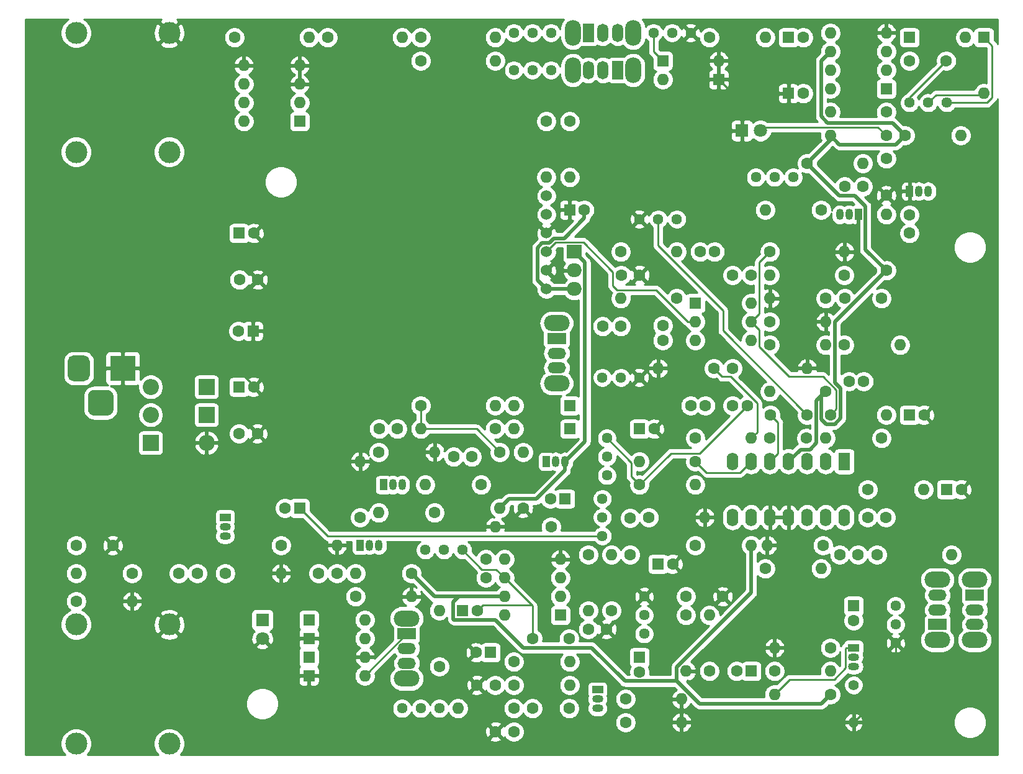
<source format=gbr>
%TF.GenerationSoftware,KiCad,Pcbnew,(5.1.12)-1*%
%TF.CreationDate,2022-01-04T01:20:55-05:00*%
%TF.ProjectId,Lobotomizer,4c6f626f-746f-46d6-997a-65722e6b6963,rev?*%
%TF.SameCoordinates,Original*%
%TF.FileFunction,Copper,L2,Bot*%
%TF.FilePolarity,Positive*%
%FSLAX46Y46*%
G04 Gerber Fmt 4.6, Leading zero omitted, Abs format (unit mm)*
G04 Created by KiCad (PCBNEW (5.1.12)-1) date 2022-01-04 01:20:55*
%MOMM*%
%LPD*%
G01*
G04 APERTURE LIST*
%TA.AperFunction,ComponentPad*%
%ADD10C,1.600000*%
%TD*%
%TA.AperFunction,ComponentPad*%
%ADD11O,1.600000X1.600000*%
%TD*%
%TA.AperFunction,ComponentPad*%
%ADD12R,1.600000X1.600000*%
%TD*%
%TA.AperFunction,ComponentPad*%
%ADD13O,2.000000X1.905000*%
%TD*%
%TA.AperFunction,ComponentPad*%
%ADD14R,2.000000X1.905000*%
%TD*%
%TA.AperFunction,ComponentPad*%
%ADD15C,1.524000*%
%TD*%
%TA.AperFunction,ComponentPad*%
%ADD16O,1.600000X2.400000*%
%TD*%
%TA.AperFunction,ComponentPad*%
%ADD17R,1.600000X2.400000*%
%TD*%
%TA.AperFunction,ComponentPad*%
%ADD18O,2.200000X3.500000*%
%TD*%
%TA.AperFunction,ComponentPad*%
%ADD19O,1.500000X2.500000*%
%TD*%
%TA.AperFunction,ComponentPad*%
%ADD20R,1.500000X2.500000*%
%TD*%
%TA.AperFunction,ComponentPad*%
%ADD21O,3.500000X2.200000*%
%TD*%
%TA.AperFunction,ComponentPad*%
%ADD22O,2.500000X1.500000*%
%TD*%
%TA.AperFunction,ComponentPad*%
%ADD23R,2.500000X1.500000*%
%TD*%
%TA.AperFunction,ComponentPad*%
%ADD24C,1.440000*%
%TD*%
%TA.AperFunction,ComponentPad*%
%ADD25O,1.400000X1.400000*%
%TD*%
%TA.AperFunction,ComponentPad*%
%ADD26C,1.400000*%
%TD*%
%TA.AperFunction,ComponentPad*%
%ADD27R,1.050000X1.500000*%
%TD*%
%TA.AperFunction,ComponentPad*%
%ADD28O,1.050000X1.500000*%
%TD*%
%TA.AperFunction,ComponentPad*%
%ADD29R,1.500000X1.050000*%
%TD*%
%TA.AperFunction,ComponentPad*%
%ADD30O,1.500000X1.050000*%
%TD*%
%TA.AperFunction,ComponentPad*%
%ADD31R,3.500000X3.500000*%
%TD*%
%TA.AperFunction,ComponentPad*%
%ADD32C,3.000000*%
%TD*%
%TA.AperFunction,ComponentPad*%
%ADD33C,1.800000*%
%TD*%
%TA.AperFunction,ComponentPad*%
%ADD34R,1.800000X1.800000*%
%TD*%
%TA.AperFunction,ComponentPad*%
%ADD35O,2.200000X2.200000*%
%TD*%
%TA.AperFunction,ComponentPad*%
%ADD36R,2.200000X2.200000*%
%TD*%
%TA.AperFunction,ViaPad*%
%ADD37C,0.800000*%
%TD*%
%TA.AperFunction,Conductor*%
%ADD38C,0.254000*%
%TD*%
%TA.AperFunction,Conductor*%
%ADD39C,0.250000*%
%TD*%
%TA.AperFunction,Conductor*%
%ADD40C,0.482600*%
%TD*%
%TA.AperFunction,Conductor*%
%ADD41C,0.100000*%
%TD*%
G04 APERTURE END LIST*
D10*
%TO.P,C106,2*%
%TO.N,Net-(C106-Pad2)*%
X188675000Y-89535000D03*
%TO.P,C106,1*%
%TO.N,Net-(C106-Pad1)*%
X193675000Y-89535000D03*
%TD*%
D11*
%TO.P,U202,8*%
%TO.N,VCLEAN*%
X106680000Y-65405000D03*
%TO.P,U202,4*%
%TO.N,GND*%
X114300000Y-57785000D03*
%TO.P,U202,7*%
%TO.N,SIGNAL_OUT*%
X106680000Y-62865000D03*
%TO.P,U202,3*%
%TO.N,GND*%
X114300000Y-60325000D03*
%TO.P,U202,6*%
%TO.N,Net-(R210-Pad1)*%
X106680000Y-60325000D03*
%TO.P,U202,2*%
%TO.N,Net-(R208-Pad1)*%
X114300000Y-62865000D03*
%TO.P,U202,5*%
%TO.N,GND*%
X106680000Y-57785000D03*
D12*
%TO.P,U202,1*%
%TO.N,Net-(R210-Pad1)*%
X114300000Y-65405000D03*
%TD*%
D11*
%TO.P,U201,8*%
%TO.N,Net-(R205-Pad2)*%
X186690000Y-60960000D03*
%TO.P,U201,4*%
%TO.N,GND*%
X194310000Y-53340000D03*
%TO.P,U201,7*%
%TO.N,Net-(C205-Pad2)*%
X186690000Y-58420000D03*
%TO.P,U201,3*%
%TO.N,Net-(C204-Pad1)*%
X194310000Y-55880000D03*
%TO.P,U201,6*%
%TO.N,VCLEAN*%
X186690000Y-55880000D03*
%TO.P,U201,2*%
%TO.N,Net-(D201-Pad2)*%
X194310000Y-58420000D03*
%TO.P,U201,5*%
%TO.N,Net-(C207-Pad2)*%
X186690000Y-53340000D03*
D12*
%TO.P,U201,1*%
%TO.N,Net-(R205-Pad1)*%
X194310000Y-60960000D03*
%TD*%
D13*
%TO.P,U103,3*%
%TO.N,5VCLEAN*%
X151765000Y-88265000D03*
%TO.P,U103,2*%
%TO.N,GND*%
X151765000Y-85725000D03*
D14*
%TO.P,U103,1*%
%TO.N,VCLEAN*%
X151765000Y-83185000D03*
%TD*%
D15*
%TO.P,U102,6*%
%TO.N,Net-(R114-Pad2)*%
X147955000Y-75565000D03*
%TO.P,U102,5*%
%TO.N,Net-(R115-Pad2)*%
X147955000Y-78105000D03*
%TO.P,U102,4*%
%TO.N,GND*%
X147955000Y-80645000D03*
%TO.P,U102,3*%
%TO.N,Net-(SW101-Pad2)*%
X147955000Y-83185000D03*
%TO.P,U102,2*%
%TO.N,GND*%
X147955000Y-85725000D03*
%TO.P,U102,1*%
%TO.N,5VCLEAN*%
X147955000Y-88265000D03*
%TD*%
D16*
%TO.P,U101,14*%
%TO.N,Net-(C103-Pad1)*%
X188595000Y-119380000D03*
%TO.P,U101,7*%
%TO.N,Net-(C114-Pad1)*%
X173355000Y-111760000D03*
%TO.P,U101,13*%
%TO.N,Net-(C103-Pad1)*%
X186055000Y-119380000D03*
%TO.P,U101,6*%
%TO.N,Net-(R120-Pad1)*%
X175895000Y-111760000D03*
%TO.P,U101,12*%
%TO.N,Net-(C101-Pad1)*%
X183515000Y-119380000D03*
%TO.P,U101,5*%
%TO.N,Net-(C112-Pad2)*%
X178435000Y-111760000D03*
%TO.P,U101,11*%
%TO.N,GND*%
X180975000Y-119380000D03*
%TO.P,U101,4*%
%TO.N,VCLEAN*%
X180975000Y-111760000D03*
%TO.P,U101,10*%
%TO.N,GND*%
X178435000Y-119380000D03*
%TO.P,U101,3*%
%TO.N,Net-(C104-Pad2)*%
X183515000Y-111760000D03*
%TO.P,U101,9*%
%TO.N,Net-(U101-Pad9)*%
X175895000Y-119380000D03*
%TO.P,U101,2*%
%TO.N,Net-(R108-Pad1)*%
X186055000Y-111760000D03*
%TO.P,U101,8*%
%TO.N,Net-(U101-Pad8)*%
X173355000Y-119380000D03*
D17*
%TO.P,U101,1*%
%TO.N,Net-(R108-Pad1)*%
X188595000Y-111760000D03*
%TD*%
D11*
%TO.P,U1,8*%
%TO.N,Net-(U1-Pad8)*%
X142240000Y-132715000D03*
%TO.P,U1,4*%
%TO.N,GND*%
X149860000Y-125095000D03*
%TO.P,U1,7*%
%TO.N,VCLEAN*%
X142240000Y-130175000D03*
%TO.P,U1,3*%
%TO.N,Net-(C9-Pad1)*%
X149860000Y-127635000D03*
%TO.P,U1,6*%
%TO.N,Net-(C11-Pad1)*%
X142240000Y-127635000D03*
%TO.P,U1,2*%
%TO.N,Net-(C11-Pad2)*%
X149860000Y-130175000D03*
%TO.P,U1,5*%
%TO.N,Net-(C10-Pad1)*%
X142240000Y-125095000D03*
D12*
%TO.P,U1,1*%
%TO.N,Net-(C10-Pad2)*%
X149860000Y-132715000D03*
%TD*%
D18*
%TO.P,SW202,*%
%TO.N,*%
X151570000Y-58420000D03*
X159770000Y-58420000D03*
D19*
%TO.P,SW202,3*%
%TO.N,Net-(SW202-Pad3)*%
X153670000Y-58420000D03*
%TO.P,SW202,2*%
%TO.N,REVERB_OUT*%
X155670000Y-58420000D03*
D20*
%TO.P,SW202,1*%
%TO.N,Net-(RV205-Pad1)*%
X157670000Y-58420000D03*
%TD*%
D18*
%TO.P,SW201,*%
%TO.N,*%
X159770000Y-53340000D03*
X151570000Y-53340000D03*
D19*
%TO.P,SW201,3*%
%TO.N,Net-(SW201-Pad3)*%
X157670000Y-53340000D03*
%TO.P,SW201,2*%
%TO.N,Net-(RV203-Pad2)*%
X155670000Y-53340000D03*
D20*
%TO.P,SW201,1*%
%TO.N,Net-(RV204-Pad1)*%
X153670000Y-53340000D03*
%TD*%
D21*
%TO.P,SW102,*%
%TO.N,*%
X149352000Y-101096000D03*
X149352000Y-92896000D03*
D22*
%TO.P,SW102,3*%
%TO.N,Net-(RV103-Pad3)*%
X149352000Y-98996000D03*
%TO.P,SW102,2*%
%TO.N,REVERB_OUT*%
X149352000Y-96996000D03*
D23*
%TO.P,SW102,1*%
%TO.N,FUZZ_OUT*%
X149352000Y-94996000D03*
%TD*%
D11*
%TO.P,SW101,6*%
%TO.N,Net-(C107-Pad2)*%
X175895000Y-90170000D03*
%TO.P,SW101,3*%
%TO.N,Net-(C106-Pad1)*%
X168275000Y-95250000D03*
%TO.P,SW101,5*%
%TO.N,Net-(R108-Pad1)*%
X175895000Y-92710000D03*
%TO.P,SW101,2*%
%TO.N,Net-(SW101-Pad2)*%
X168275000Y-92710000D03*
%TO.P,SW101,4*%
%TO.N,Net-(C110-Pad1)*%
X175895000Y-95250000D03*
D12*
%TO.P,SW101,1*%
%TO.N,Net-(C108-Pad2)*%
X168275000Y-90170000D03*
%TD*%
D21*
%TO.P,SW3,*%
%TO.N,*%
X206375000Y-136085000D03*
X206375000Y-127885000D03*
D22*
%TO.P,SW3,3*%
%TO.N,Net-(SW2-Pad2)*%
X206375000Y-133985000D03*
%TO.P,SW3,2*%
%TO.N,FUZZ_OUT*%
X206375000Y-131985000D03*
D23*
%TO.P,SW3,1*%
%TO.N,BYPASS_FUZZ*%
X206375000Y-129985000D03*
%TD*%
D21*
%TO.P,SW2,*%
%TO.N,*%
X201295000Y-127885000D03*
X201295000Y-136085000D03*
D22*
%TO.P,SW2,3*%
%TO.N,Net-(C18-Pad1)*%
X201295000Y-129985000D03*
%TO.P,SW2,2*%
%TO.N,Net-(SW2-Pad2)*%
X201295000Y-131985000D03*
D23*
%TO.P,SW2,1*%
%TO.N,Net-(RV5-Pad2)*%
X201295000Y-133985000D03*
%TD*%
D21*
%TO.P,SW1,*%
%TO.N,*%
X128905000Y-141355000D03*
X128905000Y-133155000D03*
D22*
%TO.P,SW1,3*%
%TO.N,Net-(D3-Pad1)*%
X128905000Y-139255000D03*
%TO.P,SW1,2*%
%TO.N,Net-(R20-Pad1)*%
X128905000Y-137255000D03*
D23*
%TO.P,SW1,1*%
%TO.N,Net-(D6-Pad1)*%
X128905000Y-135255000D03*
%TD*%
D24*
%TO.P,RV205,3*%
%TO.N,Net-(RV205-Pad3)*%
X143510000Y-58420000D03*
%TO.P,RV205,2*%
%TO.N,Net-(R209-Pad2)*%
X146050000Y-58420000D03*
%TO.P,RV205,1*%
%TO.N,Net-(RV205-Pad1)*%
X148590000Y-58420000D03*
%TD*%
%TO.P,RV204,3*%
%TO.N,Net-(RV204-Pad3)*%
X143510000Y-53340000D03*
%TO.P,RV204,2*%
%TO.N,Net-(R208-Pad2)*%
X146050000Y-53340000D03*
%TO.P,RV204,1*%
%TO.N,Net-(RV204-Pad1)*%
X148590000Y-53340000D03*
%TD*%
%TO.P,RV203,3*%
%TO.N,Net-(D203-Pad2)*%
X162560000Y-53340000D03*
%TO.P,RV203,2*%
%TO.N,Net-(RV203-Pad2)*%
X165100000Y-53340000D03*
%TO.P,RV203,1*%
%TO.N,GND*%
X167640000Y-53340000D03*
%TD*%
%TO.P,RV202,3*%
%TO.N,Net-(C204-Pad2)*%
X197485000Y-62865000D03*
%TO.P,RV202,2*%
%TO.N,Net-(D201-Pad2)*%
X200025000Y-62865000D03*
%TO.P,RV202,1*%
%TO.N,Net-(C203-Pad2)*%
X202565000Y-62865000D03*
%TD*%
%TO.P,RV201,3*%
%TO.N,Net-(RV201-Pad3)*%
X181610000Y-73025000D03*
%TO.P,RV201,2*%
%TO.N,Net-(C203-Pad1)*%
X179070000Y-73025000D03*
%TO.P,RV201,1*%
%TO.N,Net-(R203-Pad2)*%
X176530000Y-73025000D03*
%TD*%
%TO.P,RV103,3*%
%TO.N,Net-(RV103-Pad3)*%
X155575000Y-100330000D03*
%TO.P,RV103,2*%
%TO.N,Net-(C115-Pad1)*%
X158115000Y-100330000D03*
%TO.P,RV103,1*%
%TO.N,GND*%
X160655000Y-100330000D03*
%TD*%
%TO.P,RV102,3*%
%TO.N,Net-(RV102-Pad3)*%
X156210000Y-113665000D03*
%TO.P,RV102,2*%
%TO.N,Net-(C114-Pad1)*%
X156210000Y-111125000D03*
%TO.P,RV102,1*%
%TO.N,Net-(C114-Pad2)*%
X156210000Y-108585000D03*
%TD*%
%TO.P,RV101,3*%
%TO.N,GND*%
X160655000Y-78740000D03*
%TO.P,RV101,2*%
%TO.N,Net-(C112-Pad1)*%
X163195000Y-78740000D03*
%TO.P,RV101,1*%
%TO.N,Net-(R114-Pad1)*%
X165735000Y-78740000D03*
%TD*%
%TO.P,RV5,3*%
%TO.N,GND*%
X195580000Y-136525000D03*
%TO.P,RV5,2*%
%TO.N,Net-(RV5-Pad2)*%
X195580000Y-133985000D03*
%TO.P,RV5,1*%
%TO.N,Net-(C20-Pad1)*%
X195580000Y-131445000D03*
%TD*%
%TO.P,RV4,3*%
%TO.N,GND*%
X161290000Y-130175000D03*
%TO.P,RV4,2*%
%TO.N,Net-(C18-Pad1)*%
X161290000Y-132715000D03*
%TO.P,RV4,1*%
%TO.N,Net-(C17-Pad1)*%
X161290000Y-135255000D03*
%TD*%
%TO.P,RV3,3*%
%TO.N,Net-(R21-Pad2)*%
X128270000Y-145415000D03*
%TO.P,RV3,2*%
%TO.N,Net-(R20-Pad1)*%
X130810000Y-145415000D03*
%TO.P,RV3,1*%
X133350000Y-145415000D03*
%TD*%
%TO.P,RV2,3*%
%TO.N,Net-(C11-Pad2)*%
X131445000Y-123825000D03*
%TO.P,RV2,2*%
X133985000Y-123825000D03*
%TO.P,RV2,1*%
%TO.N,Net-(C11-Pad1)*%
X136525000Y-123825000D03*
%TD*%
%TO.P,RV1,3*%
%TO.N,Net-(C7-Pad1)*%
X155575000Y-116840000D03*
%TO.P,RV1,2*%
%TO.N,Net-(C8-Pad2)*%
X155575000Y-119380000D03*
%TO.P,RV1,1*%
%TO.N,Net-(C3-Pad1)*%
X155575000Y-121920000D03*
%TD*%
D11*
%TO.P,R211,2*%
%TO.N,Net-(R210-Pad1)*%
X115570000Y-53975000D03*
D10*
%TO.P,R211,1*%
%TO.N,SIGNAL_OUT*%
X105410000Y-53975000D03*
%TD*%
D11*
%TO.P,R210,2*%
%TO.N,Net-(R208-Pad1)*%
X128270000Y-53975000D03*
D10*
%TO.P,R210,1*%
%TO.N,Net-(R210-Pad1)*%
X118110000Y-53975000D03*
%TD*%
D11*
%TO.P,R209,2*%
%TO.N,Net-(R209-Pad2)*%
X140970000Y-57150000D03*
D10*
%TO.P,R209,1*%
%TO.N,Net-(R208-Pad1)*%
X130810000Y-57150000D03*
%TD*%
D11*
%TO.P,R208,2*%
%TO.N,Net-(R208-Pad2)*%
X140970000Y-53975000D03*
D10*
%TO.P,R208,1*%
%TO.N,Net-(R208-Pad1)*%
X130810000Y-53975000D03*
%TD*%
D11*
%TO.P,R207,2*%
%TO.N,VCLEAN*%
X186690000Y-67310000D03*
D10*
%TO.P,R207,1*%
%TO.N,Net-(D206-Pad2)*%
X194310000Y-67310000D03*
%TD*%
D11*
%TO.P,R206,2*%
%TO.N,Net-(C207-Pad1)*%
X177800000Y-53975000D03*
D10*
%TO.P,R206,1*%
%TO.N,Net-(D203-Pad2)*%
X170180000Y-53975000D03*
%TD*%
D11*
%TO.P,R205,2*%
%TO.N,Net-(R205-Pad2)*%
X186690000Y-64135000D03*
D10*
%TO.P,R205,1*%
%TO.N,Net-(R205-Pad1)*%
X194310000Y-64135000D03*
%TD*%
D11*
%TO.P,R204,2*%
%TO.N,Net-(C203-Pad1)*%
X191135000Y-71120000D03*
D10*
%TO.P,R204,1*%
%TO.N,VCLEAN*%
X183515000Y-71120000D03*
%TD*%
D11*
%TO.P,R203,2*%
%TO.N,Net-(R203-Pad2)*%
X177800000Y-77470000D03*
D10*
%TO.P,R203,1*%
%TO.N,Net-(C202-Pad1)*%
X185420000Y-77470000D03*
%TD*%
D11*
%TO.P,R202,2*%
%TO.N,Net-(C202-Pad2)*%
X194310000Y-78105000D03*
D10*
%TO.P,R202,1*%
%TO.N,VCLEAN*%
X194310000Y-85725000D03*
%TD*%
D11*
%TO.P,R201,2*%
%TO.N,Net-(C201-Pad1)*%
X204470000Y-67310000D03*
D10*
%TO.P,R201,1*%
%TO.N,VCLEAN*%
X196850000Y-67310000D03*
%TD*%
D11*
%TO.P,R122,2*%
%TO.N,GND*%
X183515000Y-99060000D03*
D10*
%TO.P,R122,1*%
%TO.N,Net-(C114-Pad1)*%
X173355000Y-99060000D03*
%TD*%
D11*
%TO.P,R121,2*%
%TO.N,Net-(R120-Pad1)*%
X168275000Y-114935000D03*
D10*
%TO.P,R121,1*%
%TO.N,Net-(C114-Pad2)*%
X160655000Y-114935000D03*
%TD*%
D11*
%TO.P,R120,2*%
%TO.N,Net-(C113-Pad1)*%
X160655000Y-111760000D03*
D10*
%TO.P,R120,1*%
%TO.N,Net-(R120-Pad1)*%
X168275000Y-111760000D03*
%TD*%
D11*
%TO.P,R119,2*%
%TO.N,GND*%
X186055000Y-92710000D03*
D10*
%TO.P,R119,1*%
%TO.N,Net-(C112-Pad2)*%
X178435000Y-92710000D03*
%TD*%
D11*
%TO.P,R118,2*%
%TO.N,Net-(C112-Pad2)*%
X178435000Y-102235000D03*
D10*
%TO.P,R118,1*%
%TO.N,VCLEAN*%
X186055000Y-102235000D03*
%TD*%
D11*
%TO.P,R117,2*%
%TO.N,Net-(C111-Pad1)*%
X186055000Y-95885000D03*
D10*
%TO.P,R117,1*%
%TO.N,Net-(C112-Pad2)*%
X178435000Y-95885000D03*
%TD*%
D11*
%TO.P,R116,2*%
%TO.N,Net-(C103-Pad2)*%
X196215000Y-95885000D03*
D10*
%TO.P,R116,1*%
%TO.N,Net-(C111-Pad1)*%
X188595000Y-95885000D03*
%TD*%
D11*
%TO.P,R115,2*%
%TO.N,Net-(R115-Pad2)*%
X151130000Y-73025000D03*
D10*
%TO.P,R115,1*%
%TO.N,Net-(R114-Pad1)*%
X151130000Y-65405000D03*
%TD*%
D11*
%TO.P,R114,2*%
%TO.N,Net-(R114-Pad2)*%
X147955000Y-73025000D03*
D10*
%TO.P,R114,1*%
%TO.N,Net-(R114-Pad1)*%
X147955000Y-65405000D03*
%TD*%
D11*
%TO.P,R113,2*%
%TO.N,Net-(C109-Pad2)*%
X158115000Y-89535000D03*
D10*
%TO.P,R113,1*%
%TO.N,Net-(C110-Pad2)*%
X165735000Y-89535000D03*
%TD*%
D11*
%TO.P,R112,2*%
%TO.N,Net-(C108-Pad1)*%
X165735000Y-83185000D03*
D10*
%TO.P,R112,1*%
%TO.N,Net-(C109-Pad2)*%
X158115000Y-83185000D03*
%TD*%
D11*
%TO.P,R111,2*%
%TO.N,Net-(C107-Pad1)*%
X178435000Y-86360000D03*
D10*
%TO.P,R111,1*%
%TO.N,Net-(C106-Pad2)*%
X188595000Y-86360000D03*
%TD*%
D11*
%TO.P,R110,2*%
%TO.N,GND*%
X178435000Y-89535000D03*
D10*
%TO.P,R110,1*%
%TO.N,Net-(C106-Pad2)*%
X186055000Y-89535000D03*
%TD*%
D11*
%TO.P,R109,2*%
%TO.N,GND*%
X188595000Y-83185000D03*
D10*
%TO.P,R109,1*%
%TO.N,Net-(R108-Pad1)*%
X178435000Y-83185000D03*
%TD*%
D11*
%TO.P,R108,2*%
%TO.N,Net-(C105-Pad1)*%
X194310000Y-105410000D03*
D10*
%TO.P,R108,1*%
%TO.N,Net-(R108-Pad1)*%
X186690000Y-105410000D03*
%TD*%
D11*
%TO.P,R107,2*%
%TO.N,GND*%
X163195000Y-99060000D03*
D10*
%TO.P,R107,1*%
%TO.N,Net-(C104-Pad2)*%
X170815000Y-99060000D03*
%TD*%
D11*
%TO.P,R106,2*%
%TO.N,Net-(C104-Pad2)*%
X175895000Y-108585000D03*
D10*
%TO.P,R106,1*%
%TO.N,VCLEAN*%
X168275000Y-108585000D03*
%TD*%
D11*
%TO.P,R105,2*%
%TO.N,Net-(C104-Pad1)*%
X186055000Y-108585000D03*
D10*
%TO.P,R105,1*%
%TO.N,FUZZ_OUT*%
X193675000Y-108585000D03*
%TD*%
D11*
%TO.P,R104,2*%
%TO.N,Net-(C102-Pad1)*%
X199390000Y-115570000D03*
D10*
%TO.P,R104,1*%
%TO.N,Net-(C103-Pad1)*%
X191770000Y-115570000D03*
%TD*%
D11*
%TO.P,R103,2*%
%TO.N,GND*%
X178054000Y-123190000D03*
D10*
%TO.P,R103,1*%
%TO.N,Net-(C101-Pad1)*%
X185674000Y-123190000D03*
%TD*%
D11*
%TO.P,R102,2*%
%TO.N,Net-(C101-Pad1)*%
X185420000Y-126365000D03*
D10*
%TO.P,R102,1*%
%TO.N,VCLEAN*%
X177800000Y-126365000D03*
%TD*%
D11*
%TO.P,R101,2*%
%TO.N,FUZZ_OUT*%
X203200000Y-124460000D03*
D10*
%TO.P,R101,1*%
%TO.N,Net-(C101-Pad2)*%
X193040000Y-124460000D03*
%TD*%
D11*
%TO.P,R31,2*%
%TO.N,GND*%
X169545000Y-119380000D03*
D10*
%TO.P,R31,1*%
%TO.N,/Lobotomizer_Fuzz/VR*%
X161925000Y-119380000D03*
%TD*%
D11*
%TO.P,R30,2*%
%TO.N,VCLEAN*%
X175895000Y-123190000D03*
D10*
%TO.P,R30,1*%
%TO.N,/Lobotomizer_Fuzz/VR*%
X168275000Y-123190000D03*
%TD*%
D25*
%TO.P,R29,2*%
%TO.N,GND*%
X189865000Y-147320000D03*
D26*
%TO.P,R29,1*%
%TO.N,Net-(Q6-Pad3)*%
X189865000Y-142240000D03*
%TD*%
D11*
%TO.P,R28,2*%
%TO.N,Net-(C20-Pad2)*%
X179070000Y-143510000D03*
D10*
%TO.P,R28,1*%
%TO.N,VCLEAN*%
X186690000Y-143510000D03*
%TD*%
D11*
%TO.P,R27,2*%
%TO.N,GND*%
X179070000Y-137160000D03*
D10*
%TO.P,R27,1*%
%TO.N,Net-(C19-Pad1)*%
X186690000Y-137160000D03*
%TD*%
D11*
%TO.P,R26,2*%
%TO.N,Net-(C19-Pad1)*%
X186690000Y-140335000D03*
D10*
%TO.P,R26,1*%
%TO.N,Net-(C20-Pad2)*%
X179070000Y-140335000D03*
%TD*%
D11*
%TO.P,R25,2*%
%TO.N,Net-(C18-Pad1)*%
X170180000Y-132715000D03*
D10*
%TO.P,R25,1*%
%TO.N,Net-(C19-Pad2)*%
X170180000Y-140335000D03*
%TD*%
D11*
%TO.P,R24,2*%
%TO.N,GND*%
X167005000Y-140335000D03*
D10*
%TO.P,R24,1*%
%TO.N,Net-(C18-Pad1)*%
X167005000Y-132715000D03*
%TD*%
D11*
%TO.P,R23,2*%
%TO.N,GND*%
X166370000Y-144145000D03*
D10*
%TO.P,R23,1*%
%TO.N,Net-(C17-Pad2)*%
X158750000Y-144145000D03*
%TD*%
D11*
%TO.P,R22,2*%
%TO.N,GND*%
X166370000Y-147320000D03*
D10*
%TO.P,R22,1*%
%TO.N,Net-(C16-Pad2)*%
X158750000Y-147320000D03*
%TD*%
D11*
%TO.P,R21,2*%
%TO.N,Net-(R21-Pad2)*%
X135890000Y-145415000D03*
D10*
%TO.P,R21,1*%
%TO.N,Net-(C15-Pad1)*%
X143510000Y-145415000D03*
%TD*%
D11*
%TO.P,R20,2*%
%TO.N,Net-(C14-Pad1)*%
X133350000Y-132080000D03*
D10*
%TO.P,R20,1*%
%TO.N,Net-(R20-Pad1)*%
X133350000Y-139700000D03*
%TD*%
D11*
%TO.P,R19,2*%
%TO.N,Net-(C11-Pad2)*%
X151130000Y-139065000D03*
D10*
%TO.P,R19,1*%
%TO.N,Net-(C13-Pad1)*%
X143510000Y-139065000D03*
%TD*%
D11*
%TO.P,R18,2*%
%TO.N,Net-(C11-Pad2)*%
X151130000Y-142240000D03*
D10*
%TO.P,R18,1*%
%TO.N,Net-(C12-Pad1)*%
X143510000Y-142240000D03*
%TD*%
D11*
%TO.P,R17,2*%
%TO.N,Net-(C9-Pad1)*%
X153670000Y-132080000D03*
D10*
%TO.P,R17,1*%
%TO.N,Net-(C8-Pad1)*%
X153670000Y-124460000D03*
%TD*%
D11*
%TO.P,R16,2*%
%TO.N,Net-(C8-Pad1)*%
X156845000Y-124460000D03*
D10*
%TO.P,R16,1*%
%TO.N,/Lobotomizer_Fuzz/VR*%
X156845000Y-132080000D03*
%TD*%
D11*
%TO.P,R15,2*%
%TO.N,GND*%
X140970000Y-120650000D03*
D10*
%TO.P,R15,1*%
%TO.N,Net-(C7-Pad2)*%
X148590000Y-120650000D03*
%TD*%
D11*
%TO.P,R14,2*%
%TO.N,Net-(R11-Pad2)*%
X144780000Y-110490000D03*
D10*
%TO.P,R14,1*%
%TO.N,GND*%
X144780000Y-118110000D03*
%TD*%
D11*
%TO.P,R13,2*%
%TO.N,VCLEAN*%
X141605000Y-118110000D03*
D10*
%TO.P,R13,1*%
%TO.N,Net-(R11-Pad2)*%
X141605000Y-110490000D03*
%TD*%
D11*
%TO.P,R12,2*%
%TO.N,Net-(C6-Pad1)*%
X140970000Y-104140000D03*
D10*
%TO.P,R12,1*%
%TO.N,Net-(R11-Pad2)*%
X130810000Y-104140000D03*
%TD*%
D11*
%TO.P,R11,2*%
%TO.N,Net-(R11-Pad2)*%
X130810000Y-107315000D03*
D10*
%TO.P,R11,1*%
%TO.N,Net-(C5-Pad1)*%
X140970000Y-107315000D03*
%TD*%
D11*
%TO.P,R10,2*%
%TO.N,Net-(C5-Pad2)*%
X131445000Y-114935000D03*
D10*
%TO.P,R10,1*%
%TO.N,VCLEAN*%
X139065000Y-114935000D03*
%TD*%
D11*
%TO.P,R9,2*%
%TO.N,GND*%
X132715000Y-110490000D03*
D10*
%TO.P,R9,1*%
%TO.N,Net-(C6-Pad2)*%
X125095000Y-110490000D03*
%TD*%
D11*
%TO.P,R8,2*%
%TO.N,GND*%
X122555000Y-111760000D03*
D10*
%TO.P,R8,1*%
%TO.N,Net-(Q2-Pad1)*%
X122555000Y-119380000D03*
%TD*%
D11*
%TO.P,R7,2*%
%TO.N,Net-(Q2-Pad3)*%
X125095000Y-118745000D03*
D10*
%TO.P,R7,1*%
%TO.N,VCLEAN*%
X132715000Y-118745000D03*
%TD*%
D11*
%TO.P,R6,2*%
%TO.N,GND*%
X129540000Y-130175000D03*
D10*
%TO.P,R6,1*%
%TO.N,Net-(C4-Pad1)*%
X121920000Y-130175000D03*
%TD*%
D11*
%TO.P,R5,2*%
%TO.N,Net-(C4-Pad1)*%
X121920000Y-127000000D03*
D10*
%TO.P,R5,1*%
%TO.N,VCLEAN*%
X129540000Y-127000000D03*
%TD*%
D11*
%TO.P,R4,2*%
%TO.N,GND*%
X119380000Y-123190000D03*
D10*
%TO.P,R4,1*%
%TO.N,Net-(C3-Pad2)*%
X111760000Y-123190000D03*
%TD*%
D11*
%TO.P,R3,2*%
%TO.N,GND*%
X111760000Y-127000000D03*
D10*
%TO.P,R3,1*%
%TO.N,Net-(C2-Pad1)*%
X104140000Y-127000000D03*
%TD*%
D11*
%TO.P,R2,2*%
%TO.N,BYPASS_FUZZ*%
X83820000Y-127000000D03*
D10*
%TO.P,R2,1*%
%TO.N,Net-(C2-Pad2)*%
X91440000Y-127000000D03*
%TD*%
D11*
%TO.P,R1,2*%
%TO.N,GND*%
X91440000Y-130810000D03*
D10*
%TO.P,R1,1*%
%TO.N,BYPASS_FUZZ*%
X83820000Y-130810000D03*
%TD*%
D27*
%TO.P,Q202,1*%
%TO.N,GND*%
X190500000Y-78105000D03*
D28*
%TO.P,Q202,3*%
%TO.N,Net-(C203-Pad1)*%
X187960000Y-78105000D03*
%TO.P,Q202,2*%
%TO.N,Net-(C202-Pad1)*%
X189230000Y-78105000D03*
%TD*%
D27*
%TO.P,Q201,1*%
%TO.N,GND*%
X197485000Y-74930000D03*
D28*
%TO.P,Q201,3*%
%TO.N,Net-(C202-Pad2)*%
X200025000Y-74930000D03*
%TO.P,Q201,2*%
%TO.N,Net-(C201-Pad1)*%
X198755000Y-74930000D03*
%TD*%
D29*
%TO.P,Q6,1*%
%TO.N,Net-(C20-Pad2)*%
X189865000Y-137160000D03*
D30*
%TO.P,Q6,3*%
%TO.N,Net-(Q6-Pad3)*%
X189865000Y-139700000D03*
%TO.P,Q6,2*%
%TO.N,Net-(C19-Pad1)*%
X189865000Y-138430000D03*
%TD*%
D29*
%TO.P,Q5,1*%
%TO.N,/Lobotomizer_Fuzz/VR*%
X154940000Y-142875000D03*
D30*
%TO.P,Q5,3*%
%TO.N,Net-(C16-Pad2)*%
X154940000Y-145415000D03*
%TO.P,Q5,2*%
%TO.N,Net-(C17-Pad2)*%
X154940000Y-144145000D03*
%TD*%
D27*
%TO.P,Q4,1*%
%TO.N,Net-(C7-Pad2)*%
X147955000Y-111760000D03*
D28*
%TO.P,Q4,3*%
%TO.N,VCLEAN*%
X150495000Y-111760000D03*
%TO.P,Q4,2*%
%TO.N,Net-(D1-Pad1)*%
X149225000Y-111760000D03*
%TD*%
D27*
%TO.P,Q3,1*%
%TO.N,Net-(C6-Pad2)*%
X125730000Y-114935000D03*
D28*
%TO.P,Q3,3*%
%TO.N,Net-(C5-Pad2)*%
X128270000Y-114935000D03*
%TO.P,Q3,2*%
%TO.N,Net-(Q2-Pad3)*%
X127000000Y-114935000D03*
%TD*%
D27*
%TO.P,Q2,1*%
%TO.N,Net-(Q2-Pad1)*%
X122555000Y-123190000D03*
D28*
%TO.P,Q2,3*%
%TO.N,Net-(Q2-Pad3)*%
X125095000Y-123190000D03*
%TO.P,Q2,2*%
%TO.N,Net-(C4-Pad1)*%
X123825000Y-123190000D03*
%TD*%
D29*
%TO.P,Q1,1*%
%TO.N,VCLEAN*%
X104140000Y-119380000D03*
D30*
%TO.P,Q1,3*%
%TO.N,Net-(C2-Pad1)*%
X104140000Y-121920000D03*
%TO.P,Q1,2*%
%TO.N,Net-(C3-Pad2)*%
X104140000Y-120650000D03*
%TD*%
%TO.P,J3,3*%
%TO.N,N/C*%
%TA.AperFunction,ComponentPad*%
G36*
G01*
X85420000Y-104635000D02*
X85420000Y-102885000D01*
G75*
G02*
X86295000Y-102010000I875000J0D01*
G01*
X88045000Y-102010000D01*
G75*
G02*
X88920000Y-102885000I0J-875000D01*
G01*
X88920000Y-104635000D01*
G75*
G02*
X88045000Y-105510000I-875000J0D01*
G01*
X86295000Y-105510000D01*
G75*
G02*
X85420000Y-104635000I0J875000D01*
G01*
G37*
%TD.AperFunction*%
%TO.P,J3,2*%
%TO.N,VCLEAN*%
%TA.AperFunction,ComponentPad*%
G36*
G01*
X82670000Y-100060000D02*
X82670000Y-98060000D01*
G75*
G02*
X83420000Y-97310000I750000J0D01*
G01*
X84920000Y-97310000D01*
G75*
G02*
X85670000Y-98060000I0J-750000D01*
G01*
X85670000Y-100060000D01*
G75*
G02*
X84920000Y-100810000I-750000J0D01*
G01*
X83420000Y-100810000D01*
G75*
G02*
X82670000Y-100060000I0J750000D01*
G01*
G37*
%TD.AperFunction*%
D31*
%TO.P,J3,1*%
%TO.N,GND*%
X90170000Y-99060000D03*
%TD*%
D32*
%TO.P,J2,TN*%
%TO.N,N/C*%
X83820000Y-69570000D03*
%TO.P,J2,SN*%
X96520000Y-69570000D03*
%TO.P,J2,T*%
%TO.N,SIGNAL_OUT*%
X83820000Y-53340000D03*
%TO.P,J2,S*%
%TO.N,GND*%
X96520000Y-53340000D03*
%TD*%
%TO.P,J1,TN*%
%TO.N,N/C*%
X83820000Y-150215000D03*
%TO.P,J1,SN*%
X96520000Y-150215000D03*
%TO.P,J1,T*%
%TO.N,BYPASS_FUZZ*%
X83820000Y-133985000D03*
%TO.P,J1,S*%
%TO.N,GND*%
X96520000Y-133985000D03*
%TD*%
D33*
%TO.P,D206,2*%
%TO.N,Net-(D206-Pad2)*%
X177165000Y-66675000D03*
D34*
%TO.P,D206,1*%
%TO.N,GND*%
X174625000Y-66675000D03*
%TD*%
D35*
%TO.P,D205,2*%
%TO.N,GND*%
X101600000Y-109220000D03*
D36*
%TO.P,D205,1*%
%TO.N,VCLEAN*%
X93980000Y-109220000D03*
%TD*%
D11*
%TO.P,D204,2*%
%TO.N,GND*%
X171450000Y-57150000D03*
D12*
%TO.P,D204,1*%
%TO.N,Net-(D203-Pad2)*%
X163830000Y-57150000D03*
%TD*%
D11*
%TO.P,D203,2*%
%TO.N,Net-(D203-Pad2)*%
X163830000Y-59690000D03*
D12*
%TO.P,D203,1*%
%TO.N,GND*%
X171450000Y-59690000D03*
%TD*%
D11*
%TO.P,D202,2*%
%TO.N,Net-(C203-Pad2)*%
X205105000Y-53975000D03*
D12*
%TO.P,D202,1*%
%TO.N,Net-(C204-Pad1)*%
X197485000Y-53975000D03*
%TD*%
D11*
%TO.P,D201,2*%
%TO.N,Net-(D201-Pad2)*%
X207645000Y-61595000D03*
D12*
%TO.P,D201,1*%
%TO.N,Net-(C203-Pad2)*%
X207645000Y-53975000D03*
%TD*%
D35*
%TO.P,D101,2*%
%TO.N,VCLEAN*%
X93980000Y-105410000D03*
D36*
%TO.P,D101,1*%
X101600000Y-105410000D03*
%TD*%
D35*
%TO.P,D8,2*%
%TO.N,VCLEAN*%
X93980000Y-101600000D03*
D36*
%TO.P,D8,1*%
X101600000Y-101600000D03*
%TD*%
D11*
%TO.P,D7,2*%
%TO.N,Net-(D6-Pad1)*%
X123190000Y-140970000D03*
D12*
%TO.P,D7,1*%
%TO.N,GND*%
X115570000Y-140970000D03*
%TD*%
D11*
%TO.P,D6,2*%
%TO.N,GND*%
X123190000Y-138430000D03*
D12*
%TO.P,D6,1*%
%TO.N,Net-(D6-Pad1)*%
X115570000Y-138430000D03*
%TD*%
D11*
%TO.P,D5,2*%
%TO.N,Net-(D3-Pad1)*%
X123190000Y-135890000D03*
D12*
%TO.P,D5,1*%
%TO.N,GND*%
X115570000Y-135890000D03*
%TD*%
D33*
%TO.P,D4,2*%
%TO.N,GND*%
X109220000Y-135890000D03*
D34*
%TO.P,D4,1*%
%TO.N,Net-(D3-Pad2)*%
X109220000Y-133350000D03*
%TD*%
D11*
%TO.P,D3,2*%
%TO.N,Net-(D3-Pad2)*%
X123190000Y-133350000D03*
D12*
%TO.P,D3,1*%
%TO.N,Net-(D3-Pad1)*%
X115570000Y-133350000D03*
%TD*%
D11*
%TO.P,D2,2*%
%TO.N,Net-(C6-Pad1)*%
X143510000Y-104140000D03*
D12*
%TO.P,D2,1*%
%TO.N,Net-(D1-Pad1)*%
X151130000Y-104140000D03*
%TD*%
D11*
%TO.P,D1,2*%
%TO.N,Net-(C5-Pad1)*%
X143510000Y-107315000D03*
D12*
%TO.P,D1,1*%
%TO.N,Net-(D1-Pad1)*%
X151130000Y-107315000D03*
%TD*%
D10*
%TO.P,C209,2*%
%TO.N,VCLEAN*%
X106085000Y-86995000D03*
%TO.P,C209,1*%
%TO.N,GND*%
X108585000Y-86995000D03*
%TD*%
%TO.P,C208,2*%
%TO.N,GND*%
X108045000Y-80645000D03*
D12*
%TO.P,C208,1*%
%TO.N,VCLEAN*%
X106045000Y-80645000D03*
%TD*%
D10*
%TO.P,C207,2*%
%TO.N,Net-(C207-Pad2)*%
X182975000Y-53975000D03*
D12*
%TO.P,C207,1*%
%TO.N,Net-(C207-Pad1)*%
X180975000Y-53975000D03*
%TD*%
D10*
%TO.P,C206,2*%
%TO.N,GND*%
X194310000Y-75485000D03*
%TO.P,C206,1*%
%TO.N,Net-(C204-Pad1)*%
X194310000Y-70485000D03*
%TD*%
%TO.P,C205,2*%
%TO.N,Net-(C205-Pad2)*%
X182975000Y-61595000D03*
D12*
%TO.P,C205,1*%
%TO.N,GND*%
X180975000Y-61595000D03*
%TD*%
D10*
%TO.P,C204,2*%
%TO.N,Net-(C204-Pad2)*%
X202485000Y-57150000D03*
%TO.P,C204,1*%
%TO.N,Net-(C204-Pad1)*%
X197485000Y-57150000D03*
%TD*%
%TO.P,C203,2*%
%TO.N,Net-(C203-Pad2)*%
X188635000Y-74295000D03*
%TO.P,C203,1*%
%TO.N,Net-(C203-Pad1)*%
X191135000Y-74295000D03*
%TD*%
%TO.P,C202,2*%
%TO.N,Net-(C202-Pad2)*%
X197485000Y-78145000D03*
%TO.P,C202,1*%
%TO.N,Net-(C202-Pad1)*%
X197485000Y-80645000D03*
%TD*%
%TO.P,C201,2*%
%TO.N,REVERB_OUT*%
X155615000Y-93345000D03*
%TO.P,C201,1*%
%TO.N,Net-(C201-Pad1)*%
X158115000Y-93345000D03*
%TD*%
%TO.P,C117,2*%
%TO.N,5VCLEAN*%
X153130000Y-77470000D03*
D12*
%TO.P,C117,1*%
%TO.N,GND*%
X151130000Y-77470000D03*
%TD*%
D10*
%TO.P,C116,2*%
%TO.N,VCLEAN*%
X105950000Y-93980000D03*
D12*
%TO.P,C116,1*%
%TO.N,GND*%
X107950000Y-93980000D03*
%TD*%
D10*
%TO.P,C115,2*%
%TO.N,Net-(C114-Pad1)*%
X169640000Y-104140000D03*
%TO.P,C115,1*%
%TO.N,Net-(C115-Pad1)*%
X167640000Y-104140000D03*
%TD*%
%TO.P,C114,2*%
%TO.N,Net-(C114-Pad2)*%
X175355000Y-104140000D03*
%TO.P,C114,1*%
%TO.N,Net-(C114-Pad1)*%
X173355000Y-104140000D03*
%TD*%
%TO.P,C113,2*%
%TO.N,GND*%
X162655000Y-107315000D03*
D12*
%TO.P,C113,1*%
%TO.N,Net-(C113-Pad1)*%
X160655000Y-107315000D03*
%TD*%
D10*
%TO.P,C112,2*%
%TO.N,Net-(C112-Pad2)*%
X178515000Y-105410000D03*
%TO.P,C112,1*%
%TO.N,Net-(C112-Pad1)*%
X183515000Y-105410000D03*
%TD*%
%TO.P,C111,2*%
%TO.N,Net-(C103-Pad2)*%
X191230000Y-100838000D03*
%TO.P,C111,1*%
%TO.N,Net-(C111-Pad1)*%
X189230000Y-100838000D03*
%TD*%
%TO.P,C110,2*%
%TO.N,Net-(C110-Pad2)*%
X163830000Y-93250000D03*
%TO.P,C110,1*%
%TO.N,Net-(C110-Pad1)*%
X163830000Y-95250000D03*
%TD*%
%TO.P,C109,2*%
%TO.N,Net-(C109-Pad2)*%
X158155000Y-86360000D03*
%TO.P,C109,1*%
%TO.N,GND*%
X160655000Y-86360000D03*
%TD*%
%TO.P,C108,2*%
%TO.N,Net-(C108-Pad2)*%
X170910000Y-83185000D03*
%TO.P,C108,1*%
%TO.N,Net-(C108-Pad1)*%
X168910000Y-83185000D03*
%TD*%
%TO.P,C107,2*%
%TO.N,Net-(C107-Pad2)*%
X175855000Y-86360000D03*
%TO.P,C107,1*%
%TO.N,Net-(C107-Pad1)*%
X173355000Y-86360000D03*
%TD*%
%TO.P,C105,2*%
%TO.N,GND*%
X199485000Y-105410000D03*
D12*
%TO.P,C105,1*%
%TO.N,Net-(C105-Pad1)*%
X197485000Y-105410000D03*
%TD*%
D10*
%TO.P,C104,2*%
%TO.N,Net-(C104-Pad2)*%
X183435000Y-108585000D03*
%TO.P,C104,1*%
%TO.N,Net-(C104-Pad1)*%
X178435000Y-108585000D03*
%TD*%
%TO.P,C103,2*%
%TO.N,Net-(C103-Pad2)*%
X194270000Y-119380000D03*
%TO.P,C103,1*%
%TO.N,Net-(C103-Pad1)*%
X191770000Y-119380000D03*
%TD*%
%TO.P,C102,2*%
%TO.N,GND*%
X204565000Y-115570000D03*
D12*
%TO.P,C102,1*%
%TO.N,Net-(C102-Pad1)*%
X202565000Y-115570000D03*
%TD*%
D10*
%TO.P,C101,2*%
%TO.N,Net-(C101-Pad2)*%
X190460000Y-124460000D03*
%TO.P,C101,1*%
%TO.N,Net-(C101-Pad1)*%
X187960000Y-124460000D03*
%TD*%
%TO.P,C23,2*%
%TO.N,GND*%
X165195000Y-125730000D03*
D12*
%TO.P,C23,1*%
%TO.N,/Lobotomizer_Fuzz/VR*%
X163195000Y-125730000D03*
%TD*%
D10*
%TO.P,C22,2*%
%TO.N,GND*%
X108545000Y-107950000D03*
%TO.P,C22,1*%
%TO.N,VCLEAN*%
X106045000Y-107950000D03*
%TD*%
%TO.P,C21,2*%
%TO.N,GND*%
X108045000Y-101600000D03*
D12*
%TO.P,C21,1*%
%TO.N,VCLEAN*%
X106045000Y-101600000D03*
%TD*%
D10*
%TO.P,C20,2*%
%TO.N,Net-(C20-Pad2)*%
X189865000Y-133445000D03*
D12*
%TO.P,C20,1*%
%TO.N,Net-(C20-Pad1)*%
X189865000Y-131445000D03*
%TD*%
D10*
%TO.P,C19,2*%
%TO.N,Net-(C19-Pad2)*%
X173895000Y-140335000D03*
D12*
%TO.P,C19,1*%
%TO.N,Net-(C19-Pad1)*%
X175895000Y-140335000D03*
%TD*%
D10*
%TO.P,C18,2*%
%TO.N,GND*%
X172005000Y-130175000D03*
%TO.P,C18,1*%
%TO.N,Net-(C18-Pad1)*%
X167005000Y-130175000D03*
%TD*%
%TO.P,C17,2*%
%TO.N,Net-(C17-Pad2)*%
X160655000Y-140430000D03*
D12*
%TO.P,C17,1*%
%TO.N,Net-(C17-Pad1)*%
X160655000Y-138430000D03*
%TD*%
D10*
%TO.P,C16,2*%
%TO.N,Net-(C16-Pad2)*%
X151050000Y-145415000D03*
%TO.P,C16,1*%
%TO.N,Net-(C15-Pad1)*%
X146050000Y-145415000D03*
%TD*%
%TO.P,C15,2*%
%TO.N,GND*%
X141010000Y-148590000D03*
%TO.P,C15,1*%
%TO.N,Net-(C15-Pad1)*%
X143510000Y-148590000D03*
%TD*%
%TO.P,C14,2*%
%TO.N,Net-(C11-Pad1)*%
X138525000Y-132080000D03*
D12*
%TO.P,C14,1*%
%TO.N,Net-(C14-Pad1)*%
X136525000Y-132080000D03*
%TD*%
D10*
%TO.P,C13,2*%
%TO.N,GND*%
X138335000Y-137795000D03*
D12*
%TO.P,C13,1*%
%TO.N,Net-(C13-Pad1)*%
X140335000Y-137795000D03*
%TD*%
D10*
%TO.P,C12,2*%
%TO.N,GND*%
X138470000Y-142240000D03*
%TO.P,C12,1*%
%TO.N,Net-(C12-Pad1)*%
X140970000Y-142240000D03*
%TD*%
%TO.P,C11,2*%
%TO.N,Net-(C11-Pad2)*%
X151050000Y-135890000D03*
%TO.P,C11,1*%
%TO.N,Net-(C11-Pad1)*%
X146050000Y-135890000D03*
%TD*%
%TO.P,C10,2*%
%TO.N,Net-(C10-Pad2)*%
X139700000Y-127595000D03*
%TO.P,C10,1*%
%TO.N,Net-(C10-Pad1)*%
X139700000Y-125095000D03*
%TD*%
%TO.P,C9,2*%
%TO.N,GND*%
X156170000Y-134620000D03*
%TO.P,C9,1*%
%TO.N,Net-(C9-Pad1)*%
X153670000Y-134620000D03*
%TD*%
%TO.P,C8,2*%
%TO.N,Net-(C8-Pad2)*%
X159385000Y-119460000D03*
%TO.P,C8,1*%
%TO.N,Net-(C8-Pad1)*%
X159385000Y-124460000D03*
%TD*%
%TO.P,C7,2*%
%TO.N,Net-(C7-Pad2)*%
X148495000Y-116840000D03*
D12*
%TO.P,C7,1*%
%TO.N,Net-(C7-Pad1)*%
X150495000Y-116840000D03*
%TD*%
D10*
%TO.P,C6,2*%
%TO.N,Net-(C6-Pad2)*%
X125135000Y-107315000D03*
%TO.P,C6,1*%
%TO.N,Net-(C6-Pad1)*%
X127635000Y-107315000D03*
%TD*%
%TO.P,C5,2*%
%TO.N,Net-(C5-Pad2)*%
X135295000Y-111125000D03*
%TO.P,C5,1*%
%TO.N,Net-(C5-Pad1)*%
X137795000Y-111125000D03*
%TD*%
%TO.P,C4,2*%
%TO.N,Net-(C3-Pad2)*%
X116880000Y-127000000D03*
%TO.P,C4,1*%
%TO.N,Net-(C4-Pad1)*%
X119380000Y-127000000D03*
%TD*%
%TO.P,C3,2*%
%TO.N,Net-(C3-Pad2)*%
X112300000Y-118110000D03*
D12*
%TO.P,C3,1*%
%TO.N,Net-(C3-Pad1)*%
X114300000Y-118110000D03*
%TD*%
D10*
%TO.P,C2,2*%
%TO.N,Net-(C2-Pad2)*%
X97830000Y-127000000D03*
%TO.P,C2,1*%
%TO.N,Net-(C2-Pad1)*%
X100330000Y-127000000D03*
%TD*%
%TO.P,C1,2*%
%TO.N,GND*%
X88820000Y-123190000D03*
%TO.P,C1,1*%
%TO.N,BYPASS_FUZZ*%
X83820000Y-123190000D03*
%TD*%
D37*
%TO.N,GND*%
X119380000Y-63500000D03*
X127000000Y-63500000D03*
X134620000Y-63500000D03*
X144780000Y-63500000D03*
X144780000Y-73660000D03*
X134620000Y-73660000D03*
X127000000Y-73660000D03*
X119380000Y-73660000D03*
X134620000Y-83820000D03*
X127000000Y-83820000D03*
X119380000Y-83820000D03*
X144780000Y-83820000D03*
X144780000Y-91440000D03*
X134620000Y-91440000D03*
X127000000Y-91440000D03*
X119380000Y-91440000D03*
X119380000Y-99060000D03*
X127000000Y-99060000D03*
X134620000Y-99060000D03*
X144780000Y-99060000D03*
%TD*%
D38*
%TO.N,GND*%
X195580000Y-141605000D02*
X189865000Y-147320000D01*
X195580000Y-136525000D02*
X195580000Y-141605000D01*
X105693602Y-99060000D02*
X90170000Y-99060000D01*
X108045000Y-101411398D02*
X105693602Y-99060000D01*
X108045000Y-101600000D02*
X108045000Y-101411398D01*
X174625000Y-62865000D02*
X171450000Y-59690000D01*
X174625000Y-66675000D02*
X174625000Y-62865000D01*
D39*
%TO.N,Net-(C3-Pad1)*%
X118110000Y-121920000D02*
X114300000Y-118110000D01*
X155575000Y-121920000D02*
X118110000Y-121920000D01*
%TO.N,Net-(C11-Pad1)*%
X146050000Y-131445000D02*
X146050000Y-135890000D01*
X142240000Y-127635000D02*
X146050000Y-131445000D01*
X145905001Y-131300001D02*
X146050000Y-131445000D01*
X139304999Y-131300001D02*
X145905001Y-131300001D01*
X138525000Y-132080000D02*
X139304999Y-131300001D01*
D38*
X141072999Y-126467999D02*
X142240000Y-127635000D01*
X139167999Y-126467999D02*
X141072999Y-126467999D01*
X136525000Y-123825000D02*
X139167999Y-126467999D01*
%TO.N,Net-(C20-Pad2)*%
X188861000Y-137160000D02*
X189865000Y-137160000D01*
X188787990Y-137233010D02*
X188861000Y-137160000D01*
X188787990Y-139904972D02*
X188787990Y-137233010D01*
X187230961Y-141462001D02*
X188787990Y-139904972D01*
X181117999Y-141462001D02*
X187230961Y-141462001D01*
X179070000Y-143510000D02*
X181117999Y-141462001D01*
D40*
%TO.N,VCLEAN*%
X136035658Y-130175000D02*
X142240000Y-130175000D01*
X135283699Y-130926959D02*
X136035658Y-130175000D01*
X135371959Y-133321301D02*
X135283699Y-133233041D01*
X144819175Y-137131301D02*
X141009175Y-133321301D01*
X154128427Y-137131301D02*
X144819175Y-137131301D01*
X158668427Y-141671301D02*
X154128427Y-137131301D01*
X165733427Y-141671301D02*
X158668427Y-141671301D01*
X168813427Y-144751301D02*
X165733427Y-141671301D01*
X135283699Y-133233041D02*
X135283699Y-130926959D01*
X185448699Y-144751301D02*
X168813427Y-144751301D01*
X141009175Y-133321301D02*
X135371959Y-133321301D01*
X186690000Y-143510000D02*
X185448699Y-144751301D01*
X132715000Y-130175000D02*
X129540000Y-127000000D01*
X142240000Y-130175000D02*
X132715000Y-130175000D01*
X150495000Y-112992600D02*
X150495000Y-111760000D01*
X146618901Y-116868699D02*
X150495000Y-112992600D01*
X142846301Y-116868699D02*
X146618901Y-116868699D01*
X141605000Y-118110000D02*
X142846301Y-116868699D01*
X165733427Y-139769447D02*
X165733427Y-141671301D01*
X175895000Y-129607874D02*
X165733427Y-139769447D01*
X175895000Y-123190000D02*
X175895000Y-129607874D01*
X182616310Y-110118690D02*
X180975000Y-111760000D01*
X183886310Y-110118690D02*
X182616310Y-110118690D01*
X184813699Y-109191301D02*
X183886310Y-110118690D01*
X184813699Y-103476301D02*
X184813699Y-109191301D01*
X186055000Y-102235000D02*
X184813699Y-103476301D01*
X153206310Y-109048690D02*
X150495000Y-111760000D01*
X153206310Y-84626310D02*
X153206310Y-109048690D01*
X151765000Y-83185000D02*
X153206310Y-84626310D01*
X185448699Y-106005825D02*
X185448699Y-102841301D01*
X185448699Y-102841301D02*
X186055000Y-102235000D01*
X187285825Y-106651301D02*
X186094175Y-106651301D01*
X188058309Y-105878817D02*
X187285825Y-106651301D01*
X188058309Y-101766636D02*
X188058309Y-105878817D01*
X187325000Y-101033327D02*
X188058309Y-101766636D01*
X186094175Y-106651301D02*
X185448699Y-106005825D01*
X187325000Y-92710000D02*
X187325000Y-101033327D01*
X194310000Y-85725000D02*
X187325000Y-92710000D01*
X190000643Y-75536301D02*
X187931301Y-75536301D01*
X191466301Y-77001959D02*
X190000643Y-75536301D01*
X191466301Y-82881301D02*
X191466301Y-77001959D01*
X187931301Y-75536301D02*
X183515000Y-71120000D01*
X194310000Y-85725000D02*
X191466301Y-82881301D01*
X186690000Y-67945000D02*
X186690000Y-67310000D01*
X183515000Y-71120000D02*
X186690000Y-67945000D01*
X187931301Y-68551301D02*
X186690000Y-67310000D01*
X195608699Y-68551301D02*
X187931301Y-68551301D01*
X196850000Y-67310000D02*
X195608699Y-68551301D01*
X195154689Y-65614689D02*
X196850000Y-67310000D01*
X186332563Y-65614689D02*
X195154689Y-65614689D01*
X185448699Y-64730825D02*
X186332563Y-65614689D01*
X185448699Y-57121301D02*
X185448699Y-64730825D01*
X186690000Y-55880000D02*
X185448699Y-57121301D01*
D38*
%TO.N,Net-(C104-Pad2)*%
X171942001Y-100187001D02*
X170815000Y-99060000D01*
X173069963Y-100187001D02*
X171942001Y-100187001D01*
X176694999Y-107785001D02*
X176694999Y-103812037D01*
X176694999Y-103812037D02*
X173069963Y-100187001D01*
X175895000Y-108585000D02*
X176694999Y-107785001D01*
%TO.N,Net-(C112-Pad2)*%
X179562001Y-110632999D02*
X178435000Y-111760000D01*
X179562001Y-106457001D02*
X179562001Y-110632999D01*
X178515000Y-105410000D02*
X179562001Y-106457001D01*
%TO.N,Net-(C112-Pad1)*%
X163195000Y-82312962D02*
X163195000Y-78740000D01*
X172037001Y-91154963D02*
X163195000Y-82312962D01*
X172037001Y-93932001D02*
X172037001Y-91154963D01*
X183515000Y-105410000D02*
X172037001Y-93932001D01*
%TO.N,Net-(C114-Pad2)*%
X164957001Y-110632999D02*
X160655000Y-114935000D01*
X168862001Y-110632999D02*
X164957001Y-110632999D01*
X175355000Y-104140000D02*
X168862001Y-110632999D01*
X159527999Y-113807999D02*
X159527999Y-111902999D01*
X159527999Y-111902999D02*
X156210000Y-108585000D01*
X160655000Y-114935000D02*
X159527999Y-113807999D01*
D40*
%TO.N,5VCLEAN*%
X146751699Y-82607415D02*
X146751699Y-87061699D01*
X147377415Y-81981699D02*
X146751699Y-82607415D01*
X148354590Y-81981699D02*
X147377415Y-81981699D01*
X150394181Y-81337189D02*
X148999100Y-81337189D01*
X146751699Y-87061699D02*
X147955000Y-88265000D01*
X153130000Y-78601370D02*
X150394181Y-81337189D01*
X148999100Y-81337189D02*
X148354590Y-81981699D01*
X153130000Y-77470000D02*
X153130000Y-78601370D01*
X147955000Y-88265000D02*
X151765000Y-88265000D01*
D38*
%TO.N,Net-(C203-Pad2)*%
X208772001Y-55102001D02*
X207645000Y-53975000D01*
X208772001Y-62135961D02*
X208772001Y-55102001D01*
X208042962Y-62865000D02*
X208772001Y-62135961D01*
X202565000Y-62865000D02*
X208042962Y-62865000D01*
%TO.N,Net-(C204-Pad2)*%
X197485000Y-62150000D02*
X197485000Y-62865000D01*
X202485000Y-57150000D02*
X197485000Y-62150000D01*
D39*
%TO.N,Net-(D6-Pad1)*%
X128884707Y-135255000D02*
X128905000Y-135255000D01*
X123190000Y-140949707D02*
X128884707Y-135255000D01*
X123190000Y-140970000D02*
X123190000Y-140949707D01*
D38*
%TO.N,Net-(D201-Pad2)*%
X207422001Y-61817999D02*
X207645000Y-61595000D01*
X201072001Y-61817999D02*
X207422001Y-61817999D01*
X200025000Y-62865000D02*
X201072001Y-61817999D01*
%TO.N,Net-(D203-Pad2)*%
X162560000Y-55880000D02*
X163830000Y-57150000D01*
X162560000Y-53340000D02*
X162560000Y-55880000D01*
%TO.N,Net-(D206-Pad2)*%
X177657001Y-66182999D02*
X177165000Y-66675000D01*
X193182999Y-66182999D02*
X177657001Y-66182999D01*
X194310000Y-67310000D02*
X193182999Y-66182999D01*
D39*
%TO.N,Net-(R11-Pad2)*%
X130810000Y-107315000D02*
X130810000Y-104140000D01*
X138430000Y-107315000D02*
X130810000Y-107315000D01*
X141605000Y-110490000D02*
X138430000Y-107315000D01*
D38*
%TO.N,Net-(R108-Pad1)*%
X177022001Y-93837001D02*
X175895000Y-92710000D01*
X177022001Y-96139963D02*
X177022001Y-93837001D01*
X181069039Y-100187001D02*
X177022001Y-96139963D01*
X185674963Y-100187001D02*
X181069039Y-100187001D01*
X187489999Y-102002037D02*
X185674963Y-100187001D01*
X187489999Y-104610001D02*
X187489999Y-102002037D01*
X186690000Y-105410000D02*
X187489999Y-104610001D01*
X177022001Y-84597999D02*
X177022001Y-91582999D01*
X177022001Y-91582999D02*
X175895000Y-92710000D01*
X178435000Y-83185000D02*
X177022001Y-84597999D01*
%TO.N,Net-(R120-Pad1)*%
X169802010Y-113287010D02*
X168275000Y-111760000D01*
X174367990Y-113287010D02*
X169802010Y-113287010D01*
X175895000Y-111760000D02*
X174367990Y-113287010D01*
%TO.N,Net-(SW101-Pad2)*%
X162940037Y-88407999D02*
X167242038Y-92710000D01*
X157622999Y-88407999D02*
X162940037Y-88407999D01*
X157027999Y-85906897D02*
X157027999Y-87812999D01*
X167242038Y-92710000D02*
X168275000Y-92710000D01*
X157027999Y-87812999D02*
X157622999Y-88407999D01*
X153026601Y-81905499D02*
X157027999Y-85906897D01*
X149234501Y-81905499D02*
X153026601Y-81905499D01*
X147955000Y-83185000D02*
X149234501Y-81905499D01*
%TD*%
%TO.N,GND*%
X82459017Y-51681637D02*
X82161637Y-51979017D01*
X81927988Y-52328698D01*
X81767047Y-52717244D01*
X81685000Y-53129721D01*
X81685000Y-53550279D01*
X81767047Y-53962756D01*
X81927988Y-54351302D01*
X82161637Y-54700983D01*
X82459017Y-54998363D01*
X82808698Y-55232012D01*
X83197244Y-55392953D01*
X83609721Y-55475000D01*
X84030279Y-55475000D01*
X84442756Y-55392953D01*
X84831302Y-55232012D01*
X85180983Y-54998363D01*
X85347693Y-54831653D01*
X95207952Y-54831653D01*
X95363962Y-55147214D01*
X95738745Y-55338020D01*
X96143551Y-55452044D01*
X96562824Y-55484902D01*
X96980451Y-55435334D01*
X97380383Y-55305243D01*
X97676038Y-55147214D01*
X97832048Y-54831653D01*
X96520000Y-53519605D01*
X95207952Y-54831653D01*
X85347693Y-54831653D01*
X85478363Y-54700983D01*
X85712012Y-54351302D01*
X85872953Y-53962756D01*
X85955000Y-53550279D01*
X85955000Y-53382824D01*
X94375098Y-53382824D01*
X94424666Y-53800451D01*
X94554757Y-54200383D01*
X94712786Y-54496038D01*
X95028347Y-54652048D01*
X96340395Y-53340000D01*
X96699605Y-53340000D01*
X98011653Y-54652048D01*
X98327214Y-54496038D01*
X98518020Y-54121255D01*
X98599027Y-53833665D01*
X103975000Y-53833665D01*
X103975000Y-54116335D01*
X104030147Y-54393574D01*
X104138320Y-54654727D01*
X104295363Y-54889759D01*
X104495241Y-55089637D01*
X104730273Y-55246680D01*
X104991426Y-55354853D01*
X105268665Y-55410000D01*
X105551335Y-55410000D01*
X105828574Y-55354853D01*
X106089727Y-55246680D01*
X106324759Y-55089637D01*
X106524637Y-54889759D01*
X106681680Y-54654727D01*
X106789853Y-54393574D01*
X106845000Y-54116335D01*
X106845000Y-53833665D01*
X114135000Y-53833665D01*
X114135000Y-54116335D01*
X114190147Y-54393574D01*
X114298320Y-54654727D01*
X114455363Y-54889759D01*
X114655241Y-55089637D01*
X114890273Y-55246680D01*
X115151426Y-55354853D01*
X115428665Y-55410000D01*
X115711335Y-55410000D01*
X115988574Y-55354853D01*
X116249727Y-55246680D01*
X116484759Y-55089637D01*
X116684637Y-54889759D01*
X116840000Y-54657241D01*
X116995363Y-54889759D01*
X117195241Y-55089637D01*
X117430273Y-55246680D01*
X117691426Y-55354853D01*
X117968665Y-55410000D01*
X118251335Y-55410000D01*
X118528574Y-55354853D01*
X118789727Y-55246680D01*
X119024759Y-55089637D01*
X119224637Y-54889759D01*
X119381680Y-54654727D01*
X119489853Y-54393574D01*
X119545000Y-54116335D01*
X119545000Y-53833665D01*
X126835000Y-53833665D01*
X126835000Y-54116335D01*
X126890147Y-54393574D01*
X126998320Y-54654727D01*
X127155363Y-54889759D01*
X127355241Y-55089637D01*
X127590273Y-55246680D01*
X127851426Y-55354853D01*
X128128665Y-55410000D01*
X128411335Y-55410000D01*
X128688574Y-55354853D01*
X128949727Y-55246680D01*
X129184759Y-55089637D01*
X129384637Y-54889759D01*
X129540000Y-54657241D01*
X129695363Y-54889759D01*
X129895241Y-55089637D01*
X130130273Y-55246680D01*
X130391426Y-55354853D01*
X130668665Y-55410000D01*
X130951335Y-55410000D01*
X131228574Y-55354853D01*
X131489727Y-55246680D01*
X131724759Y-55089637D01*
X131924637Y-54889759D01*
X132081680Y-54654727D01*
X132189853Y-54393574D01*
X132245000Y-54116335D01*
X132245000Y-53833665D01*
X132189853Y-53556426D01*
X132081680Y-53295273D01*
X131924637Y-53060241D01*
X131724759Y-52860363D01*
X131489727Y-52703320D01*
X131228574Y-52595147D01*
X130951335Y-52540000D01*
X130668665Y-52540000D01*
X130391426Y-52595147D01*
X130130273Y-52703320D01*
X129895241Y-52860363D01*
X129695363Y-53060241D01*
X129540000Y-53292759D01*
X129384637Y-53060241D01*
X129184759Y-52860363D01*
X128949727Y-52703320D01*
X128688574Y-52595147D01*
X128411335Y-52540000D01*
X128128665Y-52540000D01*
X127851426Y-52595147D01*
X127590273Y-52703320D01*
X127355241Y-52860363D01*
X127155363Y-53060241D01*
X126998320Y-53295273D01*
X126890147Y-53556426D01*
X126835000Y-53833665D01*
X119545000Y-53833665D01*
X119489853Y-53556426D01*
X119381680Y-53295273D01*
X119224637Y-53060241D01*
X119024759Y-52860363D01*
X118789727Y-52703320D01*
X118528574Y-52595147D01*
X118251335Y-52540000D01*
X117968665Y-52540000D01*
X117691426Y-52595147D01*
X117430273Y-52703320D01*
X117195241Y-52860363D01*
X116995363Y-53060241D01*
X116840000Y-53292759D01*
X116684637Y-53060241D01*
X116484759Y-52860363D01*
X116249727Y-52703320D01*
X115988574Y-52595147D01*
X115711335Y-52540000D01*
X115428665Y-52540000D01*
X115151426Y-52595147D01*
X114890273Y-52703320D01*
X114655241Y-52860363D01*
X114455363Y-53060241D01*
X114298320Y-53295273D01*
X114190147Y-53556426D01*
X114135000Y-53833665D01*
X106845000Y-53833665D01*
X106789853Y-53556426D01*
X106681680Y-53295273D01*
X106524637Y-53060241D01*
X106324759Y-52860363D01*
X106089727Y-52703320D01*
X105828574Y-52595147D01*
X105551335Y-52540000D01*
X105268665Y-52540000D01*
X104991426Y-52595147D01*
X104730273Y-52703320D01*
X104495241Y-52860363D01*
X104295363Y-53060241D01*
X104138320Y-53295273D01*
X104030147Y-53556426D01*
X103975000Y-53833665D01*
X98599027Y-53833665D01*
X98632044Y-53716449D01*
X98664902Y-53297176D01*
X98615334Y-52879549D01*
X98485243Y-52479617D01*
X98327214Y-52183962D01*
X98011653Y-52027952D01*
X96699605Y-53340000D01*
X96340395Y-53340000D01*
X95028347Y-52027952D01*
X94712786Y-52183962D01*
X94521980Y-52558745D01*
X94407956Y-52963551D01*
X94375098Y-53382824D01*
X85955000Y-53382824D01*
X85955000Y-53129721D01*
X85872953Y-52717244D01*
X85712012Y-52328698D01*
X85478363Y-51979017D01*
X85180983Y-51681637D01*
X84886694Y-51485000D01*
X95453364Y-51485000D01*
X95363962Y-51532786D01*
X95207952Y-51848347D01*
X96520000Y-53160395D01*
X97832048Y-51848347D01*
X97676038Y-51532786D01*
X97582176Y-51485000D01*
X150314447Y-51485000D01*
X150120421Y-51721423D01*
X149959314Y-52022833D01*
X149860105Y-52349882D01*
X149835000Y-52604776D01*
X149835000Y-52804911D01*
X149790785Y-52698167D01*
X149642497Y-52476238D01*
X149453762Y-52287503D01*
X149231833Y-52139215D01*
X148985239Y-52037072D01*
X148723456Y-51985000D01*
X148456544Y-51985000D01*
X148194761Y-52037072D01*
X147948167Y-52139215D01*
X147726238Y-52287503D01*
X147537503Y-52476238D01*
X147389215Y-52698167D01*
X147320000Y-52865266D01*
X147250785Y-52698167D01*
X147102497Y-52476238D01*
X146913762Y-52287503D01*
X146691833Y-52139215D01*
X146445239Y-52037072D01*
X146183456Y-51985000D01*
X145916544Y-51985000D01*
X145654761Y-52037072D01*
X145408167Y-52139215D01*
X145186238Y-52287503D01*
X144997503Y-52476238D01*
X144849215Y-52698167D01*
X144780000Y-52865266D01*
X144710785Y-52698167D01*
X144562497Y-52476238D01*
X144373762Y-52287503D01*
X144151833Y-52139215D01*
X143905239Y-52037072D01*
X143643456Y-51985000D01*
X143376544Y-51985000D01*
X143114761Y-52037072D01*
X142868167Y-52139215D01*
X142646238Y-52287503D01*
X142457503Y-52476238D01*
X142309215Y-52698167D01*
X142207072Y-52944761D01*
X142161284Y-53174952D01*
X142084637Y-53060241D01*
X141884759Y-52860363D01*
X141649727Y-52703320D01*
X141388574Y-52595147D01*
X141111335Y-52540000D01*
X140828665Y-52540000D01*
X140551426Y-52595147D01*
X140290273Y-52703320D01*
X140055241Y-52860363D01*
X139855363Y-53060241D01*
X139698320Y-53295273D01*
X139590147Y-53556426D01*
X139535000Y-53833665D01*
X139535000Y-54116335D01*
X139590147Y-54393574D01*
X139698320Y-54654727D01*
X139855363Y-54889759D01*
X140055241Y-55089637D01*
X140290273Y-55246680D01*
X140551426Y-55354853D01*
X140828665Y-55410000D01*
X141111335Y-55410000D01*
X141388574Y-55354853D01*
X141649727Y-55246680D01*
X141884759Y-55089637D01*
X142084637Y-54889759D01*
X142241680Y-54654727D01*
X142349853Y-54393574D01*
X142403643Y-54123155D01*
X142457503Y-54203762D01*
X142646238Y-54392497D01*
X142868167Y-54540785D01*
X143114761Y-54642928D01*
X143376544Y-54695000D01*
X143643456Y-54695000D01*
X143905239Y-54642928D01*
X144151833Y-54540785D01*
X144373762Y-54392497D01*
X144562497Y-54203762D01*
X144710785Y-53981833D01*
X144780000Y-53814734D01*
X144849215Y-53981833D01*
X144997503Y-54203762D01*
X145186238Y-54392497D01*
X145408167Y-54540785D01*
X145654761Y-54642928D01*
X145916544Y-54695000D01*
X146183456Y-54695000D01*
X146445239Y-54642928D01*
X146691833Y-54540785D01*
X146913762Y-54392497D01*
X147102497Y-54203762D01*
X147250785Y-53981833D01*
X147320000Y-53814734D01*
X147389215Y-53981833D01*
X147537503Y-54203762D01*
X147726238Y-54392497D01*
X147948167Y-54540785D01*
X148194761Y-54642928D01*
X148456544Y-54695000D01*
X148723456Y-54695000D01*
X148985239Y-54642928D01*
X149231833Y-54540785D01*
X149453762Y-54392497D01*
X149642497Y-54203762D01*
X149790785Y-53981833D01*
X149835000Y-53875089D01*
X149835000Y-54075225D01*
X149860105Y-54330119D01*
X149959315Y-54657168D01*
X150120422Y-54958578D01*
X150337235Y-55222766D01*
X150601423Y-55439579D01*
X150902833Y-55600686D01*
X151229882Y-55699895D01*
X151570000Y-55733394D01*
X151910119Y-55699895D01*
X152237168Y-55600686D01*
X152538578Y-55439579D01*
X152802766Y-55222766D01*
X152807504Y-55216992D01*
X152920000Y-55228072D01*
X154420000Y-55228072D01*
X154544482Y-55215812D01*
X154664180Y-55179502D01*
X154774494Y-55120537D01*
X154871185Y-55041185D01*
X154904115Y-55001060D01*
X155137420Y-55125764D01*
X155398494Y-55204960D01*
X155670000Y-55231701D01*
X155941507Y-55204960D01*
X156202581Y-55125764D01*
X156443188Y-54997157D01*
X156654081Y-54824081D01*
X156670000Y-54804683D01*
X156685920Y-54824081D01*
X156896813Y-54997157D01*
X157137420Y-55125764D01*
X157398494Y-55204960D01*
X157670000Y-55231701D01*
X157941507Y-55204960D01*
X158202581Y-55125764D01*
X158379862Y-55031006D01*
X158537235Y-55222766D01*
X158801423Y-55439579D01*
X159102833Y-55600686D01*
X159429882Y-55699895D01*
X159770000Y-55733394D01*
X160110119Y-55699895D01*
X160437168Y-55600686D01*
X160738578Y-55439579D01*
X161002766Y-55222766D01*
X161219579Y-54958578D01*
X161380686Y-54657168D01*
X161479895Y-54330119D01*
X161494288Y-54183984D01*
X161507503Y-54203762D01*
X161696238Y-54392497D01*
X161798000Y-54460492D01*
X161798001Y-55842567D01*
X161794314Y-55880000D01*
X161809027Y-56029378D01*
X161852599Y-56173015D01*
X161923355Y-56305392D01*
X161994721Y-56392351D01*
X162018579Y-56421422D01*
X162047649Y-56445279D01*
X162391928Y-56789558D01*
X162391928Y-57950000D01*
X162404188Y-58074482D01*
X162440498Y-58194180D01*
X162499463Y-58304494D01*
X162578815Y-58401185D01*
X162675506Y-58480537D01*
X162785820Y-58539502D01*
X162905518Y-58575812D01*
X162913961Y-58576643D01*
X162715363Y-58775241D01*
X162558320Y-59010273D01*
X162450147Y-59271426D01*
X162395000Y-59548665D01*
X162395000Y-59831335D01*
X162450147Y-60108574D01*
X162558320Y-60369727D01*
X162715363Y-60604759D01*
X162915241Y-60804637D01*
X163150273Y-60961680D01*
X163411426Y-61069853D01*
X163688665Y-61125000D01*
X163971335Y-61125000D01*
X164248574Y-61069853D01*
X164509727Y-60961680D01*
X164744759Y-60804637D01*
X164944637Y-60604759D01*
X165021316Y-60490000D01*
X170011928Y-60490000D01*
X170024188Y-60614482D01*
X170060498Y-60734180D01*
X170119463Y-60844494D01*
X170198815Y-60941185D01*
X170295506Y-61020537D01*
X170405820Y-61079502D01*
X170525518Y-61115812D01*
X170650000Y-61128072D01*
X171164250Y-61125000D01*
X171323000Y-60966250D01*
X171323000Y-59817000D01*
X171577000Y-59817000D01*
X171577000Y-60966250D01*
X171735750Y-61125000D01*
X172250000Y-61128072D01*
X172374482Y-61115812D01*
X172494180Y-61079502D01*
X172604494Y-61020537D01*
X172701185Y-60941185D01*
X172780537Y-60844494D01*
X172806992Y-60795000D01*
X179536928Y-60795000D01*
X179540000Y-61309250D01*
X179698750Y-61468000D01*
X180848000Y-61468000D01*
X180848000Y-60318750D01*
X181102000Y-60318750D01*
X181102000Y-61468000D01*
X181122000Y-61468000D01*
X181122000Y-61722000D01*
X181102000Y-61722000D01*
X181102000Y-62871250D01*
X181260750Y-63030000D01*
X181775000Y-63033072D01*
X181899482Y-63020812D01*
X182019180Y-62984502D01*
X182129494Y-62925537D01*
X182226185Y-62846185D01*
X182239790Y-62829607D01*
X182295273Y-62866680D01*
X182556426Y-62974853D01*
X182833665Y-63030000D01*
X183116335Y-63030000D01*
X183393574Y-62974853D01*
X183654727Y-62866680D01*
X183889759Y-62709637D01*
X184089637Y-62509759D01*
X184246680Y-62274727D01*
X184354853Y-62013574D01*
X184410000Y-61736335D01*
X184410000Y-61453665D01*
X184354853Y-61176426D01*
X184246680Y-60915273D01*
X184089637Y-60680241D01*
X183889759Y-60480363D01*
X183654727Y-60323320D01*
X183393574Y-60215147D01*
X183116335Y-60160000D01*
X182833665Y-60160000D01*
X182556426Y-60215147D01*
X182295273Y-60323320D01*
X182239790Y-60360393D01*
X182226185Y-60343815D01*
X182129494Y-60264463D01*
X182019180Y-60205498D01*
X181899482Y-60169188D01*
X181775000Y-60156928D01*
X181260750Y-60160000D01*
X181102000Y-60318750D01*
X180848000Y-60318750D01*
X180689250Y-60160000D01*
X180175000Y-60156928D01*
X180050518Y-60169188D01*
X179930820Y-60205498D01*
X179820506Y-60264463D01*
X179723815Y-60343815D01*
X179644463Y-60440506D01*
X179585498Y-60550820D01*
X179549188Y-60670518D01*
X179536928Y-60795000D01*
X172806992Y-60795000D01*
X172839502Y-60734180D01*
X172875812Y-60614482D01*
X172888072Y-60490000D01*
X172885000Y-59975750D01*
X172726250Y-59817000D01*
X171577000Y-59817000D01*
X171323000Y-59817000D01*
X170173750Y-59817000D01*
X170015000Y-59975750D01*
X170011928Y-60490000D01*
X165021316Y-60490000D01*
X165101680Y-60369727D01*
X165209853Y-60108574D01*
X165265000Y-59831335D01*
X165265000Y-59548665D01*
X165209853Y-59271426D01*
X165101680Y-59010273D01*
X165021317Y-58890000D01*
X170011928Y-58890000D01*
X170015000Y-59404250D01*
X170173750Y-59563000D01*
X171323000Y-59563000D01*
X171323000Y-57277000D01*
X171577000Y-57277000D01*
X171577000Y-59563000D01*
X172726250Y-59563000D01*
X172885000Y-59404250D01*
X172888072Y-58890000D01*
X172875812Y-58765518D01*
X172839502Y-58645820D01*
X172780537Y-58535506D01*
X172701185Y-58438815D01*
X172604494Y-58359463D01*
X172494180Y-58300498D01*
X172374482Y-58264188D01*
X172349920Y-58261769D01*
X172513519Y-58113414D01*
X172681037Y-57887420D01*
X172801246Y-57633087D01*
X172841904Y-57499039D01*
X172719915Y-57277000D01*
X171577000Y-57277000D01*
X171323000Y-57277000D01*
X170180085Y-57277000D01*
X170058096Y-57499039D01*
X170098754Y-57633087D01*
X170218963Y-57887420D01*
X170386481Y-58113414D01*
X170550080Y-58261769D01*
X170525518Y-58264188D01*
X170405820Y-58300498D01*
X170295506Y-58359463D01*
X170198815Y-58438815D01*
X170119463Y-58535506D01*
X170060498Y-58645820D01*
X170024188Y-58765518D01*
X170011928Y-58890000D01*
X165021317Y-58890000D01*
X164944637Y-58775241D01*
X164746039Y-58576643D01*
X164754482Y-58575812D01*
X164874180Y-58539502D01*
X164984494Y-58480537D01*
X165081185Y-58401185D01*
X165160537Y-58304494D01*
X165219502Y-58194180D01*
X165255812Y-58074482D01*
X165268072Y-57950000D01*
X165268072Y-56800961D01*
X170058096Y-56800961D01*
X170180085Y-57023000D01*
X171323000Y-57023000D01*
X171323000Y-55879376D01*
X171577000Y-55879376D01*
X171577000Y-57023000D01*
X172719915Y-57023000D01*
X172841904Y-56800961D01*
X172801246Y-56666913D01*
X172681037Y-56412580D01*
X172513519Y-56186586D01*
X172305131Y-55997615D01*
X172063881Y-55852930D01*
X171799040Y-55758091D01*
X171577000Y-55879376D01*
X171323000Y-55879376D01*
X171100960Y-55758091D01*
X170836119Y-55852930D01*
X170594869Y-55997615D01*
X170386481Y-56186586D01*
X170218963Y-56412580D01*
X170098754Y-56666913D01*
X170058096Y-56800961D01*
X165268072Y-56800961D01*
X165268072Y-56350000D01*
X165255812Y-56225518D01*
X165219502Y-56105820D01*
X165160537Y-55995506D01*
X165081185Y-55898815D01*
X164984494Y-55819463D01*
X164874180Y-55760498D01*
X164754482Y-55724188D01*
X164630000Y-55711928D01*
X163469558Y-55711928D01*
X163322000Y-55564370D01*
X163322000Y-54460492D01*
X163423762Y-54392497D01*
X163612497Y-54203762D01*
X163760785Y-53981833D01*
X163830000Y-53814734D01*
X163899215Y-53981833D01*
X164047503Y-54203762D01*
X164236238Y-54392497D01*
X164458167Y-54540785D01*
X164704761Y-54642928D01*
X164966544Y-54695000D01*
X165233456Y-54695000D01*
X165495239Y-54642928D01*
X165741833Y-54540785D01*
X165963762Y-54392497D01*
X166080699Y-54275560D01*
X166884045Y-54275560D01*
X166945932Y-54511368D01*
X167187790Y-54624266D01*
X167447027Y-54687811D01*
X167713680Y-54699561D01*
X167977501Y-54659063D01*
X168228353Y-54567875D01*
X168334068Y-54511368D01*
X168395955Y-54275560D01*
X167640000Y-53519605D01*
X166884045Y-54275560D01*
X166080699Y-54275560D01*
X166152497Y-54203762D01*
X166300785Y-53981833D01*
X166370438Y-53813676D01*
X166412125Y-53928353D01*
X166468632Y-54034068D01*
X166704440Y-54095955D01*
X167460395Y-53340000D01*
X167819605Y-53340000D01*
X168575560Y-54095955D01*
X168745000Y-54051486D01*
X168745000Y-54116335D01*
X168800147Y-54393574D01*
X168908320Y-54654727D01*
X169065363Y-54889759D01*
X169265241Y-55089637D01*
X169500273Y-55246680D01*
X169761426Y-55354853D01*
X170038665Y-55410000D01*
X170321335Y-55410000D01*
X170598574Y-55354853D01*
X170859727Y-55246680D01*
X171094759Y-55089637D01*
X171294637Y-54889759D01*
X171451680Y-54654727D01*
X171559853Y-54393574D01*
X171615000Y-54116335D01*
X171615000Y-53833665D01*
X176365000Y-53833665D01*
X176365000Y-54116335D01*
X176420147Y-54393574D01*
X176528320Y-54654727D01*
X176685363Y-54889759D01*
X176885241Y-55089637D01*
X177120273Y-55246680D01*
X177381426Y-55354853D01*
X177658665Y-55410000D01*
X177941335Y-55410000D01*
X178218574Y-55354853D01*
X178479727Y-55246680D01*
X178714759Y-55089637D01*
X178914637Y-54889759D01*
X179071680Y-54654727D01*
X179179853Y-54393574D01*
X179235000Y-54116335D01*
X179235000Y-53833665D01*
X179179853Y-53556426D01*
X179071680Y-53295273D01*
X178991317Y-53175000D01*
X179536928Y-53175000D01*
X179536928Y-54775000D01*
X179549188Y-54899482D01*
X179585498Y-55019180D01*
X179644463Y-55129494D01*
X179723815Y-55226185D01*
X179820506Y-55305537D01*
X179930820Y-55364502D01*
X180050518Y-55400812D01*
X180175000Y-55413072D01*
X181775000Y-55413072D01*
X181899482Y-55400812D01*
X182019180Y-55364502D01*
X182129494Y-55305537D01*
X182226185Y-55226185D01*
X182239790Y-55209607D01*
X182295273Y-55246680D01*
X182556426Y-55354853D01*
X182833665Y-55410000D01*
X183116335Y-55410000D01*
X183393574Y-55354853D01*
X183654727Y-55246680D01*
X183889759Y-55089637D01*
X184089637Y-54889759D01*
X184246680Y-54654727D01*
X184354853Y-54393574D01*
X184410000Y-54116335D01*
X184410000Y-53833665D01*
X184354853Y-53556426D01*
X184246680Y-53295273D01*
X184089637Y-53060241D01*
X183889759Y-52860363D01*
X183654727Y-52703320D01*
X183393574Y-52595147D01*
X183116335Y-52540000D01*
X182833665Y-52540000D01*
X182556426Y-52595147D01*
X182295273Y-52703320D01*
X182239790Y-52740393D01*
X182226185Y-52723815D01*
X182129494Y-52644463D01*
X182019180Y-52585498D01*
X181899482Y-52549188D01*
X181775000Y-52536928D01*
X180175000Y-52536928D01*
X180050518Y-52549188D01*
X179930820Y-52585498D01*
X179820506Y-52644463D01*
X179723815Y-52723815D01*
X179644463Y-52820506D01*
X179585498Y-52930820D01*
X179549188Y-53050518D01*
X179536928Y-53175000D01*
X178991317Y-53175000D01*
X178914637Y-53060241D01*
X178714759Y-52860363D01*
X178479727Y-52703320D01*
X178218574Y-52595147D01*
X177941335Y-52540000D01*
X177658665Y-52540000D01*
X177381426Y-52595147D01*
X177120273Y-52703320D01*
X176885241Y-52860363D01*
X176685363Y-53060241D01*
X176528320Y-53295273D01*
X176420147Y-53556426D01*
X176365000Y-53833665D01*
X171615000Y-53833665D01*
X171559853Y-53556426D01*
X171451680Y-53295273D01*
X171294637Y-53060241D01*
X171094759Y-52860363D01*
X170859727Y-52703320D01*
X170598574Y-52595147D01*
X170321335Y-52540000D01*
X170038665Y-52540000D01*
X169761426Y-52595147D01*
X169500273Y-52703320D01*
X169265241Y-52860363D01*
X169065363Y-53060241D01*
X168986130Y-53178822D01*
X168959063Y-53002499D01*
X168867875Y-52751647D01*
X168811368Y-52645932D01*
X168575560Y-52584045D01*
X167819605Y-53340000D01*
X167460395Y-53340000D01*
X166704440Y-52584045D01*
X166468632Y-52645932D01*
X166368236Y-52861007D01*
X166300785Y-52698167D01*
X166152497Y-52476238D01*
X166080699Y-52404440D01*
X166884045Y-52404440D01*
X167640000Y-53160395D01*
X168395955Y-52404440D01*
X168334068Y-52168632D01*
X168092210Y-52055734D01*
X167832973Y-51992189D01*
X167566320Y-51980439D01*
X167302499Y-52020937D01*
X167051647Y-52112125D01*
X166945932Y-52168632D01*
X166884045Y-52404440D01*
X166080699Y-52404440D01*
X165963762Y-52287503D01*
X165741833Y-52139215D01*
X165495239Y-52037072D01*
X165233456Y-51985000D01*
X164966544Y-51985000D01*
X164704761Y-52037072D01*
X164458167Y-52139215D01*
X164236238Y-52287503D01*
X164047503Y-52476238D01*
X163899215Y-52698167D01*
X163830000Y-52865266D01*
X163760785Y-52698167D01*
X163612497Y-52476238D01*
X163423762Y-52287503D01*
X163201833Y-52139215D01*
X162955239Y-52037072D01*
X162693456Y-51985000D01*
X162426544Y-51985000D01*
X162164761Y-52037072D01*
X161918167Y-52139215D01*
X161696238Y-52287503D01*
X161507503Y-52476238D01*
X161494288Y-52496016D01*
X161479895Y-52349881D01*
X161380686Y-52022832D01*
X161219579Y-51721422D01*
X161025553Y-51485000D01*
X209500000Y-51485000D01*
X209500000Y-54876885D01*
X209479403Y-54808986D01*
X209408646Y-54676609D01*
X209313423Y-54560579D01*
X209284353Y-54536722D01*
X209083072Y-54335441D01*
X209083072Y-53175000D01*
X209070812Y-53050518D01*
X209034502Y-52930820D01*
X208975537Y-52820506D01*
X208896185Y-52723815D01*
X208799494Y-52644463D01*
X208689180Y-52585498D01*
X208569482Y-52549188D01*
X208445000Y-52536928D01*
X206845000Y-52536928D01*
X206720518Y-52549188D01*
X206600820Y-52585498D01*
X206490506Y-52644463D01*
X206393815Y-52723815D01*
X206314463Y-52820506D01*
X206255498Y-52930820D01*
X206219188Y-53050518D01*
X206218357Y-53058961D01*
X206019759Y-52860363D01*
X205784727Y-52703320D01*
X205523574Y-52595147D01*
X205246335Y-52540000D01*
X204963665Y-52540000D01*
X204686426Y-52595147D01*
X204425273Y-52703320D01*
X204190241Y-52860363D01*
X203990363Y-53060241D01*
X203833320Y-53295273D01*
X203725147Y-53556426D01*
X203670000Y-53833665D01*
X203670000Y-54116335D01*
X203725147Y-54393574D01*
X203833320Y-54654727D01*
X203990363Y-54889759D01*
X204190241Y-55089637D01*
X204425273Y-55246680D01*
X204686426Y-55354853D01*
X204963665Y-55410000D01*
X205246335Y-55410000D01*
X205523574Y-55354853D01*
X205784727Y-55246680D01*
X206019759Y-55089637D01*
X206218357Y-54891039D01*
X206219188Y-54899482D01*
X206255498Y-55019180D01*
X206314463Y-55129494D01*
X206393815Y-55226185D01*
X206490506Y-55305537D01*
X206600820Y-55364502D01*
X206720518Y-55400812D01*
X206845000Y-55413072D01*
X208005441Y-55413072D01*
X208010002Y-55417633D01*
X208010001Y-60204491D01*
X207786335Y-60160000D01*
X207503665Y-60160000D01*
X207226426Y-60215147D01*
X206965273Y-60323320D01*
X206730241Y-60480363D01*
X206530363Y-60680241D01*
X206373320Y-60915273D01*
X206315029Y-61055999D01*
X201109423Y-61055999D01*
X201072000Y-61052313D01*
X201034577Y-61055999D01*
X201034575Y-61055999D01*
X200922623Y-61067025D01*
X200778986Y-61110597D01*
X200646609Y-61181354D01*
X200530579Y-61276577D01*
X200506722Y-61305648D01*
X200278492Y-61533877D01*
X200158456Y-61510000D01*
X199891544Y-61510000D01*
X199629761Y-61562072D01*
X199383167Y-61664215D01*
X199161238Y-61812503D01*
X198972503Y-62001238D01*
X198824215Y-62223167D01*
X198755000Y-62390266D01*
X198685785Y-62223167D01*
X198607150Y-62105481D01*
X202163474Y-58549157D01*
X202343665Y-58585000D01*
X202626335Y-58585000D01*
X202903574Y-58529853D01*
X203164727Y-58421680D01*
X203399759Y-58264637D01*
X203599637Y-58064759D01*
X203756680Y-57829727D01*
X203864853Y-57568574D01*
X203920000Y-57291335D01*
X203920000Y-57008665D01*
X203864853Y-56731426D01*
X203756680Y-56470273D01*
X203599637Y-56235241D01*
X203399759Y-56035363D01*
X203164727Y-55878320D01*
X202903574Y-55770147D01*
X202626335Y-55715000D01*
X202343665Y-55715000D01*
X202066426Y-55770147D01*
X201805273Y-55878320D01*
X201570241Y-56035363D01*
X201370363Y-56235241D01*
X201213320Y-56470273D01*
X201105147Y-56731426D01*
X201050000Y-57008665D01*
X201050000Y-57291335D01*
X201085843Y-57471526D01*
X196972654Y-61584716D01*
X196943578Y-61608578D01*
X196926115Y-61629857D01*
X196843167Y-61664215D01*
X196621238Y-61812503D01*
X196432503Y-62001238D01*
X196284215Y-62223167D01*
X196182072Y-62469761D01*
X196130000Y-62731544D01*
X196130000Y-62998456D01*
X196182072Y-63260239D01*
X196284215Y-63506833D01*
X196432503Y-63728762D01*
X196621238Y-63917497D01*
X196843167Y-64065785D01*
X197089761Y-64167928D01*
X197351544Y-64220000D01*
X197618456Y-64220000D01*
X197880239Y-64167928D01*
X198126833Y-64065785D01*
X198348762Y-63917497D01*
X198537497Y-63728762D01*
X198685785Y-63506833D01*
X198755000Y-63339734D01*
X198824215Y-63506833D01*
X198972503Y-63728762D01*
X199161238Y-63917497D01*
X199383167Y-64065785D01*
X199629761Y-64167928D01*
X199891544Y-64220000D01*
X200158456Y-64220000D01*
X200420239Y-64167928D01*
X200666833Y-64065785D01*
X200888762Y-63917497D01*
X201077497Y-63728762D01*
X201225785Y-63506833D01*
X201295000Y-63339734D01*
X201364215Y-63506833D01*
X201512503Y-63728762D01*
X201701238Y-63917497D01*
X201923167Y-64065785D01*
X202169761Y-64167928D01*
X202431544Y-64220000D01*
X202698456Y-64220000D01*
X202960239Y-64167928D01*
X203206833Y-64065785D01*
X203428762Y-63917497D01*
X203617497Y-63728762D01*
X203685492Y-63627000D01*
X208005539Y-63627000D01*
X208042962Y-63630686D01*
X208080385Y-63627000D01*
X208080388Y-63627000D01*
X208192340Y-63615974D01*
X208335977Y-63572402D01*
X208468354Y-63501645D01*
X208584384Y-63406422D01*
X208608246Y-63377347D01*
X209284354Y-62701239D01*
X209313423Y-62677383D01*
X209399921Y-62571985D01*
X209408646Y-62561354D01*
X209465683Y-62454644D01*
X209479403Y-62428976D01*
X209500000Y-62361077D01*
X209500001Y-151715000D01*
X98039346Y-151715000D01*
X98178363Y-151575983D01*
X98412012Y-151226302D01*
X98572953Y-150837756D01*
X98655000Y-150425279D01*
X98655000Y-150004721D01*
X98572953Y-149592244D01*
X98569001Y-149582702D01*
X140196903Y-149582702D01*
X140268486Y-149826671D01*
X140523996Y-149947571D01*
X140798184Y-150016300D01*
X141080512Y-150030217D01*
X141360130Y-149988787D01*
X141626292Y-149893603D01*
X141751514Y-149826671D01*
X141823097Y-149582702D01*
X141010000Y-148769605D01*
X140196903Y-149582702D01*
X98569001Y-149582702D01*
X98412012Y-149203698D01*
X98178363Y-148854017D01*
X97984858Y-148660512D01*
X139569783Y-148660512D01*
X139611213Y-148940130D01*
X139706397Y-149206292D01*
X139773329Y-149331514D01*
X140017298Y-149403097D01*
X140830395Y-148590000D01*
X141189605Y-148590000D01*
X142002702Y-149403097D01*
X142246671Y-149331514D01*
X142260324Y-149302659D01*
X142395363Y-149504759D01*
X142595241Y-149704637D01*
X142830273Y-149861680D01*
X143091426Y-149969853D01*
X143368665Y-150025000D01*
X143651335Y-150025000D01*
X143928574Y-149969853D01*
X144189727Y-149861680D01*
X144424759Y-149704637D01*
X144624637Y-149504759D01*
X144781680Y-149269727D01*
X144889853Y-149008574D01*
X144945000Y-148731335D01*
X144945000Y-148448665D01*
X144889853Y-148171426D01*
X144781680Y-147910273D01*
X144624637Y-147675241D01*
X144424759Y-147475363D01*
X144189727Y-147318320D01*
X143928574Y-147210147D01*
X143770306Y-147178665D01*
X157315000Y-147178665D01*
X157315000Y-147461335D01*
X157370147Y-147738574D01*
X157478320Y-147999727D01*
X157635363Y-148234759D01*
X157835241Y-148434637D01*
X158070273Y-148591680D01*
X158331426Y-148699853D01*
X158608665Y-148755000D01*
X158891335Y-148755000D01*
X159168574Y-148699853D01*
X159429727Y-148591680D01*
X159664759Y-148434637D01*
X159864637Y-148234759D01*
X160021680Y-147999727D01*
X160129853Y-147738574D01*
X160143684Y-147669039D01*
X164978096Y-147669039D01*
X165018754Y-147803087D01*
X165138963Y-148057420D01*
X165306481Y-148283414D01*
X165514869Y-148472385D01*
X165756119Y-148617070D01*
X166020960Y-148711909D01*
X166243000Y-148590624D01*
X166243000Y-147447000D01*
X166497000Y-147447000D01*
X166497000Y-148590624D01*
X166719040Y-148711909D01*
X166983881Y-148617070D01*
X167225131Y-148472385D01*
X167433519Y-148283414D01*
X167601037Y-148057420D01*
X167721246Y-147803087D01*
X167761904Y-147669039D01*
X167753274Y-147653330D01*
X188572278Y-147653330D01*
X188662147Y-147899123D01*
X188798241Y-148122660D01*
X188975330Y-148315351D01*
X189186608Y-148469792D01*
X189423956Y-148580047D01*
X189531671Y-148612716D01*
X189738000Y-148489374D01*
X189738000Y-147447000D01*
X189992000Y-147447000D01*
X189992000Y-148489374D01*
X190198329Y-148612716D01*
X190306044Y-148580047D01*
X190543392Y-148469792D01*
X190754670Y-148315351D01*
X190931759Y-148122660D01*
X191067853Y-147899123D01*
X191157722Y-147653330D01*
X191035201Y-147447000D01*
X189992000Y-147447000D01*
X189738000Y-147447000D01*
X188694799Y-147447000D01*
X188572278Y-147653330D01*
X167753274Y-147653330D01*
X167639915Y-147447000D01*
X166497000Y-147447000D01*
X166243000Y-147447000D01*
X165100085Y-147447000D01*
X164978096Y-147669039D01*
X160143684Y-147669039D01*
X160185000Y-147461335D01*
X160185000Y-147178665D01*
X160143685Y-146970961D01*
X164978096Y-146970961D01*
X165100085Y-147193000D01*
X166243000Y-147193000D01*
X166243000Y-146049376D01*
X166497000Y-146049376D01*
X166497000Y-147193000D01*
X167639915Y-147193000D01*
X167753273Y-146986670D01*
X188572278Y-146986670D01*
X188694799Y-147193000D01*
X189738000Y-147193000D01*
X189738000Y-146150626D01*
X189992000Y-146150626D01*
X189992000Y-147193000D01*
X191035201Y-147193000D01*
X191090501Y-147099872D01*
X203505000Y-147099872D01*
X203505000Y-147540128D01*
X203590890Y-147971925D01*
X203759369Y-148378669D01*
X204003962Y-148744729D01*
X204315271Y-149056038D01*
X204681331Y-149300631D01*
X205088075Y-149469110D01*
X205519872Y-149555000D01*
X205960128Y-149555000D01*
X206391925Y-149469110D01*
X206798669Y-149300631D01*
X207164729Y-149056038D01*
X207476038Y-148744729D01*
X207720631Y-148378669D01*
X207889110Y-147971925D01*
X207975000Y-147540128D01*
X207975000Y-147099872D01*
X207889110Y-146668075D01*
X207720631Y-146261331D01*
X207476038Y-145895271D01*
X207164729Y-145583962D01*
X206798669Y-145339369D01*
X206391925Y-145170890D01*
X205960128Y-145085000D01*
X205519872Y-145085000D01*
X205088075Y-145170890D01*
X204681331Y-145339369D01*
X204315271Y-145583962D01*
X204003962Y-145895271D01*
X203759369Y-146261331D01*
X203590890Y-146668075D01*
X203505000Y-147099872D01*
X191090501Y-147099872D01*
X191157722Y-146986670D01*
X191067853Y-146740877D01*
X190931759Y-146517340D01*
X190754670Y-146324649D01*
X190543392Y-146170208D01*
X190306044Y-146059953D01*
X190198329Y-146027284D01*
X189992000Y-146150626D01*
X189738000Y-146150626D01*
X189531671Y-146027284D01*
X189423956Y-146059953D01*
X189186608Y-146170208D01*
X188975330Y-146324649D01*
X188798241Y-146517340D01*
X188662147Y-146740877D01*
X188572278Y-146986670D01*
X167753273Y-146986670D01*
X167761904Y-146970961D01*
X167721246Y-146836913D01*
X167601037Y-146582580D01*
X167433519Y-146356586D01*
X167225131Y-146167615D01*
X166983881Y-146022930D01*
X166719040Y-145928091D01*
X166497000Y-146049376D01*
X166243000Y-146049376D01*
X166020960Y-145928091D01*
X165756119Y-146022930D01*
X165514869Y-146167615D01*
X165306481Y-146356586D01*
X165138963Y-146582580D01*
X165018754Y-146836913D01*
X164978096Y-146970961D01*
X160143685Y-146970961D01*
X160129853Y-146901426D01*
X160021680Y-146640273D01*
X159864637Y-146405241D01*
X159664759Y-146205363D01*
X159429727Y-146048320D01*
X159168574Y-145940147D01*
X158891335Y-145885000D01*
X158608665Y-145885000D01*
X158331426Y-145940147D01*
X158070273Y-146048320D01*
X157835241Y-146205363D01*
X157635363Y-146405241D01*
X157478320Y-146640273D01*
X157370147Y-146901426D01*
X157315000Y-147178665D01*
X143770306Y-147178665D01*
X143651335Y-147155000D01*
X143368665Y-147155000D01*
X143091426Y-147210147D01*
X142830273Y-147318320D01*
X142595241Y-147475363D01*
X142395363Y-147675241D01*
X142261308Y-147875869D01*
X142246671Y-147848486D01*
X142002702Y-147776903D01*
X141189605Y-148590000D01*
X140830395Y-148590000D01*
X140017298Y-147776903D01*
X139773329Y-147848486D01*
X139652429Y-148103996D01*
X139583700Y-148378184D01*
X139569783Y-148660512D01*
X97984858Y-148660512D01*
X97880983Y-148556637D01*
X97531302Y-148322988D01*
X97142756Y-148162047D01*
X96730279Y-148080000D01*
X96309721Y-148080000D01*
X95897244Y-148162047D01*
X95508698Y-148322988D01*
X95159017Y-148556637D01*
X94861637Y-148854017D01*
X94627988Y-149203698D01*
X94467047Y-149592244D01*
X94385000Y-150004721D01*
X94385000Y-150425279D01*
X94467047Y-150837756D01*
X94627988Y-151226302D01*
X94861637Y-151575983D01*
X95000654Y-151715000D01*
X85339346Y-151715000D01*
X85478363Y-151575983D01*
X85712012Y-151226302D01*
X85872953Y-150837756D01*
X85955000Y-150425279D01*
X85955000Y-150004721D01*
X85872953Y-149592244D01*
X85712012Y-149203698D01*
X85478363Y-148854017D01*
X85180983Y-148556637D01*
X84831302Y-148322988D01*
X84442756Y-148162047D01*
X84030279Y-148080000D01*
X83609721Y-148080000D01*
X83197244Y-148162047D01*
X82808698Y-148322988D01*
X82459017Y-148556637D01*
X82161637Y-148854017D01*
X81927988Y-149203698D01*
X81767047Y-149592244D01*
X81685000Y-150004721D01*
X81685000Y-150425279D01*
X81767047Y-150837756D01*
X81927988Y-151226302D01*
X82161637Y-151575983D01*
X82300654Y-151715000D01*
X76885000Y-151715000D01*
X76885000Y-147597298D01*
X140196903Y-147597298D01*
X141010000Y-148410395D01*
X141823097Y-147597298D01*
X141751514Y-147353329D01*
X141496004Y-147232429D01*
X141221816Y-147163700D01*
X140939488Y-147149783D01*
X140659870Y-147191213D01*
X140393708Y-147286397D01*
X140268486Y-147353329D01*
X140196903Y-147597298D01*
X76885000Y-147597298D01*
X76885000Y-144559872D01*
X106985000Y-144559872D01*
X106985000Y-145000128D01*
X107070890Y-145431925D01*
X107239369Y-145838669D01*
X107483962Y-146204729D01*
X107795271Y-146516038D01*
X108161331Y-146760631D01*
X108568075Y-146929110D01*
X108999872Y-147015000D01*
X109440128Y-147015000D01*
X109871925Y-146929110D01*
X110278669Y-146760631D01*
X110644729Y-146516038D01*
X110956038Y-146204729D01*
X111200631Y-145838669D01*
X111369110Y-145431925D01*
X111399022Y-145281544D01*
X126915000Y-145281544D01*
X126915000Y-145548456D01*
X126967072Y-145810239D01*
X127069215Y-146056833D01*
X127217503Y-146278762D01*
X127406238Y-146467497D01*
X127628167Y-146615785D01*
X127874761Y-146717928D01*
X128136544Y-146770000D01*
X128403456Y-146770000D01*
X128665239Y-146717928D01*
X128911833Y-146615785D01*
X129133762Y-146467497D01*
X129322497Y-146278762D01*
X129470785Y-146056833D01*
X129540000Y-145889734D01*
X129609215Y-146056833D01*
X129757503Y-146278762D01*
X129946238Y-146467497D01*
X130168167Y-146615785D01*
X130414761Y-146717928D01*
X130676544Y-146770000D01*
X130943456Y-146770000D01*
X131205239Y-146717928D01*
X131451833Y-146615785D01*
X131673762Y-146467497D01*
X131862497Y-146278762D01*
X132010785Y-146056833D01*
X132080000Y-145889734D01*
X132149215Y-146056833D01*
X132297503Y-146278762D01*
X132486238Y-146467497D01*
X132708167Y-146615785D01*
X132954761Y-146717928D01*
X133216544Y-146770000D01*
X133483456Y-146770000D01*
X133745239Y-146717928D01*
X133991833Y-146615785D01*
X134213762Y-146467497D01*
X134402497Y-146278762D01*
X134550785Y-146056833D01*
X134576704Y-145994258D01*
X134618320Y-146094727D01*
X134775363Y-146329759D01*
X134975241Y-146529637D01*
X135210273Y-146686680D01*
X135471426Y-146794853D01*
X135748665Y-146850000D01*
X136031335Y-146850000D01*
X136308574Y-146794853D01*
X136569727Y-146686680D01*
X136804759Y-146529637D01*
X137004637Y-146329759D01*
X137161680Y-146094727D01*
X137269853Y-145833574D01*
X137325000Y-145556335D01*
X137325000Y-145273665D01*
X142075000Y-145273665D01*
X142075000Y-145556335D01*
X142130147Y-145833574D01*
X142238320Y-146094727D01*
X142395363Y-146329759D01*
X142595241Y-146529637D01*
X142830273Y-146686680D01*
X143091426Y-146794853D01*
X143368665Y-146850000D01*
X143651335Y-146850000D01*
X143928574Y-146794853D01*
X144189727Y-146686680D01*
X144424759Y-146529637D01*
X144624637Y-146329759D01*
X144780000Y-146097241D01*
X144935363Y-146329759D01*
X145135241Y-146529637D01*
X145370273Y-146686680D01*
X145631426Y-146794853D01*
X145908665Y-146850000D01*
X146191335Y-146850000D01*
X146468574Y-146794853D01*
X146729727Y-146686680D01*
X146964759Y-146529637D01*
X147164637Y-146329759D01*
X147321680Y-146094727D01*
X147429853Y-145833574D01*
X147485000Y-145556335D01*
X147485000Y-145273665D01*
X149615000Y-145273665D01*
X149615000Y-145556335D01*
X149670147Y-145833574D01*
X149778320Y-146094727D01*
X149935363Y-146329759D01*
X150135241Y-146529637D01*
X150370273Y-146686680D01*
X150631426Y-146794853D01*
X150908665Y-146850000D01*
X151191335Y-146850000D01*
X151468574Y-146794853D01*
X151729727Y-146686680D01*
X151964759Y-146529637D01*
X152164637Y-146329759D01*
X152321680Y-146094727D01*
X152429853Y-145833574D01*
X152485000Y-145556335D01*
X152485000Y-145273665D01*
X152429853Y-144996426D01*
X152321680Y-144735273D01*
X152164637Y-144500241D01*
X151964759Y-144300363D01*
X151732242Y-144145000D01*
X153549388Y-144145000D01*
X153571785Y-144372400D01*
X153638115Y-144591060D01*
X153739105Y-144780000D01*
X153638115Y-144968940D01*
X153571785Y-145187600D01*
X153549388Y-145415000D01*
X153571785Y-145642400D01*
X153638115Y-145861060D01*
X153745829Y-146062579D01*
X153890788Y-146239212D01*
X154067421Y-146384171D01*
X154268940Y-146491885D01*
X154487600Y-146558215D01*
X154658021Y-146575000D01*
X155221979Y-146575000D01*
X155392400Y-146558215D01*
X155611060Y-146491885D01*
X155812579Y-146384171D01*
X155989212Y-146239212D01*
X156134171Y-146062579D01*
X156241885Y-145861060D01*
X156308215Y-145642400D01*
X156330612Y-145415000D01*
X156308215Y-145187600D01*
X156241885Y-144968940D01*
X156140895Y-144780000D01*
X156241885Y-144591060D01*
X156308215Y-144372400D01*
X156330612Y-144145000D01*
X156316692Y-144003665D01*
X157315000Y-144003665D01*
X157315000Y-144286335D01*
X157370147Y-144563574D01*
X157478320Y-144824727D01*
X157635363Y-145059759D01*
X157835241Y-145259637D01*
X158070273Y-145416680D01*
X158331426Y-145524853D01*
X158608665Y-145580000D01*
X158891335Y-145580000D01*
X159168574Y-145524853D01*
X159429727Y-145416680D01*
X159664759Y-145259637D01*
X159864637Y-145059759D01*
X160021680Y-144824727D01*
X160129853Y-144563574D01*
X160143684Y-144494039D01*
X164978096Y-144494039D01*
X165018754Y-144628087D01*
X165138963Y-144882420D01*
X165306481Y-145108414D01*
X165514869Y-145297385D01*
X165756119Y-145442070D01*
X166020960Y-145536909D01*
X166243000Y-145415624D01*
X166243000Y-144272000D01*
X165100085Y-144272000D01*
X164978096Y-144494039D01*
X160143684Y-144494039D01*
X160185000Y-144286335D01*
X160185000Y-144003665D01*
X160129853Y-143726426D01*
X160021680Y-143465273D01*
X159864637Y-143230241D01*
X159664759Y-143030363D01*
X159429727Y-142873320D01*
X159168574Y-142765147D01*
X158891335Y-142710000D01*
X158608665Y-142710000D01*
X158331426Y-142765147D01*
X158070273Y-142873320D01*
X157835241Y-143030363D01*
X157635363Y-143230241D01*
X157478320Y-143465273D01*
X157370147Y-143726426D01*
X157315000Y-144003665D01*
X156316692Y-144003665D01*
X156308215Y-143917600D01*
X156244907Y-143708902D01*
X156279502Y-143644180D01*
X156315812Y-143524482D01*
X156328072Y-143400000D01*
X156328072Y-142350000D01*
X156315812Y-142225518D01*
X156279502Y-142105820D01*
X156220537Y-141995506D01*
X156141185Y-141898815D01*
X156044494Y-141819463D01*
X155934180Y-141760498D01*
X155814482Y-141724188D01*
X155690000Y-141711928D01*
X154190000Y-141711928D01*
X154065518Y-141724188D01*
X153945820Y-141760498D01*
X153835506Y-141819463D01*
X153738815Y-141898815D01*
X153659463Y-141995506D01*
X153600498Y-142105820D01*
X153564188Y-142225518D01*
X153551928Y-142350000D01*
X153551928Y-143400000D01*
X153564188Y-143524482D01*
X153600498Y-143644180D01*
X153635093Y-143708902D01*
X153571785Y-143917600D01*
X153549388Y-144145000D01*
X151732242Y-144145000D01*
X151729727Y-144143320D01*
X151468574Y-144035147D01*
X151191335Y-143980000D01*
X150908665Y-143980000D01*
X150631426Y-144035147D01*
X150370273Y-144143320D01*
X150135241Y-144300363D01*
X149935363Y-144500241D01*
X149778320Y-144735273D01*
X149670147Y-144996426D01*
X149615000Y-145273665D01*
X147485000Y-145273665D01*
X147429853Y-144996426D01*
X147321680Y-144735273D01*
X147164637Y-144500241D01*
X146964759Y-144300363D01*
X146729727Y-144143320D01*
X146468574Y-144035147D01*
X146191335Y-143980000D01*
X145908665Y-143980000D01*
X145631426Y-144035147D01*
X145370273Y-144143320D01*
X145135241Y-144300363D01*
X144935363Y-144500241D01*
X144780000Y-144732759D01*
X144624637Y-144500241D01*
X144424759Y-144300363D01*
X144189727Y-144143320D01*
X143928574Y-144035147D01*
X143651335Y-143980000D01*
X143368665Y-143980000D01*
X143091426Y-144035147D01*
X142830273Y-144143320D01*
X142595241Y-144300363D01*
X142395363Y-144500241D01*
X142238320Y-144735273D01*
X142130147Y-144996426D01*
X142075000Y-145273665D01*
X137325000Y-145273665D01*
X137269853Y-144996426D01*
X137161680Y-144735273D01*
X137004637Y-144500241D01*
X136804759Y-144300363D01*
X136569727Y-144143320D01*
X136308574Y-144035147D01*
X136031335Y-143980000D01*
X135748665Y-143980000D01*
X135471426Y-144035147D01*
X135210273Y-144143320D01*
X134975241Y-144300363D01*
X134775363Y-144500241D01*
X134618320Y-144735273D01*
X134576704Y-144835742D01*
X134550785Y-144773167D01*
X134402497Y-144551238D01*
X134213762Y-144362503D01*
X133991833Y-144214215D01*
X133745239Y-144112072D01*
X133483456Y-144060000D01*
X133216544Y-144060000D01*
X132954761Y-144112072D01*
X132708167Y-144214215D01*
X132486238Y-144362503D01*
X132297503Y-144551238D01*
X132149215Y-144773167D01*
X132080000Y-144940266D01*
X132010785Y-144773167D01*
X131862497Y-144551238D01*
X131673762Y-144362503D01*
X131451833Y-144214215D01*
X131205239Y-144112072D01*
X130943456Y-144060000D01*
X130676544Y-144060000D01*
X130414761Y-144112072D01*
X130168167Y-144214215D01*
X129946238Y-144362503D01*
X129757503Y-144551238D01*
X129609215Y-144773167D01*
X129540000Y-144940266D01*
X129470785Y-144773167D01*
X129322497Y-144551238D01*
X129133762Y-144362503D01*
X128911833Y-144214215D01*
X128665239Y-144112072D01*
X128403456Y-144060000D01*
X128136544Y-144060000D01*
X127874761Y-144112072D01*
X127628167Y-144214215D01*
X127406238Y-144362503D01*
X127217503Y-144551238D01*
X127069215Y-144773167D01*
X126967072Y-145019761D01*
X126915000Y-145281544D01*
X111399022Y-145281544D01*
X111455000Y-145000128D01*
X111455000Y-144559872D01*
X111369110Y-144128075D01*
X111200631Y-143721331D01*
X110956038Y-143355271D01*
X110833469Y-143232702D01*
X137656903Y-143232702D01*
X137728486Y-143476671D01*
X137983996Y-143597571D01*
X138258184Y-143666300D01*
X138540512Y-143680217D01*
X138820130Y-143638787D01*
X139086292Y-143543603D01*
X139211514Y-143476671D01*
X139283097Y-143232702D01*
X138470000Y-142419605D01*
X137656903Y-143232702D01*
X110833469Y-143232702D01*
X110644729Y-143043962D01*
X110278669Y-142799369D01*
X109871925Y-142630890D01*
X109440128Y-142545000D01*
X108999872Y-142545000D01*
X108568075Y-142630890D01*
X108161331Y-142799369D01*
X107795271Y-143043962D01*
X107483962Y-143355271D01*
X107239369Y-143721331D01*
X107070890Y-144128075D01*
X106985000Y-144559872D01*
X76885000Y-144559872D01*
X76885000Y-141770000D01*
X114131928Y-141770000D01*
X114144188Y-141894482D01*
X114180498Y-142014180D01*
X114239463Y-142124494D01*
X114318815Y-142221185D01*
X114415506Y-142300537D01*
X114525820Y-142359502D01*
X114645518Y-142395812D01*
X114770000Y-142408072D01*
X115284250Y-142405000D01*
X115443000Y-142246250D01*
X115443000Y-141097000D01*
X115697000Y-141097000D01*
X115697000Y-142246250D01*
X115855750Y-142405000D01*
X116370000Y-142408072D01*
X116494482Y-142395812D01*
X116614180Y-142359502D01*
X116724494Y-142300537D01*
X116821185Y-142221185D01*
X116900537Y-142124494D01*
X116959502Y-142014180D01*
X116995812Y-141894482D01*
X117008072Y-141770000D01*
X117005000Y-141255750D01*
X116846250Y-141097000D01*
X115697000Y-141097000D01*
X115443000Y-141097000D01*
X114293750Y-141097000D01*
X114135000Y-141255750D01*
X114131928Y-141770000D01*
X76885000Y-141770000D01*
X76885000Y-136954080D01*
X108335525Y-136954080D01*
X108419208Y-137208261D01*
X108691775Y-137339158D01*
X108984642Y-137414365D01*
X109286553Y-137430991D01*
X109585907Y-137388397D01*
X109871199Y-137288222D01*
X110020792Y-137208261D01*
X110104475Y-136954080D01*
X109220000Y-136069605D01*
X108335525Y-136954080D01*
X76885000Y-136954080D01*
X76885000Y-133774721D01*
X81685000Y-133774721D01*
X81685000Y-134195279D01*
X81767047Y-134607756D01*
X81927988Y-134996302D01*
X82161637Y-135345983D01*
X82459017Y-135643363D01*
X82808698Y-135877012D01*
X83197244Y-136037953D01*
X83609721Y-136120000D01*
X84030279Y-136120000D01*
X84442756Y-136037953D01*
X84831302Y-135877012D01*
X85180983Y-135643363D01*
X85347693Y-135476653D01*
X95207952Y-135476653D01*
X95363962Y-135792214D01*
X95738745Y-135983020D01*
X96143551Y-136097044D01*
X96562824Y-136129902D01*
X96980451Y-136080334D01*
X97360984Y-135956553D01*
X107679009Y-135956553D01*
X107721603Y-136255907D01*
X107821778Y-136541199D01*
X107901739Y-136690792D01*
X108155920Y-136774475D01*
X109040395Y-135890000D01*
X109026253Y-135875858D01*
X109205858Y-135696253D01*
X109220000Y-135710395D01*
X109234143Y-135696253D01*
X109413748Y-135875858D01*
X109399605Y-135890000D01*
X110284080Y-136774475D01*
X110538261Y-136690792D01*
X110538641Y-136690000D01*
X114131928Y-136690000D01*
X114144188Y-136814482D01*
X114180498Y-136934180D01*
X114239463Y-137044494D01*
X114318815Y-137141185D01*
X114341741Y-137160000D01*
X114318815Y-137178815D01*
X114239463Y-137275506D01*
X114180498Y-137385820D01*
X114144188Y-137505518D01*
X114131928Y-137630000D01*
X114131928Y-139230000D01*
X114144188Y-139354482D01*
X114180498Y-139474180D01*
X114239463Y-139584494D01*
X114318815Y-139681185D01*
X114341741Y-139700000D01*
X114318815Y-139718815D01*
X114239463Y-139815506D01*
X114180498Y-139925820D01*
X114144188Y-140045518D01*
X114131928Y-140170000D01*
X114135000Y-140684250D01*
X114293750Y-140843000D01*
X115443000Y-140843000D01*
X115443000Y-140823000D01*
X115697000Y-140823000D01*
X115697000Y-140843000D01*
X116846250Y-140843000D01*
X116860585Y-140828665D01*
X121755000Y-140828665D01*
X121755000Y-141111335D01*
X121810147Y-141388574D01*
X121918320Y-141649727D01*
X122075363Y-141884759D01*
X122275241Y-142084637D01*
X122510273Y-142241680D01*
X122771426Y-142349853D01*
X123048665Y-142405000D01*
X123331335Y-142405000D01*
X123608574Y-142349853D01*
X123869727Y-142241680D01*
X124104759Y-142084637D01*
X124304637Y-141884759D01*
X124461680Y-141649727D01*
X124569853Y-141388574D01*
X124625000Y-141111335D01*
X124625000Y-140828665D01*
X124585321Y-140629187D01*
X127226413Y-137988095D01*
X127247843Y-138028188D01*
X127420919Y-138239081D01*
X127440316Y-138255000D01*
X127420919Y-138270919D01*
X127247843Y-138481812D01*
X127119236Y-138722419D01*
X127040040Y-138983493D01*
X127013299Y-139255000D01*
X127040040Y-139526507D01*
X127119236Y-139787581D01*
X127213994Y-139964861D01*
X127022234Y-140122234D01*
X126805421Y-140386422D01*
X126644314Y-140687832D01*
X126545105Y-141014881D01*
X126511606Y-141355000D01*
X126545105Y-141695119D01*
X126644314Y-142022168D01*
X126805421Y-142323578D01*
X127022234Y-142587766D01*
X127286422Y-142804579D01*
X127587832Y-142965686D01*
X127914881Y-143064895D01*
X128169775Y-143090000D01*
X129640225Y-143090000D01*
X129895119Y-143064895D01*
X130222168Y-142965686D01*
X130523578Y-142804579D01*
X130787766Y-142587766D01*
X131004579Y-142323578D01*
X131011562Y-142310512D01*
X137029783Y-142310512D01*
X137071213Y-142590130D01*
X137166397Y-142856292D01*
X137233329Y-142981514D01*
X137477298Y-143053097D01*
X138290395Y-142240000D01*
X138649605Y-142240000D01*
X139462702Y-143053097D01*
X139706671Y-142981514D01*
X139720324Y-142952659D01*
X139855363Y-143154759D01*
X140055241Y-143354637D01*
X140290273Y-143511680D01*
X140551426Y-143619853D01*
X140828665Y-143675000D01*
X141111335Y-143675000D01*
X141388574Y-143619853D01*
X141649727Y-143511680D01*
X141884759Y-143354637D01*
X142084637Y-143154759D01*
X142240000Y-142922241D01*
X142395363Y-143154759D01*
X142595241Y-143354637D01*
X142830273Y-143511680D01*
X143091426Y-143619853D01*
X143368665Y-143675000D01*
X143651335Y-143675000D01*
X143928574Y-143619853D01*
X144189727Y-143511680D01*
X144424759Y-143354637D01*
X144624637Y-143154759D01*
X144781680Y-142919727D01*
X144889853Y-142658574D01*
X144945000Y-142381335D01*
X144945000Y-142098665D01*
X149695000Y-142098665D01*
X149695000Y-142381335D01*
X149750147Y-142658574D01*
X149858320Y-142919727D01*
X150015363Y-143154759D01*
X150215241Y-143354637D01*
X150450273Y-143511680D01*
X150711426Y-143619853D01*
X150988665Y-143675000D01*
X151271335Y-143675000D01*
X151548574Y-143619853D01*
X151809727Y-143511680D01*
X152044759Y-143354637D01*
X152244637Y-143154759D01*
X152401680Y-142919727D01*
X152509853Y-142658574D01*
X152565000Y-142381335D01*
X152565000Y-142098665D01*
X152509853Y-141821426D01*
X152401680Y-141560273D01*
X152244637Y-141325241D01*
X152044759Y-141125363D01*
X151809727Y-140968320D01*
X151548574Y-140860147D01*
X151271335Y-140805000D01*
X150988665Y-140805000D01*
X150711426Y-140860147D01*
X150450273Y-140968320D01*
X150215241Y-141125363D01*
X150015363Y-141325241D01*
X149858320Y-141560273D01*
X149750147Y-141821426D01*
X149695000Y-142098665D01*
X144945000Y-142098665D01*
X144889853Y-141821426D01*
X144781680Y-141560273D01*
X144624637Y-141325241D01*
X144424759Y-141125363D01*
X144189727Y-140968320D01*
X143928574Y-140860147D01*
X143651335Y-140805000D01*
X143368665Y-140805000D01*
X143091426Y-140860147D01*
X142830273Y-140968320D01*
X142595241Y-141125363D01*
X142395363Y-141325241D01*
X142240000Y-141557759D01*
X142084637Y-141325241D01*
X141884759Y-141125363D01*
X141649727Y-140968320D01*
X141388574Y-140860147D01*
X141111335Y-140805000D01*
X140828665Y-140805000D01*
X140551426Y-140860147D01*
X140290273Y-140968320D01*
X140055241Y-141125363D01*
X139855363Y-141325241D01*
X139721308Y-141525869D01*
X139706671Y-141498486D01*
X139462702Y-141426903D01*
X138649605Y-142240000D01*
X138290395Y-142240000D01*
X137477298Y-141426903D01*
X137233329Y-141498486D01*
X137112429Y-141753996D01*
X137043700Y-142028184D01*
X137029783Y-142310512D01*
X131011562Y-142310512D01*
X131165686Y-142022168D01*
X131264895Y-141695119D01*
X131298394Y-141355000D01*
X131287787Y-141247298D01*
X137656903Y-141247298D01*
X138470000Y-142060395D01*
X139283097Y-141247298D01*
X139211514Y-141003329D01*
X138956004Y-140882429D01*
X138681816Y-140813700D01*
X138399488Y-140799783D01*
X138119870Y-140841213D01*
X137853708Y-140936397D01*
X137728486Y-141003329D01*
X137656903Y-141247298D01*
X131287787Y-141247298D01*
X131264895Y-141014881D01*
X131165686Y-140687832D01*
X131004579Y-140386422D01*
X130787766Y-140122234D01*
X130596006Y-139964861D01*
X130690764Y-139787581D01*
X130760204Y-139558665D01*
X131915000Y-139558665D01*
X131915000Y-139841335D01*
X131970147Y-140118574D01*
X132078320Y-140379727D01*
X132235363Y-140614759D01*
X132435241Y-140814637D01*
X132670273Y-140971680D01*
X132931426Y-141079853D01*
X133208665Y-141135000D01*
X133491335Y-141135000D01*
X133768574Y-141079853D01*
X134029727Y-140971680D01*
X134264759Y-140814637D01*
X134464637Y-140614759D01*
X134621680Y-140379727D01*
X134729853Y-140118574D01*
X134785000Y-139841335D01*
X134785000Y-139558665D01*
X134729853Y-139281426D01*
X134621680Y-139020273D01*
X134464637Y-138785241D01*
X134264759Y-138585363D01*
X134029727Y-138428320D01*
X133768574Y-138320147D01*
X133491335Y-138265000D01*
X133208665Y-138265000D01*
X132931426Y-138320147D01*
X132670273Y-138428320D01*
X132435241Y-138585363D01*
X132235363Y-138785241D01*
X132078320Y-139020273D01*
X131970147Y-139281426D01*
X131915000Y-139558665D01*
X130760204Y-139558665D01*
X130769960Y-139526507D01*
X130796701Y-139255000D01*
X130769960Y-138983493D01*
X130690764Y-138722419D01*
X130562157Y-138481812D01*
X130389081Y-138270919D01*
X130369684Y-138255000D01*
X130389081Y-138239081D01*
X130562157Y-138028188D01*
X130649109Y-137865512D01*
X136894783Y-137865512D01*
X136936213Y-138145130D01*
X137031397Y-138411292D01*
X137098329Y-138536514D01*
X137342298Y-138608097D01*
X138155395Y-137795000D01*
X137342298Y-136981903D01*
X137098329Y-137053486D01*
X136977429Y-137308996D01*
X136908700Y-137583184D01*
X136894783Y-137865512D01*
X130649109Y-137865512D01*
X130690764Y-137787581D01*
X130769960Y-137526507D01*
X130796701Y-137255000D01*
X130769960Y-136983493D01*
X130714996Y-136802298D01*
X137521903Y-136802298D01*
X138335000Y-137615395D01*
X138349143Y-137601253D01*
X138528748Y-137780858D01*
X138514605Y-137795000D01*
X138528748Y-137809143D01*
X138349143Y-137988748D01*
X138335000Y-137974605D01*
X137521903Y-138787702D01*
X137593486Y-139031671D01*
X137848996Y-139152571D01*
X138123184Y-139221300D01*
X138405512Y-139235217D01*
X138685130Y-139193787D01*
X138951292Y-139098603D01*
X139073309Y-139033384D01*
X139083815Y-139046185D01*
X139180506Y-139125537D01*
X139290820Y-139184502D01*
X139410518Y-139220812D01*
X139535000Y-139233072D01*
X141135000Y-139233072D01*
X141259482Y-139220812D01*
X141379180Y-139184502D01*
X141489494Y-139125537D01*
X141586185Y-139046185D01*
X141665537Y-138949494D01*
X141679343Y-138923665D01*
X142075000Y-138923665D01*
X142075000Y-139206335D01*
X142130147Y-139483574D01*
X142238320Y-139744727D01*
X142395363Y-139979759D01*
X142595241Y-140179637D01*
X142830273Y-140336680D01*
X143091426Y-140444853D01*
X143368665Y-140500000D01*
X143651335Y-140500000D01*
X143928574Y-140444853D01*
X144189727Y-140336680D01*
X144424759Y-140179637D01*
X144624637Y-139979759D01*
X144781680Y-139744727D01*
X144889853Y-139483574D01*
X144945000Y-139206335D01*
X144945000Y-138923665D01*
X144889853Y-138646426D01*
X144781680Y-138385273D01*
X144624637Y-138150241D01*
X144424759Y-137950363D01*
X144189727Y-137793320D01*
X143928574Y-137685147D01*
X143651335Y-137630000D01*
X143368665Y-137630000D01*
X143091426Y-137685147D01*
X142830273Y-137793320D01*
X142595241Y-137950363D01*
X142395363Y-138150241D01*
X142238320Y-138385273D01*
X142130147Y-138646426D01*
X142075000Y-138923665D01*
X141679343Y-138923665D01*
X141724502Y-138839180D01*
X141760812Y-138719482D01*
X141773072Y-138595000D01*
X141773072Y-136995000D01*
X141760812Y-136870518D01*
X141724502Y-136750820D01*
X141665537Y-136640506D01*
X141586185Y-136543815D01*
X141489494Y-136464463D01*
X141379180Y-136405498D01*
X141259482Y-136369188D01*
X141135000Y-136356928D01*
X139535000Y-136356928D01*
X139410518Y-136369188D01*
X139290820Y-136405498D01*
X139180506Y-136464463D01*
X139083815Y-136543815D01*
X139073193Y-136556758D01*
X138821004Y-136437429D01*
X138546816Y-136368700D01*
X138264488Y-136354783D01*
X137984870Y-136396213D01*
X137718708Y-136491397D01*
X137593486Y-136558329D01*
X137521903Y-136802298D01*
X130714996Y-136802298D01*
X130690764Y-136722419D01*
X130566060Y-136489114D01*
X130606185Y-136456185D01*
X130685537Y-136359494D01*
X130744502Y-136249180D01*
X130780812Y-136129482D01*
X130793072Y-136005000D01*
X130793072Y-134505000D01*
X130781992Y-134392504D01*
X130787766Y-134387766D01*
X131004579Y-134123578D01*
X131165686Y-133822168D01*
X131264895Y-133495119D01*
X131298394Y-133155000D01*
X131264895Y-132814881D01*
X131165686Y-132487832D01*
X131004579Y-132186422D01*
X130787766Y-131922234D01*
X130523578Y-131705421D01*
X130222168Y-131544314D01*
X130075977Y-131499967D01*
X130153881Y-131472070D01*
X130395131Y-131327385D01*
X130603519Y-131138414D01*
X130771037Y-130912420D01*
X130891246Y-130658087D01*
X130931904Y-130524039D01*
X130809915Y-130302000D01*
X129667000Y-130302000D01*
X129667000Y-130322000D01*
X129413000Y-130322000D01*
X129413000Y-130302000D01*
X128270085Y-130302000D01*
X128148096Y-130524039D01*
X128188754Y-130658087D01*
X128308963Y-130912420D01*
X128476481Y-131138414D01*
X128684869Y-131327385D01*
X128839297Y-131420000D01*
X128169775Y-131420000D01*
X127914881Y-131445105D01*
X127587832Y-131544314D01*
X127286422Y-131705421D01*
X127022234Y-131922234D01*
X126805421Y-132186422D01*
X126644314Y-132487832D01*
X126545105Y-132814881D01*
X126511606Y-133155000D01*
X126545105Y-133495119D01*
X126644314Y-133822168D01*
X126805421Y-134123578D01*
X127022234Y-134387766D01*
X127028008Y-134392504D01*
X127016928Y-134505000D01*
X127016928Y-136005000D01*
X127020781Y-136044124D01*
X124476932Y-138587974D01*
X124459915Y-138557000D01*
X123317000Y-138557000D01*
X123317000Y-138577000D01*
X123063000Y-138577000D01*
X123063000Y-138557000D01*
X121920085Y-138557000D01*
X121798096Y-138779039D01*
X121838754Y-138913087D01*
X121958963Y-139167420D01*
X122126481Y-139393414D01*
X122334869Y-139582385D01*
X122520865Y-139693933D01*
X122510273Y-139698320D01*
X122275241Y-139855363D01*
X122075363Y-140055241D01*
X121918320Y-140290273D01*
X121810147Y-140551426D01*
X121755000Y-140828665D01*
X116860585Y-140828665D01*
X117005000Y-140684250D01*
X117008072Y-140170000D01*
X116995812Y-140045518D01*
X116959502Y-139925820D01*
X116900537Y-139815506D01*
X116821185Y-139718815D01*
X116798259Y-139700000D01*
X116821185Y-139681185D01*
X116900537Y-139584494D01*
X116959502Y-139474180D01*
X116995812Y-139354482D01*
X117008072Y-139230000D01*
X117008072Y-137630000D01*
X116995812Y-137505518D01*
X116959502Y-137385820D01*
X116900537Y-137275506D01*
X116821185Y-137178815D01*
X116798259Y-137160000D01*
X116821185Y-137141185D01*
X116900537Y-137044494D01*
X116959502Y-136934180D01*
X116995812Y-136814482D01*
X117008072Y-136690000D01*
X117005000Y-136175750D01*
X116846250Y-136017000D01*
X115697000Y-136017000D01*
X115697000Y-136037000D01*
X115443000Y-136037000D01*
X115443000Y-136017000D01*
X114293750Y-136017000D01*
X114135000Y-136175750D01*
X114131928Y-136690000D01*
X110538641Y-136690000D01*
X110669158Y-136418225D01*
X110744365Y-136125358D01*
X110760991Y-135823447D01*
X110718397Y-135524093D01*
X110618222Y-135238801D01*
X110538261Y-135089208D01*
X110284082Y-135005526D01*
X110400030Y-134889578D01*
X110353265Y-134842813D01*
X110364180Y-134839502D01*
X110474494Y-134780537D01*
X110571185Y-134701185D01*
X110650537Y-134604494D01*
X110709502Y-134494180D01*
X110745812Y-134374482D01*
X110758072Y-134250000D01*
X110758072Y-132550000D01*
X114131928Y-132550000D01*
X114131928Y-134150000D01*
X114144188Y-134274482D01*
X114180498Y-134394180D01*
X114239463Y-134504494D01*
X114318815Y-134601185D01*
X114341741Y-134620000D01*
X114318815Y-134638815D01*
X114239463Y-134735506D01*
X114180498Y-134845820D01*
X114144188Y-134965518D01*
X114131928Y-135090000D01*
X114135000Y-135604250D01*
X114293750Y-135763000D01*
X115443000Y-135763000D01*
X115443000Y-135743000D01*
X115697000Y-135743000D01*
X115697000Y-135763000D01*
X116846250Y-135763000D01*
X117005000Y-135604250D01*
X117008072Y-135090000D01*
X116995812Y-134965518D01*
X116959502Y-134845820D01*
X116900537Y-134735506D01*
X116821185Y-134638815D01*
X116798259Y-134620000D01*
X116821185Y-134601185D01*
X116900537Y-134504494D01*
X116959502Y-134394180D01*
X116995812Y-134274482D01*
X117008072Y-134150000D01*
X117008072Y-133208665D01*
X121755000Y-133208665D01*
X121755000Y-133491335D01*
X121810147Y-133768574D01*
X121918320Y-134029727D01*
X122075363Y-134264759D01*
X122275241Y-134464637D01*
X122507759Y-134620000D01*
X122275241Y-134775363D01*
X122075363Y-134975241D01*
X121918320Y-135210273D01*
X121810147Y-135471426D01*
X121755000Y-135748665D01*
X121755000Y-136031335D01*
X121810147Y-136308574D01*
X121918320Y-136569727D01*
X122075363Y-136804759D01*
X122275241Y-137004637D01*
X122510273Y-137161680D01*
X122520865Y-137166067D01*
X122334869Y-137277615D01*
X122126481Y-137466586D01*
X121958963Y-137692580D01*
X121838754Y-137946913D01*
X121798096Y-138080961D01*
X121920085Y-138303000D01*
X123063000Y-138303000D01*
X123063000Y-138283000D01*
X123317000Y-138283000D01*
X123317000Y-138303000D01*
X124459915Y-138303000D01*
X124581904Y-138080961D01*
X124541246Y-137946913D01*
X124421037Y-137692580D01*
X124253519Y-137466586D01*
X124045131Y-137277615D01*
X123859135Y-137166067D01*
X123869727Y-137161680D01*
X124104759Y-137004637D01*
X124304637Y-136804759D01*
X124461680Y-136569727D01*
X124569853Y-136308574D01*
X124625000Y-136031335D01*
X124625000Y-135748665D01*
X124569853Y-135471426D01*
X124461680Y-135210273D01*
X124304637Y-134975241D01*
X124104759Y-134775363D01*
X123872241Y-134620000D01*
X124104759Y-134464637D01*
X124304637Y-134264759D01*
X124461680Y-134029727D01*
X124569853Y-133768574D01*
X124625000Y-133491335D01*
X124625000Y-133208665D01*
X124569853Y-132931426D01*
X124461680Y-132670273D01*
X124304637Y-132435241D01*
X124104759Y-132235363D01*
X123869727Y-132078320D01*
X123608574Y-131970147D01*
X123331335Y-131915000D01*
X123048665Y-131915000D01*
X122771426Y-131970147D01*
X122510273Y-132078320D01*
X122275241Y-132235363D01*
X122075363Y-132435241D01*
X121918320Y-132670273D01*
X121810147Y-132931426D01*
X121755000Y-133208665D01*
X117008072Y-133208665D01*
X117008072Y-132550000D01*
X116995812Y-132425518D01*
X116959502Y-132305820D01*
X116900537Y-132195506D01*
X116821185Y-132098815D01*
X116724494Y-132019463D01*
X116614180Y-131960498D01*
X116494482Y-131924188D01*
X116370000Y-131911928D01*
X114770000Y-131911928D01*
X114645518Y-131924188D01*
X114525820Y-131960498D01*
X114415506Y-132019463D01*
X114318815Y-132098815D01*
X114239463Y-132195506D01*
X114180498Y-132305820D01*
X114144188Y-132425518D01*
X114131928Y-132550000D01*
X110758072Y-132550000D01*
X110758072Y-132450000D01*
X110745812Y-132325518D01*
X110709502Y-132205820D01*
X110650537Y-132095506D01*
X110571185Y-131998815D01*
X110474494Y-131919463D01*
X110364180Y-131860498D01*
X110244482Y-131824188D01*
X110120000Y-131811928D01*
X108320000Y-131811928D01*
X108195518Y-131824188D01*
X108075820Y-131860498D01*
X107965506Y-131919463D01*
X107868815Y-131998815D01*
X107789463Y-132095506D01*
X107730498Y-132205820D01*
X107694188Y-132325518D01*
X107681928Y-132450000D01*
X107681928Y-134250000D01*
X107694188Y-134374482D01*
X107730498Y-134494180D01*
X107789463Y-134604494D01*
X107868815Y-134701185D01*
X107965506Y-134780537D01*
X108075820Y-134839502D01*
X108086735Y-134842813D01*
X108039970Y-134889578D01*
X108155918Y-135005526D01*
X107901739Y-135089208D01*
X107770842Y-135361775D01*
X107695635Y-135654642D01*
X107679009Y-135956553D01*
X97360984Y-135956553D01*
X97380383Y-135950243D01*
X97676038Y-135792214D01*
X97832048Y-135476653D01*
X96520000Y-134164605D01*
X95207952Y-135476653D01*
X85347693Y-135476653D01*
X85478363Y-135345983D01*
X85712012Y-134996302D01*
X85872953Y-134607756D01*
X85955000Y-134195279D01*
X85955000Y-134027824D01*
X94375098Y-134027824D01*
X94424666Y-134445451D01*
X94554757Y-134845383D01*
X94712786Y-135141038D01*
X95028347Y-135297048D01*
X96340395Y-133985000D01*
X96699605Y-133985000D01*
X98011653Y-135297048D01*
X98327214Y-135141038D01*
X98518020Y-134766255D01*
X98632044Y-134361449D01*
X98664902Y-133942176D01*
X98615334Y-133524549D01*
X98485243Y-133124617D01*
X98327214Y-132828962D01*
X98011653Y-132672952D01*
X96699605Y-133985000D01*
X96340395Y-133985000D01*
X95028347Y-132672952D01*
X94712786Y-132828962D01*
X94521980Y-133203745D01*
X94407956Y-133608551D01*
X94375098Y-134027824D01*
X85955000Y-134027824D01*
X85955000Y-133774721D01*
X85872953Y-133362244D01*
X85712012Y-132973698D01*
X85478363Y-132624017D01*
X85347693Y-132493347D01*
X95207952Y-132493347D01*
X96520000Y-133805395D01*
X97832048Y-132493347D01*
X97676038Y-132177786D01*
X97301255Y-131986980D01*
X96896449Y-131872956D01*
X96477176Y-131840098D01*
X96059549Y-131889666D01*
X95659617Y-132019757D01*
X95363962Y-132177786D01*
X95207952Y-132493347D01*
X85347693Y-132493347D01*
X85180983Y-132326637D01*
X84831302Y-132092988D01*
X84616168Y-132003877D01*
X84734759Y-131924637D01*
X84934637Y-131724759D01*
X85091680Y-131489727D01*
X85199853Y-131228574D01*
X85213684Y-131159039D01*
X90048096Y-131159039D01*
X90088754Y-131293087D01*
X90208963Y-131547420D01*
X90376481Y-131773414D01*
X90584869Y-131962385D01*
X90826119Y-132107070D01*
X91090960Y-132201909D01*
X91313000Y-132080624D01*
X91313000Y-130937000D01*
X91567000Y-130937000D01*
X91567000Y-132080624D01*
X91789040Y-132201909D01*
X92053881Y-132107070D01*
X92295131Y-131962385D01*
X92503519Y-131773414D01*
X92671037Y-131547420D01*
X92791246Y-131293087D01*
X92831904Y-131159039D01*
X92709915Y-130937000D01*
X91567000Y-130937000D01*
X91313000Y-130937000D01*
X90170085Y-130937000D01*
X90048096Y-131159039D01*
X85213684Y-131159039D01*
X85255000Y-130951335D01*
X85255000Y-130668665D01*
X85213685Y-130460961D01*
X90048096Y-130460961D01*
X90170085Y-130683000D01*
X91313000Y-130683000D01*
X91313000Y-129539376D01*
X91567000Y-129539376D01*
X91567000Y-130683000D01*
X92709915Y-130683000D01*
X92831904Y-130460961D01*
X92791246Y-130326913D01*
X92671037Y-130072580D01*
X92642192Y-130033665D01*
X120485000Y-130033665D01*
X120485000Y-130316335D01*
X120540147Y-130593574D01*
X120648320Y-130854727D01*
X120805363Y-131089759D01*
X121005241Y-131289637D01*
X121240273Y-131446680D01*
X121501426Y-131554853D01*
X121778665Y-131610000D01*
X122061335Y-131610000D01*
X122338574Y-131554853D01*
X122599727Y-131446680D01*
X122834759Y-131289637D01*
X123034637Y-131089759D01*
X123191680Y-130854727D01*
X123299853Y-130593574D01*
X123355000Y-130316335D01*
X123355000Y-130033665D01*
X123313685Y-129825961D01*
X128148096Y-129825961D01*
X128270085Y-130048000D01*
X129413000Y-130048000D01*
X129413000Y-128904376D01*
X129190960Y-128783091D01*
X128926119Y-128877930D01*
X128684869Y-129022615D01*
X128476481Y-129211586D01*
X128308963Y-129437580D01*
X128188754Y-129691913D01*
X128148096Y-129825961D01*
X123313685Y-129825961D01*
X123299853Y-129756426D01*
X123191680Y-129495273D01*
X123034637Y-129260241D01*
X122834759Y-129060363D01*
X122599727Y-128903320D01*
X122338574Y-128795147D01*
X122061335Y-128740000D01*
X121778665Y-128740000D01*
X121501426Y-128795147D01*
X121240273Y-128903320D01*
X121005241Y-129060363D01*
X120805363Y-129260241D01*
X120648320Y-129495273D01*
X120540147Y-129756426D01*
X120485000Y-130033665D01*
X92642192Y-130033665D01*
X92503519Y-129846586D01*
X92295131Y-129657615D01*
X92053881Y-129512930D01*
X91789040Y-129418091D01*
X91567000Y-129539376D01*
X91313000Y-129539376D01*
X91090960Y-129418091D01*
X90826119Y-129512930D01*
X90584869Y-129657615D01*
X90376481Y-129846586D01*
X90208963Y-130072580D01*
X90088754Y-130326913D01*
X90048096Y-130460961D01*
X85213685Y-130460961D01*
X85199853Y-130391426D01*
X85091680Y-130130273D01*
X84934637Y-129895241D01*
X84734759Y-129695363D01*
X84499727Y-129538320D01*
X84238574Y-129430147D01*
X83961335Y-129375000D01*
X83678665Y-129375000D01*
X83401426Y-129430147D01*
X83140273Y-129538320D01*
X82905241Y-129695363D01*
X82705363Y-129895241D01*
X82548320Y-130130273D01*
X82440147Y-130391426D01*
X82385000Y-130668665D01*
X82385000Y-130951335D01*
X82440147Y-131228574D01*
X82548320Y-131489727D01*
X82705363Y-131724759D01*
X82905241Y-131924637D01*
X83023832Y-132003877D01*
X82808698Y-132092988D01*
X82459017Y-132326637D01*
X82161637Y-132624017D01*
X81927988Y-132973698D01*
X81767047Y-133362244D01*
X81685000Y-133774721D01*
X76885000Y-133774721D01*
X76885000Y-126858665D01*
X82385000Y-126858665D01*
X82385000Y-127141335D01*
X82440147Y-127418574D01*
X82548320Y-127679727D01*
X82705363Y-127914759D01*
X82905241Y-128114637D01*
X83140273Y-128271680D01*
X83401426Y-128379853D01*
X83678665Y-128435000D01*
X83961335Y-128435000D01*
X84238574Y-128379853D01*
X84499727Y-128271680D01*
X84734759Y-128114637D01*
X84934637Y-127914759D01*
X85091680Y-127679727D01*
X85199853Y-127418574D01*
X85255000Y-127141335D01*
X85255000Y-126858665D01*
X90005000Y-126858665D01*
X90005000Y-127141335D01*
X90060147Y-127418574D01*
X90168320Y-127679727D01*
X90325363Y-127914759D01*
X90525241Y-128114637D01*
X90760273Y-128271680D01*
X91021426Y-128379853D01*
X91298665Y-128435000D01*
X91581335Y-128435000D01*
X91858574Y-128379853D01*
X92119727Y-128271680D01*
X92354759Y-128114637D01*
X92554637Y-127914759D01*
X92711680Y-127679727D01*
X92819853Y-127418574D01*
X92875000Y-127141335D01*
X92875000Y-126858665D01*
X96395000Y-126858665D01*
X96395000Y-127141335D01*
X96450147Y-127418574D01*
X96558320Y-127679727D01*
X96715363Y-127914759D01*
X96915241Y-128114637D01*
X97150273Y-128271680D01*
X97411426Y-128379853D01*
X97688665Y-128435000D01*
X97971335Y-128435000D01*
X98248574Y-128379853D01*
X98509727Y-128271680D01*
X98744759Y-128114637D01*
X98944637Y-127914759D01*
X99080000Y-127712173D01*
X99215363Y-127914759D01*
X99415241Y-128114637D01*
X99650273Y-128271680D01*
X99911426Y-128379853D01*
X100188665Y-128435000D01*
X100471335Y-128435000D01*
X100748574Y-128379853D01*
X101009727Y-128271680D01*
X101244759Y-128114637D01*
X101444637Y-127914759D01*
X101601680Y-127679727D01*
X101709853Y-127418574D01*
X101765000Y-127141335D01*
X101765000Y-126858665D01*
X102705000Y-126858665D01*
X102705000Y-127141335D01*
X102760147Y-127418574D01*
X102868320Y-127679727D01*
X103025363Y-127914759D01*
X103225241Y-128114637D01*
X103460273Y-128271680D01*
X103721426Y-128379853D01*
X103998665Y-128435000D01*
X104281335Y-128435000D01*
X104558574Y-128379853D01*
X104819727Y-128271680D01*
X105054759Y-128114637D01*
X105254637Y-127914759D01*
X105411680Y-127679727D01*
X105519853Y-127418574D01*
X105533684Y-127349039D01*
X110368096Y-127349039D01*
X110408754Y-127483087D01*
X110528963Y-127737420D01*
X110696481Y-127963414D01*
X110904869Y-128152385D01*
X111146119Y-128297070D01*
X111410960Y-128391909D01*
X111633000Y-128270624D01*
X111633000Y-127127000D01*
X111887000Y-127127000D01*
X111887000Y-128270624D01*
X112109040Y-128391909D01*
X112373881Y-128297070D01*
X112615131Y-128152385D01*
X112823519Y-127963414D01*
X112991037Y-127737420D01*
X113111246Y-127483087D01*
X113151904Y-127349039D01*
X113029915Y-127127000D01*
X111887000Y-127127000D01*
X111633000Y-127127000D01*
X110490085Y-127127000D01*
X110368096Y-127349039D01*
X105533684Y-127349039D01*
X105575000Y-127141335D01*
X105575000Y-126858665D01*
X105533685Y-126650961D01*
X110368096Y-126650961D01*
X110490085Y-126873000D01*
X111633000Y-126873000D01*
X111633000Y-125729376D01*
X111887000Y-125729376D01*
X111887000Y-126873000D01*
X113029915Y-126873000D01*
X113037790Y-126858665D01*
X115445000Y-126858665D01*
X115445000Y-127141335D01*
X115500147Y-127418574D01*
X115608320Y-127679727D01*
X115765363Y-127914759D01*
X115965241Y-128114637D01*
X116200273Y-128271680D01*
X116461426Y-128379853D01*
X116738665Y-128435000D01*
X117021335Y-128435000D01*
X117298574Y-128379853D01*
X117559727Y-128271680D01*
X117794759Y-128114637D01*
X117994637Y-127914759D01*
X118130000Y-127712173D01*
X118265363Y-127914759D01*
X118465241Y-128114637D01*
X118700273Y-128271680D01*
X118961426Y-128379853D01*
X119238665Y-128435000D01*
X119521335Y-128435000D01*
X119798574Y-128379853D01*
X120059727Y-128271680D01*
X120294759Y-128114637D01*
X120494637Y-127914759D01*
X120650000Y-127682241D01*
X120805363Y-127914759D01*
X121005241Y-128114637D01*
X121240273Y-128271680D01*
X121501426Y-128379853D01*
X121778665Y-128435000D01*
X122061335Y-128435000D01*
X122338574Y-128379853D01*
X122599727Y-128271680D01*
X122834759Y-128114637D01*
X123034637Y-127914759D01*
X123191680Y-127679727D01*
X123299853Y-127418574D01*
X123355000Y-127141335D01*
X123355000Y-126858665D01*
X123299853Y-126581426D01*
X123191680Y-126320273D01*
X123034637Y-126085241D01*
X122834759Y-125885363D01*
X122599727Y-125728320D01*
X122338574Y-125620147D01*
X122061335Y-125565000D01*
X121778665Y-125565000D01*
X121501426Y-125620147D01*
X121240273Y-125728320D01*
X121005241Y-125885363D01*
X120805363Y-126085241D01*
X120650000Y-126317759D01*
X120494637Y-126085241D01*
X120294759Y-125885363D01*
X120059727Y-125728320D01*
X119798574Y-125620147D01*
X119521335Y-125565000D01*
X119238665Y-125565000D01*
X118961426Y-125620147D01*
X118700273Y-125728320D01*
X118465241Y-125885363D01*
X118265363Y-126085241D01*
X118130000Y-126287827D01*
X117994637Y-126085241D01*
X117794759Y-125885363D01*
X117559727Y-125728320D01*
X117298574Y-125620147D01*
X117021335Y-125565000D01*
X116738665Y-125565000D01*
X116461426Y-125620147D01*
X116200273Y-125728320D01*
X115965241Y-125885363D01*
X115765363Y-126085241D01*
X115608320Y-126320273D01*
X115500147Y-126581426D01*
X115445000Y-126858665D01*
X113037790Y-126858665D01*
X113151904Y-126650961D01*
X113111246Y-126516913D01*
X112991037Y-126262580D01*
X112823519Y-126036586D01*
X112615131Y-125847615D01*
X112373881Y-125702930D01*
X112109040Y-125608091D01*
X111887000Y-125729376D01*
X111633000Y-125729376D01*
X111410960Y-125608091D01*
X111146119Y-125702930D01*
X110904869Y-125847615D01*
X110696481Y-126036586D01*
X110528963Y-126262580D01*
X110408754Y-126516913D01*
X110368096Y-126650961D01*
X105533685Y-126650961D01*
X105519853Y-126581426D01*
X105411680Y-126320273D01*
X105254637Y-126085241D01*
X105054759Y-125885363D01*
X104819727Y-125728320D01*
X104558574Y-125620147D01*
X104281335Y-125565000D01*
X103998665Y-125565000D01*
X103721426Y-125620147D01*
X103460273Y-125728320D01*
X103225241Y-125885363D01*
X103025363Y-126085241D01*
X102868320Y-126320273D01*
X102760147Y-126581426D01*
X102705000Y-126858665D01*
X101765000Y-126858665D01*
X101709853Y-126581426D01*
X101601680Y-126320273D01*
X101444637Y-126085241D01*
X101244759Y-125885363D01*
X101009727Y-125728320D01*
X100748574Y-125620147D01*
X100471335Y-125565000D01*
X100188665Y-125565000D01*
X99911426Y-125620147D01*
X99650273Y-125728320D01*
X99415241Y-125885363D01*
X99215363Y-126085241D01*
X99080000Y-126287827D01*
X98944637Y-126085241D01*
X98744759Y-125885363D01*
X98509727Y-125728320D01*
X98248574Y-125620147D01*
X97971335Y-125565000D01*
X97688665Y-125565000D01*
X97411426Y-125620147D01*
X97150273Y-125728320D01*
X96915241Y-125885363D01*
X96715363Y-126085241D01*
X96558320Y-126320273D01*
X96450147Y-126581426D01*
X96395000Y-126858665D01*
X92875000Y-126858665D01*
X92819853Y-126581426D01*
X92711680Y-126320273D01*
X92554637Y-126085241D01*
X92354759Y-125885363D01*
X92119727Y-125728320D01*
X91858574Y-125620147D01*
X91581335Y-125565000D01*
X91298665Y-125565000D01*
X91021426Y-125620147D01*
X90760273Y-125728320D01*
X90525241Y-125885363D01*
X90325363Y-126085241D01*
X90168320Y-126320273D01*
X90060147Y-126581426D01*
X90005000Y-126858665D01*
X85255000Y-126858665D01*
X85199853Y-126581426D01*
X85091680Y-126320273D01*
X84934637Y-126085241D01*
X84734759Y-125885363D01*
X84499727Y-125728320D01*
X84238574Y-125620147D01*
X83961335Y-125565000D01*
X83678665Y-125565000D01*
X83401426Y-125620147D01*
X83140273Y-125728320D01*
X82905241Y-125885363D01*
X82705363Y-126085241D01*
X82548320Y-126320273D01*
X82440147Y-126581426D01*
X82385000Y-126858665D01*
X76885000Y-126858665D01*
X76885000Y-123048665D01*
X82385000Y-123048665D01*
X82385000Y-123331335D01*
X82440147Y-123608574D01*
X82548320Y-123869727D01*
X82705363Y-124104759D01*
X82905241Y-124304637D01*
X83140273Y-124461680D01*
X83401426Y-124569853D01*
X83678665Y-124625000D01*
X83961335Y-124625000D01*
X84238574Y-124569853D01*
X84499727Y-124461680D01*
X84734759Y-124304637D01*
X84856694Y-124182702D01*
X88006903Y-124182702D01*
X88078486Y-124426671D01*
X88333996Y-124547571D01*
X88608184Y-124616300D01*
X88890512Y-124630217D01*
X89170130Y-124588787D01*
X89436292Y-124493603D01*
X89561514Y-124426671D01*
X89633097Y-124182702D01*
X88820000Y-123369605D01*
X88006903Y-124182702D01*
X84856694Y-124182702D01*
X84934637Y-124104759D01*
X85091680Y-123869727D01*
X85199853Y-123608574D01*
X85255000Y-123331335D01*
X85255000Y-123260512D01*
X87379783Y-123260512D01*
X87421213Y-123540130D01*
X87516397Y-123806292D01*
X87583329Y-123931514D01*
X87827298Y-124003097D01*
X88640395Y-123190000D01*
X88999605Y-123190000D01*
X89812702Y-124003097D01*
X90056671Y-123931514D01*
X90177571Y-123676004D01*
X90246300Y-123401816D01*
X90260217Y-123119488D01*
X90218787Y-122839870D01*
X90123603Y-122573708D01*
X90056671Y-122448486D01*
X89812702Y-122376903D01*
X88999605Y-123190000D01*
X88640395Y-123190000D01*
X87827298Y-122376903D01*
X87583329Y-122448486D01*
X87462429Y-122703996D01*
X87393700Y-122978184D01*
X87379783Y-123260512D01*
X85255000Y-123260512D01*
X85255000Y-123048665D01*
X85199853Y-122771426D01*
X85091680Y-122510273D01*
X84934637Y-122275241D01*
X84856694Y-122197298D01*
X88006903Y-122197298D01*
X88820000Y-123010395D01*
X89633097Y-122197298D01*
X89561514Y-121953329D01*
X89306004Y-121832429D01*
X89031816Y-121763700D01*
X88749488Y-121749783D01*
X88469870Y-121791213D01*
X88203708Y-121886397D01*
X88078486Y-121953329D01*
X88006903Y-122197298D01*
X84856694Y-122197298D01*
X84734759Y-122075363D01*
X84499727Y-121918320D01*
X84238574Y-121810147D01*
X83961335Y-121755000D01*
X83678665Y-121755000D01*
X83401426Y-121810147D01*
X83140273Y-121918320D01*
X82905241Y-122075363D01*
X82705363Y-122275241D01*
X82548320Y-122510273D01*
X82440147Y-122771426D01*
X82385000Y-123048665D01*
X76885000Y-123048665D01*
X76885000Y-120650000D01*
X102749388Y-120650000D01*
X102771785Y-120877400D01*
X102838115Y-121096060D01*
X102939105Y-121285000D01*
X102838115Y-121473940D01*
X102771785Y-121692600D01*
X102749388Y-121920000D01*
X102771785Y-122147400D01*
X102838115Y-122366060D01*
X102945829Y-122567579D01*
X103090788Y-122744212D01*
X103267421Y-122889171D01*
X103468940Y-122996885D01*
X103687600Y-123063215D01*
X103858021Y-123080000D01*
X104421979Y-123080000D01*
X104592400Y-123063215D01*
X104640364Y-123048665D01*
X110325000Y-123048665D01*
X110325000Y-123331335D01*
X110380147Y-123608574D01*
X110488320Y-123869727D01*
X110645363Y-124104759D01*
X110845241Y-124304637D01*
X111080273Y-124461680D01*
X111341426Y-124569853D01*
X111618665Y-124625000D01*
X111901335Y-124625000D01*
X112178574Y-124569853D01*
X112439727Y-124461680D01*
X112674759Y-124304637D01*
X112874637Y-124104759D01*
X113031680Y-123869727D01*
X113139853Y-123608574D01*
X113153684Y-123539039D01*
X117988096Y-123539039D01*
X118028754Y-123673087D01*
X118148963Y-123927420D01*
X118316481Y-124153414D01*
X118524869Y-124342385D01*
X118766119Y-124487070D01*
X119030960Y-124581909D01*
X119253000Y-124460624D01*
X119253000Y-123317000D01*
X119507000Y-123317000D01*
X119507000Y-124460624D01*
X119729040Y-124581909D01*
X119993881Y-124487070D01*
X120235131Y-124342385D01*
X120443519Y-124153414D01*
X120611037Y-123927420D01*
X120731246Y-123673087D01*
X120771904Y-123539039D01*
X120649915Y-123317000D01*
X119507000Y-123317000D01*
X119253000Y-123317000D01*
X118110085Y-123317000D01*
X117988096Y-123539039D01*
X113153684Y-123539039D01*
X113195000Y-123331335D01*
X113195000Y-123048665D01*
X113139853Y-122771426D01*
X113031680Y-122510273D01*
X112874637Y-122275241D01*
X112674759Y-122075363D01*
X112439727Y-121918320D01*
X112178574Y-121810147D01*
X111901335Y-121755000D01*
X111618665Y-121755000D01*
X111341426Y-121810147D01*
X111080273Y-121918320D01*
X110845241Y-122075363D01*
X110645363Y-122275241D01*
X110488320Y-122510273D01*
X110380147Y-122771426D01*
X110325000Y-123048665D01*
X104640364Y-123048665D01*
X104811060Y-122996885D01*
X105012579Y-122889171D01*
X105189212Y-122744212D01*
X105334171Y-122567579D01*
X105441885Y-122366060D01*
X105508215Y-122147400D01*
X105530612Y-121920000D01*
X105508215Y-121692600D01*
X105441885Y-121473940D01*
X105340895Y-121285000D01*
X105441885Y-121096060D01*
X105508215Y-120877400D01*
X105530612Y-120650000D01*
X105508215Y-120422600D01*
X105444907Y-120213902D01*
X105479502Y-120149180D01*
X105515812Y-120029482D01*
X105528072Y-119905000D01*
X105528072Y-118855000D01*
X105515812Y-118730518D01*
X105479502Y-118610820D01*
X105420537Y-118500506D01*
X105341185Y-118403815D01*
X105244494Y-118324463D01*
X105134180Y-118265498D01*
X105014482Y-118229188D01*
X104890000Y-118216928D01*
X103390000Y-118216928D01*
X103265518Y-118229188D01*
X103145820Y-118265498D01*
X103035506Y-118324463D01*
X102938815Y-118403815D01*
X102859463Y-118500506D01*
X102800498Y-118610820D01*
X102764188Y-118730518D01*
X102751928Y-118855000D01*
X102751928Y-119905000D01*
X102764188Y-120029482D01*
X102800498Y-120149180D01*
X102835093Y-120213902D01*
X102771785Y-120422600D01*
X102749388Y-120650000D01*
X76885000Y-120650000D01*
X76885000Y-117968665D01*
X110865000Y-117968665D01*
X110865000Y-118251335D01*
X110920147Y-118528574D01*
X111028320Y-118789727D01*
X111185363Y-119024759D01*
X111385241Y-119224637D01*
X111620273Y-119381680D01*
X111881426Y-119489853D01*
X112158665Y-119545000D01*
X112441335Y-119545000D01*
X112718574Y-119489853D01*
X112979727Y-119381680D01*
X113035210Y-119344607D01*
X113048815Y-119361185D01*
X113145506Y-119440537D01*
X113255820Y-119499502D01*
X113375518Y-119535812D01*
X113500000Y-119548072D01*
X114663271Y-119548072D01*
X117546201Y-122431003D01*
X117569999Y-122460001D01*
X117685724Y-122554974D01*
X117817753Y-122625546D01*
X117961014Y-122669003D01*
X118042862Y-122677064D01*
X118028754Y-122706913D01*
X117988096Y-122840961D01*
X118110085Y-123063000D01*
X119253000Y-123063000D01*
X119253000Y-123043000D01*
X119507000Y-123043000D01*
X119507000Y-123063000D01*
X120649915Y-123063000D01*
X120771904Y-122840961D01*
X120731246Y-122706913D01*
X120718526Y-122680000D01*
X121391928Y-122680000D01*
X121391928Y-123940000D01*
X121404188Y-124064482D01*
X121440498Y-124184180D01*
X121499463Y-124294494D01*
X121578815Y-124391185D01*
X121675506Y-124470537D01*
X121785820Y-124529502D01*
X121905518Y-124565812D01*
X122030000Y-124578072D01*
X123080000Y-124578072D01*
X123204482Y-124565812D01*
X123324180Y-124529502D01*
X123388902Y-124494907D01*
X123597601Y-124558215D01*
X123825000Y-124580612D01*
X124052400Y-124558215D01*
X124271060Y-124491885D01*
X124460000Y-124390894D01*
X124648941Y-124491885D01*
X124867601Y-124558215D01*
X125095000Y-124580612D01*
X125322400Y-124558215D01*
X125541060Y-124491885D01*
X125742579Y-124384171D01*
X125919212Y-124239212D01*
X126064171Y-124062579D01*
X126171885Y-123861059D01*
X126238215Y-123642399D01*
X126255000Y-123471978D01*
X126255000Y-122908021D01*
X126238215Y-122737600D01*
X126220742Y-122680000D01*
X130719679Y-122680000D01*
X130581238Y-122772503D01*
X130392503Y-122961238D01*
X130244215Y-123183167D01*
X130142072Y-123429761D01*
X130090000Y-123691544D01*
X130090000Y-123958456D01*
X130142072Y-124220239D01*
X130244215Y-124466833D01*
X130392503Y-124688762D01*
X130581238Y-124877497D01*
X130803167Y-125025785D01*
X131049761Y-125127928D01*
X131311544Y-125180000D01*
X131578456Y-125180000D01*
X131840239Y-125127928D01*
X132086833Y-125025785D01*
X132308762Y-124877497D01*
X132497497Y-124688762D01*
X132645785Y-124466833D01*
X132715000Y-124299734D01*
X132784215Y-124466833D01*
X132932503Y-124688762D01*
X133121238Y-124877497D01*
X133343167Y-125025785D01*
X133589761Y-125127928D01*
X133851544Y-125180000D01*
X134118456Y-125180000D01*
X134380239Y-125127928D01*
X134626833Y-125025785D01*
X134848762Y-124877497D01*
X135037497Y-124688762D01*
X135185785Y-124466833D01*
X135255000Y-124299734D01*
X135324215Y-124466833D01*
X135472503Y-124688762D01*
X135661238Y-124877497D01*
X135883167Y-125025785D01*
X136129761Y-125127928D01*
X136391544Y-125180000D01*
X136658456Y-125180000D01*
X136778493Y-125156123D01*
X138472108Y-126849739D01*
X138428320Y-126915273D01*
X138320147Y-127176426D01*
X138265000Y-127453665D01*
X138265000Y-127736335D01*
X138320147Y-128013574D01*
X138428320Y-128274727D01*
X138585363Y-128509759D01*
X138785241Y-128709637D01*
X139020273Y-128866680D01*
X139281426Y-128974853D01*
X139558665Y-129030000D01*
X139841335Y-129030000D01*
X140118574Y-128974853D01*
X140379727Y-128866680D01*
X140614759Y-128709637D01*
X140814637Y-128509759D01*
X140959378Y-128293139D01*
X140968320Y-128314727D01*
X141125363Y-128549759D01*
X141325241Y-128749637D01*
X141557759Y-128905000D01*
X141325241Y-129060363D01*
X141125363Y-129260241D01*
X141099666Y-129298700D01*
X136078706Y-129298700D01*
X136035658Y-129294460D01*
X135992610Y-129298700D01*
X133077975Y-129298700D01*
X130965976Y-127186702D01*
X130975000Y-127141335D01*
X130975000Y-126858665D01*
X130919853Y-126581426D01*
X130811680Y-126320273D01*
X130654637Y-126085241D01*
X130454759Y-125885363D01*
X130219727Y-125728320D01*
X129958574Y-125620147D01*
X129681335Y-125565000D01*
X129398665Y-125565000D01*
X129121426Y-125620147D01*
X128860273Y-125728320D01*
X128625241Y-125885363D01*
X128425363Y-126085241D01*
X128268320Y-126320273D01*
X128160147Y-126581426D01*
X128105000Y-126858665D01*
X128105000Y-127141335D01*
X128160147Y-127418574D01*
X128268320Y-127679727D01*
X128425363Y-127914759D01*
X128625241Y-128114637D01*
X128860273Y-128271680D01*
X129121426Y-128379853D01*
X129398665Y-128435000D01*
X129681335Y-128435000D01*
X129726702Y-128425976D01*
X130215776Y-128915050D01*
X130153881Y-128877930D01*
X129889040Y-128783091D01*
X129667000Y-128904376D01*
X129667000Y-130048000D01*
X130809915Y-130048000D01*
X130931904Y-129825961D01*
X130891246Y-129691913D01*
X130800373Y-129499647D01*
X132064919Y-130764194D01*
X132092364Y-130797636D01*
X132225798Y-130907142D01*
X132378032Y-130988513D01*
X132404164Y-130996440D01*
X132235363Y-131165241D01*
X132078320Y-131400273D01*
X131970147Y-131661426D01*
X131915000Y-131938665D01*
X131915000Y-132221335D01*
X131970147Y-132498574D01*
X132078320Y-132759727D01*
X132235363Y-132994759D01*
X132435241Y-133194637D01*
X132670273Y-133351680D01*
X132931426Y-133459853D01*
X133208665Y-133515000D01*
X133491335Y-133515000D01*
X133768574Y-133459853D01*
X134029727Y-133351680D01*
X134264759Y-133194637D01*
X134407399Y-133051997D01*
X134407399Y-133189993D01*
X134403159Y-133233041D01*
X134407399Y-133276089D01*
X134407399Y-133276090D01*
X134420078Y-133404825D01*
X134470186Y-133570008D01*
X134551557Y-133722242D01*
X134661063Y-133855677D01*
X134694508Y-133883125D01*
X134721876Y-133910493D01*
X134749323Y-133943937D01*
X134882757Y-134053443D01*
X135034991Y-134134814D01*
X135200174Y-134184922D01*
X135328909Y-134197601D01*
X135328918Y-134197601D01*
X135371958Y-134201840D01*
X135414998Y-134197601D01*
X140646201Y-134197601D01*
X144169094Y-137720495D01*
X144196539Y-137753937D01*
X144329973Y-137863443D01*
X144482207Y-137944814D01*
X144647390Y-137994922D01*
X144776125Y-138007601D01*
X144776127Y-138007601D01*
X144819175Y-138011841D01*
X144862223Y-138007601D01*
X150158003Y-138007601D01*
X150015363Y-138150241D01*
X149858320Y-138385273D01*
X149750147Y-138646426D01*
X149695000Y-138923665D01*
X149695000Y-139206335D01*
X149750147Y-139483574D01*
X149858320Y-139744727D01*
X150015363Y-139979759D01*
X150215241Y-140179637D01*
X150450273Y-140336680D01*
X150711426Y-140444853D01*
X150988665Y-140500000D01*
X151271335Y-140500000D01*
X151548574Y-140444853D01*
X151809727Y-140336680D01*
X152044759Y-140179637D01*
X152244637Y-139979759D01*
X152401680Y-139744727D01*
X152509853Y-139483574D01*
X152565000Y-139206335D01*
X152565000Y-138923665D01*
X152509853Y-138646426D01*
X152401680Y-138385273D01*
X152244637Y-138150241D01*
X152101997Y-138007601D01*
X153765453Y-138007601D01*
X158018346Y-142260495D01*
X158045791Y-142293937D01*
X158179225Y-142403443D01*
X158331459Y-142484814D01*
X158496642Y-142534922D01*
X158625377Y-142547601D01*
X158625379Y-142547601D01*
X158668427Y-142551841D01*
X158711475Y-142547601D01*
X165370453Y-142547601D01*
X165702774Y-142879922D01*
X165514869Y-142992615D01*
X165306481Y-143181586D01*
X165138963Y-143407580D01*
X165018754Y-143661913D01*
X164978096Y-143795961D01*
X165100085Y-144018000D01*
X166243000Y-144018000D01*
X166243000Y-143998000D01*
X166497000Y-143998000D01*
X166497000Y-144018000D01*
X166517000Y-144018000D01*
X166517000Y-144272000D01*
X166497000Y-144272000D01*
X166497000Y-145415624D01*
X166719040Y-145536909D01*
X166983881Y-145442070D01*
X167225131Y-145297385D01*
X167433519Y-145108414D01*
X167601037Y-144882420D01*
X167634491Y-144811640D01*
X168163346Y-145340495D01*
X168190791Y-145373937D01*
X168242874Y-145416680D01*
X168324225Y-145483443D01*
X168476458Y-145564814D01*
X168514904Y-145576476D01*
X168641642Y-145614922D01*
X168770377Y-145627601D01*
X168770379Y-145627601D01*
X168813427Y-145631841D01*
X168856475Y-145627601D01*
X185405651Y-145627601D01*
X185448699Y-145631841D01*
X185491747Y-145627601D01*
X185491749Y-145627601D01*
X185620484Y-145614922D01*
X185785667Y-145564814D01*
X185937901Y-145483443D01*
X186071335Y-145373937D01*
X186098785Y-145340490D01*
X186503298Y-144935976D01*
X186548665Y-144945000D01*
X186831335Y-144945000D01*
X187108574Y-144889853D01*
X187369727Y-144781680D01*
X187604759Y-144624637D01*
X187804637Y-144424759D01*
X187961680Y-144189727D01*
X188069853Y-143928574D01*
X188125000Y-143651335D01*
X188125000Y-143368665D01*
X188069853Y-143091426D01*
X187961680Y-142830273D01*
X187804637Y-142595241D01*
X187604759Y-142395363D01*
X187369727Y-142238320D01*
X187322331Y-142218688D01*
X187380339Y-142212975D01*
X187523976Y-142169403D01*
X187637891Y-142108514D01*
X188530000Y-142108514D01*
X188530000Y-142371486D01*
X188581304Y-142629405D01*
X188681939Y-142872359D01*
X188828038Y-143091013D01*
X189013987Y-143276962D01*
X189232641Y-143423061D01*
X189475595Y-143523696D01*
X189733514Y-143575000D01*
X189996486Y-143575000D01*
X190254405Y-143523696D01*
X190497359Y-143423061D01*
X190716013Y-143276962D01*
X190901962Y-143091013D01*
X191048061Y-142872359D01*
X191148696Y-142629405D01*
X191200000Y-142371486D01*
X191200000Y-142108514D01*
X191148696Y-141850595D01*
X191048061Y-141607641D01*
X190901962Y-141388987D01*
X190716013Y-141203038D01*
X190497359Y-141056939D01*
X190254405Y-140956304D01*
X189996486Y-140905000D01*
X189733514Y-140905000D01*
X189475595Y-140956304D01*
X189232641Y-141056939D01*
X189013987Y-141203038D01*
X188828038Y-141388987D01*
X188681939Y-141607641D01*
X188581304Y-141850595D01*
X188530000Y-142108514D01*
X187637891Y-142108514D01*
X187656353Y-142098646D01*
X187772383Y-142003423D01*
X187796245Y-141974347D01*
X189063453Y-140707139D01*
X189193940Y-140776885D01*
X189412600Y-140843215D01*
X189583021Y-140860000D01*
X190146979Y-140860000D01*
X190317400Y-140843215D01*
X190536060Y-140776885D01*
X190737579Y-140669171D01*
X190914212Y-140524212D01*
X191059171Y-140347579D01*
X191166885Y-140146060D01*
X191233215Y-139927400D01*
X191255612Y-139700000D01*
X191233215Y-139472600D01*
X191166885Y-139253940D01*
X191065895Y-139065000D01*
X191166885Y-138876060D01*
X191233215Y-138657400D01*
X191255612Y-138430000D01*
X191233215Y-138202600D01*
X191169907Y-137993902D01*
X191204502Y-137929180D01*
X191240812Y-137809482D01*
X191253072Y-137685000D01*
X191253072Y-137460560D01*
X194824045Y-137460560D01*
X194885932Y-137696368D01*
X195127790Y-137809266D01*
X195387027Y-137872811D01*
X195653680Y-137884561D01*
X195917501Y-137844063D01*
X196168353Y-137752875D01*
X196274068Y-137696368D01*
X196335955Y-137460560D01*
X195580000Y-136704605D01*
X194824045Y-137460560D01*
X191253072Y-137460560D01*
X191253072Y-136635000D01*
X191249495Y-136598680D01*
X194220439Y-136598680D01*
X194260937Y-136862501D01*
X194352125Y-137113353D01*
X194408632Y-137219068D01*
X194644440Y-137280955D01*
X195400395Y-136525000D01*
X195759605Y-136525000D01*
X196515560Y-137280955D01*
X196751368Y-137219068D01*
X196864266Y-136977210D01*
X196927811Y-136717973D01*
X196939561Y-136451320D01*
X196899063Y-136187499D01*
X196807875Y-135936647D01*
X196751368Y-135830932D01*
X196515560Y-135769045D01*
X195759605Y-136525000D01*
X195400395Y-136525000D01*
X194644440Y-135769045D01*
X194408632Y-135830932D01*
X194295734Y-136072790D01*
X194232189Y-136332027D01*
X194220439Y-136598680D01*
X191249495Y-136598680D01*
X191240812Y-136510518D01*
X191204502Y-136390820D01*
X191145537Y-136280506D01*
X191066185Y-136183815D01*
X190969494Y-136104463D01*
X190859180Y-136045498D01*
X190739482Y-136009188D01*
X190615000Y-135996928D01*
X189115000Y-135996928D01*
X188990518Y-136009188D01*
X188870820Y-136045498D01*
X188760506Y-136104463D01*
X188663815Y-136183815D01*
X188584463Y-136280506D01*
X188525498Y-136390820D01*
X188494909Y-136491658D01*
X188435608Y-136523355D01*
X188319578Y-136618578D01*
X188295714Y-136647657D01*
X188275642Y-136667729D01*
X188246569Y-136691588D01*
X188222712Y-136720658D01*
X188222711Y-136720659D01*
X188151345Y-136807618D01*
X188101551Y-136900778D01*
X188069853Y-136741426D01*
X187961680Y-136480273D01*
X187804637Y-136245241D01*
X187604759Y-136045363D01*
X187369727Y-135888320D01*
X187108574Y-135780147D01*
X186831335Y-135725000D01*
X186548665Y-135725000D01*
X186271426Y-135780147D01*
X186010273Y-135888320D01*
X185775241Y-136045363D01*
X185575363Y-136245241D01*
X185418320Y-136480273D01*
X185310147Y-136741426D01*
X185255000Y-137018665D01*
X185255000Y-137301335D01*
X185310147Y-137578574D01*
X185418320Y-137839727D01*
X185575363Y-138074759D01*
X185775241Y-138274637D01*
X186010273Y-138431680D01*
X186271426Y-138539853D01*
X186548665Y-138595000D01*
X186831335Y-138595000D01*
X187108574Y-138539853D01*
X187369727Y-138431680D01*
X187604759Y-138274637D01*
X187804637Y-138074759D01*
X187961680Y-137839727D01*
X188025991Y-137684467D01*
X188025990Y-139589342D01*
X187961031Y-139654301D01*
X187804637Y-139420241D01*
X187604759Y-139220363D01*
X187369727Y-139063320D01*
X187108574Y-138955147D01*
X186831335Y-138900000D01*
X186548665Y-138900000D01*
X186271426Y-138955147D01*
X186010273Y-139063320D01*
X185775241Y-139220363D01*
X185575363Y-139420241D01*
X185418320Y-139655273D01*
X185310147Y-139916426D01*
X185255000Y-140193665D01*
X185255000Y-140476335D01*
X185299491Y-140700001D01*
X181155422Y-140700001D01*
X181117999Y-140696315D01*
X181080576Y-140700001D01*
X181080573Y-140700001D01*
X180968621Y-140711027D01*
X180824984Y-140754599D01*
X180783290Y-140776885D01*
X180692606Y-140825356D01*
X180623063Y-140882429D01*
X180576577Y-140920579D01*
X180552720Y-140949649D01*
X179391527Y-142110843D01*
X179211335Y-142075000D01*
X178928665Y-142075000D01*
X178651426Y-142130147D01*
X178390273Y-142238320D01*
X178155241Y-142395363D01*
X177955363Y-142595241D01*
X177798320Y-142830273D01*
X177690147Y-143091426D01*
X177635000Y-143368665D01*
X177635000Y-143651335D01*
X177679491Y-143875001D01*
X169176402Y-143875001D01*
X167071400Y-141770000D01*
X167132002Y-141770000D01*
X167132002Y-141604916D01*
X167354039Y-141726904D01*
X167488087Y-141686246D01*
X167742420Y-141566037D01*
X167968414Y-141398519D01*
X168157385Y-141190131D01*
X168302070Y-140948881D01*
X168396909Y-140684040D01*
X168275624Y-140462000D01*
X167132000Y-140462000D01*
X167132000Y-140482000D01*
X166878000Y-140482000D01*
X166878000Y-140462000D01*
X166858000Y-140462000D01*
X166858000Y-140208000D01*
X166878000Y-140208000D01*
X166878000Y-140188000D01*
X167132000Y-140188000D01*
X167132000Y-140208000D01*
X168275624Y-140208000D01*
X168283454Y-140193665D01*
X168745000Y-140193665D01*
X168745000Y-140476335D01*
X168800147Y-140753574D01*
X168908320Y-141014727D01*
X169065363Y-141249759D01*
X169265241Y-141449637D01*
X169500273Y-141606680D01*
X169761426Y-141714853D01*
X170038665Y-141770000D01*
X170321335Y-141770000D01*
X170598574Y-141714853D01*
X170859727Y-141606680D01*
X171094759Y-141449637D01*
X171294637Y-141249759D01*
X171451680Y-141014727D01*
X171559853Y-140753574D01*
X171615000Y-140476335D01*
X171615000Y-140193665D01*
X172460000Y-140193665D01*
X172460000Y-140476335D01*
X172515147Y-140753574D01*
X172623320Y-141014727D01*
X172780363Y-141249759D01*
X172980241Y-141449637D01*
X173215273Y-141606680D01*
X173476426Y-141714853D01*
X173753665Y-141770000D01*
X174036335Y-141770000D01*
X174313574Y-141714853D01*
X174574727Y-141606680D01*
X174630210Y-141569607D01*
X174643815Y-141586185D01*
X174740506Y-141665537D01*
X174850820Y-141724502D01*
X174970518Y-141760812D01*
X175095000Y-141773072D01*
X176695000Y-141773072D01*
X176819482Y-141760812D01*
X176939180Y-141724502D01*
X177049494Y-141665537D01*
X177146185Y-141586185D01*
X177225537Y-141489494D01*
X177284502Y-141379180D01*
X177320812Y-141259482D01*
X177333072Y-141135000D01*
X177333072Y-140193665D01*
X177635000Y-140193665D01*
X177635000Y-140476335D01*
X177690147Y-140753574D01*
X177798320Y-141014727D01*
X177955363Y-141249759D01*
X178155241Y-141449637D01*
X178390273Y-141606680D01*
X178651426Y-141714853D01*
X178928665Y-141770000D01*
X179211335Y-141770000D01*
X179488574Y-141714853D01*
X179749727Y-141606680D01*
X179984759Y-141449637D01*
X180184637Y-141249759D01*
X180341680Y-141014727D01*
X180449853Y-140753574D01*
X180505000Y-140476335D01*
X180505000Y-140193665D01*
X180449853Y-139916426D01*
X180341680Y-139655273D01*
X180184637Y-139420241D01*
X179984759Y-139220363D01*
X179749727Y-139063320D01*
X179488574Y-138955147D01*
X179211335Y-138900000D01*
X178928665Y-138900000D01*
X178651426Y-138955147D01*
X178390273Y-139063320D01*
X178155241Y-139220363D01*
X177955363Y-139420241D01*
X177798320Y-139655273D01*
X177690147Y-139916426D01*
X177635000Y-140193665D01*
X177333072Y-140193665D01*
X177333072Y-139535000D01*
X177320812Y-139410518D01*
X177284502Y-139290820D01*
X177225537Y-139180506D01*
X177146185Y-139083815D01*
X177049494Y-139004463D01*
X176939180Y-138945498D01*
X176819482Y-138909188D01*
X176695000Y-138896928D01*
X175095000Y-138896928D01*
X174970518Y-138909188D01*
X174850820Y-138945498D01*
X174740506Y-139004463D01*
X174643815Y-139083815D01*
X174630210Y-139100393D01*
X174574727Y-139063320D01*
X174313574Y-138955147D01*
X174036335Y-138900000D01*
X173753665Y-138900000D01*
X173476426Y-138955147D01*
X173215273Y-139063320D01*
X172980241Y-139220363D01*
X172780363Y-139420241D01*
X172623320Y-139655273D01*
X172515147Y-139916426D01*
X172460000Y-140193665D01*
X171615000Y-140193665D01*
X171559853Y-139916426D01*
X171451680Y-139655273D01*
X171294637Y-139420241D01*
X171094759Y-139220363D01*
X170859727Y-139063320D01*
X170598574Y-138955147D01*
X170321335Y-138900000D01*
X170038665Y-138900000D01*
X169761426Y-138955147D01*
X169500273Y-139063320D01*
X169265241Y-139220363D01*
X169065363Y-139420241D01*
X168908320Y-139655273D01*
X168800147Y-139916426D01*
X168745000Y-140193665D01*
X168283454Y-140193665D01*
X168396909Y-139985960D01*
X168302070Y-139721119D01*
X168157385Y-139479869D01*
X167968414Y-139271481D01*
X167742420Y-139103963D01*
X167671639Y-139070509D01*
X169233109Y-137509039D01*
X177678096Y-137509039D01*
X177718754Y-137643087D01*
X177838963Y-137897420D01*
X178006481Y-138123414D01*
X178214869Y-138312385D01*
X178456119Y-138457070D01*
X178720960Y-138551909D01*
X178943000Y-138430624D01*
X178943000Y-137287000D01*
X179197000Y-137287000D01*
X179197000Y-138430624D01*
X179419040Y-138551909D01*
X179683881Y-138457070D01*
X179925131Y-138312385D01*
X180133519Y-138123414D01*
X180301037Y-137897420D01*
X180421246Y-137643087D01*
X180461904Y-137509039D01*
X180339915Y-137287000D01*
X179197000Y-137287000D01*
X178943000Y-137287000D01*
X177800085Y-137287000D01*
X177678096Y-137509039D01*
X169233109Y-137509039D01*
X169931187Y-136810961D01*
X177678096Y-136810961D01*
X177800085Y-137033000D01*
X178943000Y-137033000D01*
X178943000Y-135889376D01*
X179197000Y-135889376D01*
X179197000Y-137033000D01*
X180339915Y-137033000D01*
X180461904Y-136810961D01*
X180421246Y-136676913D01*
X180301037Y-136422580D01*
X180133519Y-136196586D01*
X179925131Y-136007615D01*
X179683881Y-135862930D01*
X179419040Y-135768091D01*
X179197000Y-135889376D01*
X178943000Y-135889376D01*
X178720960Y-135768091D01*
X178456119Y-135862930D01*
X178214869Y-136007615D01*
X178006481Y-136196586D01*
X177838963Y-136422580D01*
X177718754Y-136676913D01*
X177678096Y-136810961D01*
X169931187Y-136810961D01*
X176097148Y-130645000D01*
X188426928Y-130645000D01*
X188426928Y-132245000D01*
X188439188Y-132369482D01*
X188475498Y-132489180D01*
X188534463Y-132599494D01*
X188613815Y-132696185D01*
X188630393Y-132709790D01*
X188593320Y-132765273D01*
X188485147Y-133026426D01*
X188430000Y-133303665D01*
X188430000Y-133586335D01*
X188485147Y-133863574D01*
X188593320Y-134124727D01*
X188750363Y-134359759D01*
X188950241Y-134559637D01*
X189185273Y-134716680D01*
X189446426Y-134824853D01*
X189723665Y-134880000D01*
X190006335Y-134880000D01*
X190283574Y-134824853D01*
X190544727Y-134716680D01*
X190779759Y-134559637D01*
X190979637Y-134359759D01*
X191136680Y-134124727D01*
X191244853Y-133863574D01*
X191300000Y-133586335D01*
X191300000Y-133303665D01*
X191244853Y-133026426D01*
X191136680Y-132765273D01*
X191099607Y-132709790D01*
X191116185Y-132696185D01*
X191195537Y-132599494D01*
X191254502Y-132489180D01*
X191290812Y-132369482D01*
X191303072Y-132245000D01*
X191303072Y-131311544D01*
X194225000Y-131311544D01*
X194225000Y-131578456D01*
X194277072Y-131840239D01*
X194379215Y-132086833D01*
X194527503Y-132308762D01*
X194716238Y-132497497D01*
X194938167Y-132645785D01*
X195105266Y-132715000D01*
X194938167Y-132784215D01*
X194716238Y-132932503D01*
X194527503Y-133121238D01*
X194379215Y-133343167D01*
X194277072Y-133589761D01*
X194225000Y-133851544D01*
X194225000Y-134118456D01*
X194277072Y-134380239D01*
X194379215Y-134626833D01*
X194527503Y-134848762D01*
X194716238Y-135037497D01*
X194938167Y-135185785D01*
X195106324Y-135255438D01*
X194991647Y-135297125D01*
X194885932Y-135353632D01*
X194824045Y-135589440D01*
X195580000Y-136345395D01*
X196335955Y-135589440D01*
X196274068Y-135353632D01*
X196058993Y-135253236D01*
X196221833Y-135185785D01*
X196443762Y-135037497D01*
X196632497Y-134848762D01*
X196780785Y-134626833D01*
X196882928Y-134380239D01*
X196935000Y-134118456D01*
X196935000Y-133851544D01*
X196882928Y-133589761D01*
X196780785Y-133343167D01*
X196632497Y-133121238D01*
X196443762Y-132932503D01*
X196221833Y-132784215D01*
X196054734Y-132715000D01*
X196221833Y-132645785D01*
X196443762Y-132497497D01*
X196632497Y-132308762D01*
X196780785Y-132086833D01*
X196882928Y-131840239D01*
X196935000Y-131578456D01*
X196935000Y-131311544D01*
X196882928Y-131049761D01*
X196780785Y-130803167D01*
X196632497Y-130581238D01*
X196443762Y-130392503D01*
X196221833Y-130244215D01*
X195975239Y-130142072D01*
X195713456Y-130090000D01*
X195446544Y-130090000D01*
X195184761Y-130142072D01*
X194938167Y-130244215D01*
X194716238Y-130392503D01*
X194527503Y-130581238D01*
X194379215Y-130803167D01*
X194277072Y-131049761D01*
X194225000Y-131311544D01*
X191303072Y-131311544D01*
X191303072Y-130645000D01*
X191290812Y-130520518D01*
X191254502Y-130400820D01*
X191195537Y-130290506D01*
X191116185Y-130193815D01*
X191019494Y-130114463D01*
X190909180Y-130055498D01*
X190789482Y-130019188D01*
X190665000Y-130006928D01*
X189065000Y-130006928D01*
X188940518Y-130019188D01*
X188820820Y-130055498D01*
X188710506Y-130114463D01*
X188613815Y-130193815D01*
X188534463Y-130290506D01*
X188475498Y-130400820D01*
X188439188Y-130520518D01*
X188426928Y-130645000D01*
X176097148Y-130645000D01*
X176484194Y-130257955D01*
X176517636Y-130230510D01*
X176613708Y-130113446D01*
X176627142Y-130097077D01*
X176708512Y-129944843D01*
X176708513Y-129944842D01*
X176758621Y-129779659D01*
X176771300Y-129650924D01*
X176771300Y-129650923D01*
X176775540Y-129607875D01*
X176771300Y-129564827D01*
X176771300Y-127885000D01*
X198901606Y-127885000D01*
X198935105Y-128225119D01*
X199034314Y-128552168D01*
X199195421Y-128853578D01*
X199412234Y-129117766D01*
X199603994Y-129275139D01*
X199509236Y-129452419D01*
X199430040Y-129713493D01*
X199403299Y-129985000D01*
X199430040Y-130256507D01*
X199509236Y-130517581D01*
X199637843Y-130758188D01*
X199810919Y-130969081D01*
X199830316Y-130985000D01*
X199810919Y-131000919D01*
X199637843Y-131211812D01*
X199509236Y-131452419D01*
X199430040Y-131713493D01*
X199403299Y-131985000D01*
X199430040Y-132256507D01*
X199509236Y-132517581D01*
X199633940Y-132750886D01*
X199593815Y-132783815D01*
X199514463Y-132880506D01*
X199455498Y-132990820D01*
X199419188Y-133110518D01*
X199406928Y-133235000D01*
X199406928Y-134735000D01*
X199418008Y-134847496D01*
X199412234Y-134852234D01*
X199195421Y-135116422D01*
X199034314Y-135417832D01*
X198935105Y-135744881D01*
X198901606Y-136085000D01*
X198935105Y-136425119D01*
X199034314Y-136752168D01*
X199195421Y-137053578D01*
X199412234Y-137317766D01*
X199676422Y-137534579D01*
X199977832Y-137695686D01*
X200304881Y-137794895D01*
X200559775Y-137820000D01*
X202030225Y-137820000D01*
X202285119Y-137794895D01*
X202612168Y-137695686D01*
X202913578Y-137534579D01*
X203177766Y-137317766D01*
X203394579Y-137053578D01*
X203555686Y-136752168D01*
X203654895Y-136425119D01*
X203688394Y-136085000D01*
X203654895Y-135744881D01*
X203555686Y-135417832D01*
X203394579Y-135116422D01*
X203177766Y-134852234D01*
X203171992Y-134847496D01*
X203183072Y-134735000D01*
X203183072Y-133235000D01*
X203170812Y-133110518D01*
X203134502Y-132990820D01*
X203075537Y-132880506D01*
X202996185Y-132783815D01*
X202956060Y-132750886D01*
X203080764Y-132517581D01*
X203159960Y-132256507D01*
X203186701Y-131985000D01*
X203159960Y-131713493D01*
X203080764Y-131452419D01*
X202952157Y-131211812D01*
X202779081Y-131000919D01*
X202759684Y-130985000D01*
X202779081Y-130969081D01*
X202952157Y-130758188D01*
X203080764Y-130517581D01*
X203159960Y-130256507D01*
X203186701Y-129985000D01*
X203159960Y-129713493D01*
X203080764Y-129452419D01*
X202986006Y-129275139D01*
X203177766Y-129117766D01*
X203394579Y-128853578D01*
X203555686Y-128552168D01*
X203654895Y-128225119D01*
X203688394Y-127885000D01*
X203981606Y-127885000D01*
X204015105Y-128225119D01*
X204114314Y-128552168D01*
X204275421Y-128853578D01*
X204492234Y-129117766D01*
X204498008Y-129122504D01*
X204486928Y-129235000D01*
X204486928Y-130735000D01*
X204499188Y-130859482D01*
X204535498Y-130979180D01*
X204594463Y-131089494D01*
X204673815Y-131186185D01*
X204713940Y-131219114D01*
X204589236Y-131452419D01*
X204510040Y-131713493D01*
X204483299Y-131985000D01*
X204510040Y-132256507D01*
X204589236Y-132517581D01*
X204717843Y-132758188D01*
X204890919Y-132969081D01*
X204910316Y-132985000D01*
X204890919Y-133000919D01*
X204717843Y-133211812D01*
X204589236Y-133452419D01*
X204510040Y-133713493D01*
X204483299Y-133985000D01*
X204510040Y-134256507D01*
X204589236Y-134517581D01*
X204683994Y-134694861D01*
X204492234Y-134852234D01*
X204275421Y-135116422D01*
X204114314Y-135417832D01*
X204015105Y-135744881D01*
X203981606Y-136085000D01*
X204015105Y-136425119D01*
X204114314Y-136752168D01*
X204275421Y-137053578D01*
X204492234Y-137317766D01*
X204756422Y-137534579D01*
X205057832Y-137695686D01*
X205384881Y-137794895D01*
X205639775Y-137820000D01*
X207110225Y-137820000D01*
X207365119Y-137794895D01*
X207692168Y-137695686D01*
X207993578Y-137534579D01*
X208257766Y-137317766D01*
X208474579Y-137053578D01*
X208635686Y-136752168D01*
X208734895Y-136425119D01*
X208768394Y-136085000D01*
X208734895Y-135744881D01*
X208635686Y-135417832D01*
X208474579Y-135116422D01*
X208257766Y-134852234D01*
X208066006Y-134694861D01*
X208160764Y-134517581D01*
X208239960Y-134256507D01*
X208266701Y-133985000D01*
X208239960Y-133713493D01*
X208160764Y-133452419D01*
X208032157Y-133211812D01*
X207859081Y-133000919D01*
X207839684Y-132985000D01*
X207859081Y-132969081D01*
X208032157Y-132758188D01*
X208160764Y-132517581D01*
X208239960Y-132256507D01*
X208266701Y-131985000D01*
X208239960Y-131713493D01*
X208160764Y-131452419D01*
X208036060Y-131219114D01*
X208076185Y-131186185D01*
X208155537Y-131089494D01*
X208214502Y-130979180D01*
X208250812Y-130859482D01*
X208263072Y-130735000D01*
X208263072Y-129235000D01*
X208251992Y-129122504D01*
X208257766Y-129117766D01*
X208474579Y-128853578D01*
X208635686Y-128552168D01*
X208734895Y-128225119D01*
X208768394Y-127885000D01*
X208734895Y-127544881D01*
X208635686Y-127217832D01*
X208474579Y-126916422D01*
X208257766Y-126652234D01*
X207993578Y-126435421D01*
X207692168Y-126274314D01*
X207365119Y-126175105D01*
X207110225Y-126150000D01*
X205639775Y-126150000D01*
X205384881Y-126175105D01*
X205057832Y-126274314D01*
X204756422Y-126435421D01*
X204492234Y-126652234D01*
X204275421Y-126916422D01*
X204114314Y-127217832D01*
X204015105Y-127544881D01*
X203981606Y-127885000D01*
X203688394Y-127885000D01*
X203654895Y-127544881D01*
X203555686Y-127217832D01*
X203394579Y-126916422D01*
X203177766Y-126652234D01*
X202913578Y-126435421D01*
X202612168Y-126274314D01*
X202285119Y-126175105D01*
X202030225Y-126150000D01*
X200559775Y-126150000D01*
X200304881Y-126175105D01*
X199977832Y-126274314D01*
X199676422Y-126435421D01*
X199412234Y-126652234D01*
X199195421Y-126916422D01*
X199034314Y-127217832D01*
X198935105Y-127544881D01*
X198901606Y-127885000D01*
X176771300Y-127885000D01*
X176771300Y-127365696D01*
X176885241Y-127479637D01*
X177120273Y-127636680D01*
X177381426Y-127744853D01*
X177658665Y-127800000D01*
X177941335Y-127800000D01*
X178218574Y-127744853D01*
X178479727Y-127636680D01*
X178714759Y-127479637D01*
X178914637Y-127279759D01*
X179071680Y-127044727D01*
X179179853Y-126783574D01*
X179235000Y-126506335D01*
X179235000Y-126223665D01*
X183985000Y-126223665D01*
X183985000Y-126506335D01*
X184040147Y-126783574D01*
X184148320Y-127044727D01*
X184305363Y-127279759D01*
X184505241Y-127479637D01*
X184740273Y-127636680D01*
X185001426Y-127744853D01*
X185278665Y-127800000D01*
X185561335Y-127800000D01*
X185838574Y-127744853D01*
X186099727Y-127636680D01*
X186334759Y-127479637D01*
X186534637Y-127279759D01*
X186691680Y-127044727D01*
X186799853Y-126783574D01*
X186855000Y-126506335D01*
X186855000Y-126223665D01*
X186799853Y-125946426D01*
X186691680Y-125685273D01*
X186534637Y-125450241D01*
X186334759Y-125250363D01*
X186099727Y-125093320D01*
X185838574Y-124985147D01*
X185561335Y-124930000D01*
X185278665Y-124930000D01*
X185001426Y-124985147D01*
X184740273Y-125093320D01*
X184505241Y-125250363D01*
X184305363Y-125450241D01*
X184148320Y-125685273D01*
X184040147Y-125946426D01*
X183985000Y-126223665D01*
X179235000Y-126223665D01*
X179179853Y-125946426D01*
X179071680Y-125685273D01*
X178914637Y-125450241D01*
X178714759Y-125250363D01*
X178479727Y-125093320D01*
X178218574Y-124985147D01*
X177941335Y-124930000D01*
X177658665Y-124930000D01*
X177381426Y-124985147D01*
X177120273Y-125093320D01*
X176885241Y-125250363D01*
X176771300Y-125364304D01*
X176771300Y-124330334D01*
X176809759Y-124304637D01*
X176977923Y-124136473D01*
X176990481Y-124153414D01*
X177198869Y-124342385D01*
X177440119Y-124487070D01*
X177704960Y-124581909D01*
X177927000Y-124460624D01*
X177927000Y-123317000D01*
X178181000Y-123317000D01*
X178181000Y-124460624D01*
X178403040Y-124581909D01*
X178667881Y-124487070D01*
X178909131Y-124342385D01*
X179117519Y-124153414D01*
X179285037Y-123927420D01*
X179405246Y-123673087D01*
X179445904Y-123539039D01*
X179323915Y-123317000D01*
X178181000Y-123317000D01*
X177927000Y-123317000D01*
X177907000Y-123317000D01*
X177907000Y-123063000D01*
X177927000Y-123063000D01*
X177927000Y-121919376D01*
X178181000Y-121919376D01*
X178181000Y-123063000D01*
X179323915Y-123063000D01*
X179331790Y-123048665D01*
X184239000Y-123048665D01*
X184239000Y-123331335D01*
X184294147Y-123608574D01*
X184402320Y-123869727D01*
X184559363Y-124104759D01*
X184759241Y-124304637D01*
X184994273Y-124461680D01*
X185255426Y-124569853D01*
X185532665Y-124625000D01*
X185815335Y-124625000D01*
X186092574Y-124569853D01*
X186353727Y-124461680D01*
X186525000Y-124347239D01*
X186525000Y-124601335D01*
X186580147Y-124878574D01*
X186688320Y-125139727D01*
X186845363Y-125374759D01*
X187045241Y-125574637D01*
X187280273Y-125731680D01*
X187541426Y-125839853D01*
X187818665Y-125895000D01*
X188101335Y-125895000D01*
X188378574Y-125839853D01*
X188639727Y-125731680D01*
X188874759Y-125574637D01*
X189074637Y-125374759D01*
X189210000Y-125172173D01*
X189345363Y-125374759D01*
X189545241Y-125574637D01*
X189780273Y-125731680D01*
X190041426Y-125839853D01*
X190318665Y-125895000D01*
X190601335Y-125895000D01*
X190878574Y-125839853D01*
X191139727Y-125731680D01*
X191374759Y-125574637D01*
X191574637Y-125374759D01*
X191731680Y-125139727D01*
X191750000Y-125095499D01*
X191768320Y-125139727D01*
X191925363Y-125374759D01*
X192125241Y-125574637D01*
X192360273Y-125731680D01*
X192621426Y-125839853D01*
X192898665Y-125895000D01*
X193181335Y-125895000D01*
X193458574Y-125839853D01*
X193719727Y-125731680D01*
X193954759Y-125574637D01*
X194154637Y-125374759D01*
X194311680Y-125139727D01*
X194419853Y-124878574D01*
X194475000Y-124601335D01*
X194475000Y-124318665D01*
X201765000Y-124318665D01*
X201765000Y-124601335D01*
X201820147Y-124878574D01*
X201928320Y-125139727D01*
X202085363Y-125374759D01*
X202285241Y-125574637D01*
X202520273Y-125731680D01*
X202781426Y-125839853D01*
X203058665Y-125895000D01*
X203341335Y-125895000D01*
X203618574Y-125839853D01*
X203879727Y-125731680D01*
X204114759Y-125574637D01*
X204314637Y-125374759D01*
X204471680Y-125139727D01*
X204579853Y-124878574D01*
X204635000Y-124601335D01*
X204635000Y-124318665D01*
X204579853Y-124041426D01*
X204471680Y-123780273D01*
X204314637Y-123545241D01*
X204114759Y-123345363D01*
X203879727Y-123188320D01*
X203618574Y-123080147D01*
X203341335Y-123025000D01*
X203058665Y-123025000D01*
X202781426Y-123080147D01*
X202520273Y-123188320D01*
X202285241Y-123345363D01*
X202085363Y-123545241D01*
X201928320Y-123780273D01*
X201820147Y-124041426D01*
X201765000Y-124318665D01*
X194475000Y-124318665D01*
X194419853Y-124041426D01*
X194311680Y-123780273D01*
X194154637Y-123545241D01*
X193954759Y-123345363D01*
X193719727Y-123188320D01*
X193458574Y-123080147D01*
X193181335Y-123025000D01*
X192898665Y-123025000D01*
X192621426Y-123080147D01*
X192360273Y-123188320D01*
X192125241Y-123345363D01*
X191925363Y-123545241D01*
X191768320Y-123780273D01*
X191750000Y-123824501D01*
X191731680Y-123780273D01*
X191574637Y-123545241D01*
X191374759Y-123345363D01*
X191139727Y-123188320D01*
X190878574Y-123080147D01*
X190601335Y-123025000D01*
X190318665Y-123025000D01*
X190041426Y-123080147D01*
X189780273Y-123188320D01*
X189545241Y-123345363D01*
X189345363Y-123545241D01*
X189210000Y-123747827D01*
X189074637Y-123545241D01*
X188874759Y-123345363D01*
X188639727Y-123188320D01*
X188378574Y-123080147D01*
X188101335Y-123025000D01*
X187818665Y-123025000D01*
X187541426Y-123080147D01*
X187280273Y-123188320D01*
X187109000Y-123302761D01*
X187109000Y-123048665D01*
X187053853Y-122771426D01*
X186945680Y-122510273D01*
X186788637Y-122275241D01*
X186588759Y-122075363D01*
X186353727Y-121918320D01*
X186092574Y-121810147D01*
X185815335Y-121755000D01*
X185532665Y-121755000D01*
X185255426Y-121810147D01*
X184994273Y-121918320D01*
X184759241Y-122075363D01*
X184559363Y-122275241D01*
X184402320Y-122510273D01*
X184294147Y-122771426D01*
X184239000Y-123048665D01*
X179331790Y-123048665D01*
X179445904Y-122840961D01*
X179405246Y-122706913D01*
X179285037Y-122452580D01*
X179117519Y-122226586D01*
X178909131Y-122037615D01*
X178667881Y-121892930D01*
X178403040Y-121798091D01*
X178181000Y-121919376D01*
X177927000Y-121919376D01*
X177704960Y-121798091D01*
X177440119Y-121892930D01*
X177198869Y-122037615D01*
X176990481Y-122226586D01*
X176977923Y-122243527D01*
X176809759Y-122075363D01*
X176574727Y-121918320D01*
X176313574Y-121810147D01*
X176036335Y-121755000D01*
X175753665Y-121755000D01*
X175476426Y-121810147D01*
X175215273Y-121918320D01*
X174980241Y-122075363D01*
X174780363Y-122275241D01*
X174623320Y-122510273D01*
X174515147Y-122771426D01*
X174460000Y-123048665D01*
X174460000Y-123331335D01*
X174515147Y-123608574D01*
X174623320Y-123869727D01*
X174780363Y-124104759D01*
X174980241Y-124304637D01*
X175018700Y-124330335D01*
X175018701Y-129244898D01*
X171615000Y-132648599D01*
X171615000Y-132573665D01*
X171559853Y-132296426D01*
X171451680Y-132035273D01*
X171294637Y-131800241D01*
X171094759Y-131600363D01*
X170859727Y-131443320D01*
X170598574Y-131335147D01*
X170321335Y-131280000D01*
X170038665Y-131280000D01*
X169761426Y-131335147D01*
X169500273Y-131443320D01*
X169265241Y-131600363D01*
X169065363Y-131800241D01*
X168908320Y-132035273D01*
X168800147Y-132296426D01*
X168745000Y-132573665D01*
X168745000Y-132856335D01*
X168800147Y-133133574D01*
X168908320Y-133394727D01*
X169065363Y-133629759D01*
X169265241Y-133829637D01*
X169500273Y-133986680D01*
X169761426Y-134094853D01*
X170038665Y-134150000D01*
X170113600Y-134150000D01*
X165144239Y-139119361D01*
X165110791Y-139146811D01*
X165001285Y-139280246D01*
X164919914Y-139432480D01*
X164869806Y-139597663D01*
X164857874Y-139718815D01*
X164852887Y-139769447D01*
X164857127Y-139812495D01*
X164857128Y-140795001D01*
X162045509Y-140795001D01*
X162090000Y-140571335D01*
X162090000Y-140288665D01*
X162034853Y-140011426D01*
X161926680Y-139750273D01*
X161889607Y-139694790D01*
X161906185Y-139681185D01*
X161985537Y-139584494D01*
X162044502Y-139474180D01*
X162080812Y-139354482D01*
X162093072Y-139230000D01*
X162093072Y-137630000D01*
X162080812Y-137505518D01*
X162044502Y-137385820D01*
X161985537Y-137275506D01*
X161906185Y-137178815D01*
X161809494Y-137099463D01*
X161699180Y-137040498D01*
X161579482Y-137004188D01*
X161455000Y-136991928D01*
X159855000Y-136991928D01*
X159730518Y-137004188D01*
X159610820Y-137040498D01*
X159500506Y-137099463D01*
X159403815Y-137178815D01*
X159324463Y-137275506D01*
X159265498Y-137385820D01*
X159229188Y-137505518D01*
X159216928Y-137630000D01*
X159216928Y-139230000D01*
X159229188Y-139354482D01*
X159265498Y-139474180D01*
X159324463Y-139584494D01*
X159403815Y-139681185D01*
X159420393Y-139694790D01*
X159383320Y-139750273D01*
X159275147Y-140011426D01*
X159220000Y-140288665D01*
X159220000Y-140571335D01*
X159264491Y-140795001D01*
X159031402Y-140795001D01*
X154778513Y-136542113D01*
X154751063Y-136508665D01*
X154617629Y-136399159D01*
X154465395Y-136317788D01*
X154300212Y-136267680D01*
X154171477Y-136255001D01*
X154171475Y-136255001D01*
X154128427Y-136250761D01*
X154085379Y-136255001D01*
X152440509Y-136255001D01*
X152485000Y-136031335D01*
X152485000Y-135748665D01*
X152429853Y-135471426D01*
X152321680Y-135210273D01*
X152164637Y-134975241D01*
X151964759Y-134775363D01*
X151729727Y-134618320D01*
X151468574Y-134510147D01*
X151191335Y-134455000D01*
X150908665Y-134455000D01*
X150631426Y-134510147D01*
X150370273Y-134618320D01*
X150135241Y-134775363D01*
X149935363Y-134975241D01*
X149778320Y-135210273D01*
X149670147Y-135471426D01*
X149615000Y-135748665D01*
X149615000Y-136031335D01*
X149659491Y-136255001D01*
X147440509Y-136255001D01*
X147485000Y-136031335D01*
X147485000Y-135748665D01*
X147429853Y-135471426D01*
X147321680Y-135210273D01*
X147164637Y-134975241D01*
X146964759Y-134775363D01*
X146810000Y-134671957D01*
X146810000Y-131915000D01*
X148421928Y-131915000D01*
X148421928Y-133515000D01*
X148434188Y-133639482D01*
X148470498Y-133759180D01*
X148529463Y-133869494D01*
X148608815Y-133966185D01*
X148705506Y-134045537D01*
X148815820Y-134104502D01*
X148935518Y-134140812D01*
X149060000Y-134153072D01*
X150660000Y-134153072D01*
X150784482Y-134140812D01*
X150904180Y-134104502D01*
X151014494Y-134045537D01*
X151111185Y-133966185D01*
X151190537Y-133869494D01*
X151249502Y-133759180D01*
X151285812Y-133639482D01*
X151298072Y-133515000D01*
X151298072Y-131938665D01*
X152235000Y-131938665D01*
X152235000Y-132221335D01*
X152290147Y-132498574D01*
X152398320Y-132759727D01*
X152555363Y-132994759D01*
X152755241Y-133194637D01*
X152987759Y-133350000D01*
X152755241Y-133505363D01*
X152555363Y-133705241D01*
X152398320Y-133940273D01*
X152290147Y-134201426D01*
X152235000Y-134478665D01*
X152235000Y-134761335D01*
X152290147Y-135038574D01*
X152398320Y-135299727D01*
X152555363Y-135534759D01*
X152755241Y-135734637D01*
X152990273Y-135891680D01*
X153251426Y-135999853D01*
X153528665Y-136055000D01*
X153811335Y-136055000D01*
X154088574Y-135999853D01*
X154349727Y-135891680D01*
X154584759Y-135734637D01*
X154706694Y-135612702D01*
X155356903Y-135612702D01*
X155428486Y-135856671D01*
X155683996Y-135977571D01*
X155958184Y-136046300D01*
X156240512Y-136060217D01*
X156520130Y-136018787D01*
X156786292Y-135923603D01*
X156911514Y-135856671D01*
X156983097Y-135612702D01*
X156170000Y-134799605D01*
X155356903Y-135612702D01*
X154706694Y-135612702D01*
X154784637Y-135534759D01*
X154918692Y-135334131D01*
X154933329Y-135361514D01*
X155177298Y-135433097D01*
X155990395Y-134620000D01*
X156349605Y-134620000D01*
X157162702Y-135433097D01*
X157406671Y-135361514D01*
X157527571Y-135106004D01*
X157596300Y-134831816D01*
X157610217Y-134549488D01*
X157568787Y-134269870D01*
X157473603Y-134003708D01*
X157406671Y-133878486D01*
X157162702Y-133806903D01*
X156349605Y-134620000D01*
X155990395Y-134620000D01*
X155177298Y-133806903D01*
X154933329Y-133878486D01*
X154919676Y-133907341D01*
X154784637Y-133705241D01*
X154706694Y-133627298D01*
X155356903Y-133627298D01*
X156170000Y-134440395D01*
X156983097Y-133627298D01*
X156950148Y-133515000D01*
X156986335Y-133515000D01*
X157263574Y-133459853D01*
X157524727Y-133351680D01*
X157759759Y-133194637D01*
X157959637Y-132994759D01*
X158116680Y-132759727D01*
X158190485Y-132581544D01*
X159935000Y-132581544D01*
X159935000Y-132848456D01*
X159987072Y-133110239D01*
X160089215Y-133356833D01*
X160237503Y-133578762D01*
X160426238Y-133767497D01*
X160648167Y-133915785D01*
X160815266Y-133985000D01*
X160648167Y-134054215D01*
X160426238Y-134202503D01*
X160237503Y-134391238D01*
X160089215Y-134613167D01*
X159987072Y-134859761D01*
X159935000Y-135121544D01*
X159935000Y-135388456D01*
X159987072Y-135650239D01*
X160089215Y-135896833D01*
X160237503Y-136118762D01*
X160426238Y-136307497D01*
X160648167Y-136455785D01*
X160894761Y-136557928D01*
X161156544Y-136610000D01*
X161423456Y-136610000D01*
X161685239Y-136557928D01*
X161931833Y-136455785D01*
X162153762Y-136307497D01*
X162342497Y-136118762D01*
X162490785Y-135896833D01*
X162592928Y-135650239D01*
X162645000Y-135388456D01*
X162645000Y-135121544D01*
X162592928Y-134859761D01*
X162490785Y-134613167D01*
X162342497Y-134391238D01*
X162153762Y-134202503D01*
X161931833Y-134054215D01*
X161764734Y-133985000D01*
X161931833Y-133915785D01*
X162153762Y-133767497D01*
X162342497Y-133578762D01*
X162490785Y-133356833D01*
X162592928Y-133110239D01*
X162645000Y-132848456D01*
X162645000Y-132581544D01*
X162592928Y-132319761D01*
X162490785Y-132073167D01*
X162342497Y-131851238D01*
X162153762Y-131662503D01*
X161931833Y-131514215D01*
X161763676Y-131444562D01*
X161878353Y-131402875D01*
X161984068Y-131346368D01*
X162045955Y-131110560D01*
X161290000Y-130354605D01*
X160534045Y-131110560D01*
X160595932Y-131346368D01*
X160811007Y-131446764D01*
X160648167Y-131514215D01*
X160426238Y-131662503D01*
X160237503Y-131851238D01*
X160089215Y-132073167D01*
X159987072Y-132319761D01*
X159935000Y-132581544D01*
X158190485Y-132581544D01*
X158224853Y-132498574D01*
X158280000Y-132221335D01*
X158280000Y-131938665D01*
X158224853Y-131661426D01*
X158116680Y-131400273D01*
X157959637Y-131165241D01*
X157759759Y-130965363D01*
X157524727Y-130808320D01*
X157263574Y-130700147D01*
X156986335Y-130645000D01*
X156703665Y-130645000D01*
X156426426Y-130700147D01*
X156165273Y-130808320D01*
X155930241Y-130965363D01*
X155730363Y-131165241D01*
X155573320Y-131400273D01*
X155465147Y-131661426D01*
X155410000Y-131938665D01*
X155410000Y-132221335D01*
X155465147Y-132498574D01*
X155573320Y-132759727D01*
X155730363Y-132994759D01*
X155930241Y-133194637D01*
X155942764Y-133203004D01*
X155819870Y-133221213D01*
X155553708Y-133316397D01*
X155428486Y-133383329D01*
X155356903Y-133627298D01*
X154706694Y-133627298D01*
X154584759Y-133505363D01*
X154352241Y-133350000D01*
X154584759Y-133194637D01*
X154784637Y-132994759D01*
X154941680Y-132759727D01*
X155049853Y-132498574D01*
X155105000Y-132221335D01*
X155105000Y-131938665D01*
X155049853Y-131661426D01*
X154941680Y-131400273D01*
X154784637Y-131165241D01*
X154584759Y-130965363D01*
X154349727Y-130808320D01*
X154088574Y-130700147D01*
X153811335Y-130645000D01*
X153528665Y-130645000D01*
X153251426Y-130700147D01*
X152990273Y-130808320D01*
X152755241Y-130965363D01*
X152555363Y-131165241D01*
X152398320Y-131400273D01*
X152290147Y-131661426D01*
X152235000Y-131938665D01*
X151298072Y-131938665D01*
X151298072Y-131915000D01*
X151285812Y-131790518D01*
X151249502Y-131670820D01*
X151190537Y-131560506D01*
X151111185Y-131463815D01*
X151014494Y-131384463D01*
X150904180Y-131325498D01*
X150784482Y-131289188D01*
X150776039Y-131288357D01*
X150974637Y-131089759D01*
X151131680Y-130854727D01*
X151239853Y-130593574D01*
X151295000Y-130316335D01*
X151295000Y-130248680D01*
X159930439Y-130248680D01*
X159970937Y-130512501D01*
X160062125Y-130763353D01*
X160118632Y-130869068D01*
X160354440Y-130930955D01*
X161110395Y-130175000D01*
X161469605Y-130175000D01*
X162225560Y-130930955D01*
X162461368Y-130869068D01*
X162574266Y-130627210D01*
X162637811Y-130367973D01*
X162649561Y-130101320D01*
X162639176Y-130033665D01*
X165570000Y-130033665D01*
X165570000Y-130316335D01*
X165625147Y-130593574D01*
X165733320Y-130854727D01*
X165890363Y-131089759D01*
X166090241Y-131289637D01*
X166322759Y-131445000D01*
X166090241Y-131600363D01*
X165890363Y-131800241D01*
X165733320Y-132035273D01*
X165625147Y-132296426D01*
X165570000Y-132573665D01*
X165570000Y-132856335D01*
X165625147Y-133133574D01*
X165733320Y-133394727D01*
X165890363Y-133629759D01*
X166090241Y-133829637D01*
X166325273Y-133986680D01*
X166586426Y-134094853D01*
X166863665Y-134150000D01*
X167146335Y-134150000D01*
X167423574Y-134094853D01*
X167684727Y-133986680D01*
X167919759Y-133829637D01*
X168119637Y-133629759D01*
X168276680Y-133394727D01*
X168384853Y-133133574D01*
X168440000Y-132856335D01*
X168440000Y-132573665D01*
X168384853Y-132296426D01*
X168276680Y-132035273D01*
X168119637Y-131800241D01*
X167919759Y-131600363D01*
X167687241Y-131445000D01*
X167919759Y-131289637D01*
X168041694Y-131167702D01*
X171191903Y-131167702D01*
X171263486Y-131411671D01*
X171518996Y-131532571D01*
X171793184Y-131601300D01*
X172075512Y-131615217D01*
X172355130Y-131573787D01*
X172621292Y-131478603D01*
X172746514Y-131411671D01*
X172818097Y-131167702D01*
X172005000Y-130354605D01*
X171191903Y-131167702D01*
X168041694Y-131167702D01*
X168119637Y-131089759D01*
X168276680Y-130854727D01*
X168384853Y-130593574D01*
X168440000Y-130316335D01*
X168440000Y-130245512D01*
X170564783Y-130245512D01*
X170606213Y-130525130D01*
X170701397Y-130791292D01*
X170768329Y-130916514D01*
X171012298Y-130988097D01*
X171825395Y-130175000D01*
X172184605Y-130175000D01*
X172997702Y-130988097D01*
X173241671Y-130916514D01*
X173362571Y-130661004D01*
X173431300Y-130386816D01*
X173445217Y-130104488D01*
X173403787Y-129824870D01*
X173308603Y-129558708D01*
X173241671Y-129433486D01*
X172997702Y-129361903D01*
X172184605Y-130175000D01*
X171825395Y-130175000D01*
X171012298Y-129361903D01*
X170768329Y-129433486D01*
X170647429Y-129688996D01*
X170578700Y-129963184D01*
X170564783Y-130245512D01*
X168440000Y-130245512D01*
X168440000Y-130033665D01*
X168384853Y-129756426D01*
X168276680Y-129495273D01*
X168119637Y-129260241D01*
X168041694Y-129182298D01*
X171191903Y-129182298D01*
X172005000Y-129995395D01*
X172818097Y-129182298D01*
X172746514Y-128938329D01*
X172491004Y-128817429D01*
X172216816Y-128748700D01*
X171934488Y-128734783D01*
X171654870Y-128776213D01*
X171388708Y-128871397D01*
X171263486Y-128938329D01*
X171191903Y-129182298D01*
X168041694Y-129182298D01*
X167919759Y-129060363D01*
X167684727Y-128903320D01*
X167423574Y-128795147D01*
X167146335Y-128740000D01*
X166863665Y-128740000D01*
X166586426Y-128795147D01*
X166325273Y-128903320D01*
X166090241Y-129060363D01*
X165890363Y-129260241D01*
X165733320Y-129495273D01*
X165625147Y-129756426D01*
X165570000Y-130033665D01*
X162639176Y-130033665D01*
X162609063Y-129837499D01*
X162517875Y-129586647D01*
X162461368Y-129480932D01*
X162225560Y-129419045D01*
X161469605Y-130175000D01*
X161110395Y-130175000D01*
X160354440Y-129419045D01*
X160118632Y-129480932D01*
X160005734Y-129722790D01*
X159942189Y-129982027D01*
X159930439Y-130248680D01*
X151295000Y-130248680D01*
X151295000Y-130033665D01*
X151239853Y-129756426D01*
X151131680Y-129495273D01*
X150974637Y-129260241D01*
X150953836Y-129239440D01*
X160534045Y-129239440D01*
X161290000Y-129995395D01*
X162045955Y-129239440D01*
X161984068Y-129003632D01*
X161742210Y-128890734D01*
X161482973Y-128827189D01*
X161216320Y-128815439D01*
X160952499Y-128855937D01*
X160701647Y-128947125D01*
X160595932Y-129003632D01*
X160534045Y-129239440D01*
X150953836Y-129239440D01*
X150774759Y-129060363D01*
X150542241Y-128905000D01*
X150774759Y-128749637D01*
X150974637Y-128549759D01*
X151131680Y-128314727D01*
X151239853Y-128053574D01*
X151295000Y-127776335D01*
X151295000Y-127493665D01*
X151239853Y-127216426D01*
X151131680Y-126955273D01*
X150974637Y-126720241D01*
X150774759Y-126520363D01*
X150539727Y-126363320D01*
X150529135Y-126358933D01*
X150715131Y-126247385D01*
X150923519Y-126058414D01*
X151091037Y-125832420D01*
X151211246Y-125578087D01*
X151251904Y-125444039D01*
X151129915Y-125222000D01*
X149987000Y-125222000D01*
X149987000Y-125242000D01*
X149733000Y-125242000D01*
X149733000Y-125222000D01*
X148590085Y-125222000D01*
X148468096Y-125444039D01*
X148508754Y-125578087D01*
X148628963Y-125832420D01*
X148796481Y-126058414D01*
X149004869Y-126247385D01*
X149190865Y-126358933D01*
X149180273Y-126363320D01*
X148945241Y-126520363D01*
X148745363Y-126720241D01*
X148588320Y-126955273D01*
X148480147Y-127216426D01*
X148425000Y-127493665D01*
X148425000Y-127776335D01*
X148480147Y-128053574D01*
X148588320Y-128314727D01*
X148745363Y-128549759D01*
X148945241Y-128749637D01*
X149177759Y-128905000D01*
X148945241Y-129060363D01*
X148745363Y-129260241D01*
X148588320Y-129495273D01*
X148480147Y-129756426D01*
X148425000Y-130033665D01*
X148425000Y-130316335D01*
X148480147Y-130593574D01*
X148588320Y-130854727D01*
X148745363Y-131089759D01*
X148943961Y-131288357D01*
X148935518Y-131289188D01*
X148815820Y-131325498D01*
X148705506Y-131384463D01*
X148608815Y-131463815D01*
X148529463Y-131560506D01*
X148470498Y-131670820D01*
X148434188Y-131790518D01*
X148421928Y-131915000D01*
X146810000Y-131915000D01*
X146810000Y-131482333D01*
X146813677Y-131445000D01*
X146801809Y-131324502D01*
X146799003Y-131296014D01*
X146755546Y-131152753D01*
X146684974Y-131020724D01*
X146590001Y-130904999D01*
X146561004Y-130881202D01*
X146468800Y-130788998D01*
X146445002Y-130760000D01*
X146416004Y-130736202D01*
X143638688Y-127958887D01*
X143675000Y-127776335D01*
X143675000Y-127493665D01*
X143619853Y-127216426D01*
X143511680Y-126955273D01*
X143354637Y-126720241D01*
X143154759Y-126520363D01*
X142922241Y-126365000D01*
X143154759Y-126209637D01*
X143354637Y-126009759D01*
X143511680Y-125774727D01*
X143619853Y-125513574D01*
X143675000Y-125236335D01*
X143675000Y-124953665D01*
X143633685Y-124745961D01*
X148468096Y-124745961D01*
X148590085Y-124968000D01*
X149733000Y-124968000D01*
X149733000Y-123824376D01*
X149987000Y-123824376D01*
X149987000Y-124968000D01*
X151129915Y-124968000D01*
X151251904Y-124745961D01*
X151211246Y-124611913D01*
X151091037Y-124357580D01*
X151062192Y-124318665D01*
X152235000Y-124318665D01*
X152235000Y-124601335D01*
X152290147Y-124878574D01*
X152398320Y-125139727D01*
X152555363Y-125374759D01*
X152755241Y-125574637D01*
X152990273Y-125731680D01*
X153251426Y-125839853D01*
X153528665Y-125895000D01*
X153811335Y-125895000D01*
X154088574Y-125839853D01*
X154349727Y-125731680D01*
X154584759Y-125574637D01*
X154784637Y-125374759D01*
X154941680Y-125139727D01*
X155049853Y-124878574D01*
X155105000Y-124601335D01*
X155105000Y-124318665D01*
X155410000Y-124318665D01*
X155410000Y-124601335D01*
X155465147Y-124878574D01*
X155573320Y-125139727D01*
X155730363Y-125374759D01*
X155930241Y-125574637D01*
X156165273Y-125731680D01*
X156426426Y-125839853D01*
X156703665Y-125895000D01*
X156986335Y-125895000D01*
X157263574Y-125839853D01*
X157524727Y-125731680D01*
X157759759Y-125574637D01*
X157959637Y-125374759D01*
X158115000Y-125142241D01*
X158270363Y-125374759D01*
X158470241Y-125574637D01*
X158705273Y-125731680D01*
X158966426Y-125839853D01*
X159243665Y-125895000D01*
X159526335Y-125895000D01*
X159803574Y-125839853D01*
X160064727Y-125731680D01*
X160299759Y-125574637D01*
X160499637Y-125374759D01*
X160656680Y-125139727D01*
X160743551Y-124930000D01*
X161756928Y-124930000D01*
X161756928Y-126530000D01*
X161769188Y-126654482D01*
X161805498Y-126774180D01*
X161864463Y-126884494D01*
X161943815Y-126981185D01*
X162040506Y-127060537D01*
X162150820Y-127119502D01*
X162270518Y-127155812D01*
X162395000Y-127168072D01*
X163995000Y-127168072D01*
X164119482Y-127155812D01*
X164239180Y-127119502D01*
X164349494Y-127060537D01*
X164446185Y-126981185D01*
X164456807Y-126968242D01*
X164708996Y-127087571D01*
X164983184Y-127156300D01*
X165265512Y-127170217D01*
X165545130Y-127128787D01*
X165811292Y-127033603D01*
X165936514Y-126966671D01*
X166008097Y-126722702D01*
X165195000Y-125909605D01*
X165180858Y-125923748D01*
X165001253Y-125744143D01*
X165015395Y-125730000D01*
X165374605Y-125730000D01*
X166187702Y-126543097D01*
X166431671Y-126471514D01*
X166552571Y-126216004D01*
X166621300Y-125941816D01*
X166635217Y-125659488D01*
X166593787Y-125379870D01*
X166498603Y-125113708D01*
X166431671Y-124988486D01*
X166187702Y-124916903D01*
X165374605Y-125730000D01*
X165015395Y-125730000D01*
X165001253Y-125715858D01*
X165180858Y-125536253D01*
X165195000Y-125550395D01*
X166008097Y-124737298D01*
X165936514Y-124493329D01*
X165681004Y-124372429D01*
X165406816Y-124303700D01*
X165124488Y-124289783D01*
X164844870Y-124331213D01*
X164578708Y-124426397D01*
X164456691Y-124491616D01*
X164446185Y-124478815D01*
X164349494Y-124399463D01*
X164239180Y-124340498D01*
X164119482Y-124304188D01*
X163995000Y-124291928D01*
X162395000Y-124291928D01*
X162270518Y-124304188D01*
X162150820Y-124340498D01*
X162040506Y-124399463D01*
X161943815Y-124478815D01*
X161864463Y-124575506D01*
X161805498Y-124685820D01*
X161769188Y-124805518D01*
X161756928Y-124930000D01*
X160743551Y-124930000D01*
X160764853Y-124878574D01*
X160820000Y-124601335D01*
X160820000Y-124318665D01*
X160764853Y-124041426D01*
X160656680Y-123780273D01*
X160499637Y-123545241D01*
X160299759Y-123345363D01*
X160064727Y-123188320D01*
X159803574Y-123080147D01*
X159645306Y-123048665D01*
X166840000Y-123048665D01*
X166840000Y-123331335D01*
X166895147Y-123608574D01*
X167003320Y-123869727D01*
X167160363Y-124104759D01*
X167360241Y-124304637D01*
X167595273Y-124461680D01*
X167856426Y-124569853D01*
X168133665Y-124625000D01*
X168416335Y-124625000D01*
X168693574Y-124569853D01*
X168954727Y-124461680D01*
X169189759Y-124304637D01*
X169389637Y-124104759D01*
X169546680Y-123869727D01*
X169654853Y-123608574D01*
X169710000Y-123331335D01*
X169710000Y-123048665D01*
X169654853Y-122771426D01*
X169546680Y-122510273D01*
X169389637Y-122275241D01*
X169189759Y-122075363D01*
X168954727Y-121918320D01*
X168693574Y-121810147D01*
X168416335Y-121755000D01*
X168133665Y-121755000D01*
X167856426Y-121810147D01*
X167595273Y-121918320D01*
X167360241Y-122075363D01*
X167160363Y-122275241D01*
X167003320Y-122510273D01*
X166895147Y-122771426D01*
X166840000Y-123048665D01*
X159645306Y-123048665D01*
X159526335Y-123025000D01*
X159243665Y-123025000D01*
X158966426Y-123080147D01*
X158705273Y-123188320D01*
X158470241Y-123345363D01*
X158270363Y-123545241D01*
X158115000Y-123777759D01*
X157959637Y-123545241D01*
X157759759Y-123345363D01*
X157524727Y-123188320D01*
X157263574Y-123080147D01*
X156986335Y-123025000D01*
X156703665Y-123025000D01*
X156426426Y-123080147D01*
X156165273Y-123188320D01*
X155930241Y-123345363D01*
X155730363Y-123545241D01*
X155573320Y-123780273D01*
X155465147Y-124041426D01*
X155410000Y-124318665D01*
X155105000Y-124318665D01*
X155049853Y-124041426D01*
X154941680Y-123780273D01*
X154784637Y-123545241D01*
X154584759Y-123345363D01*
X154349727Y-123188320D01*
X154088574Y-123080147D01*
X153811335Y-123025000D01*
X153528665Y-123025000D01*
X153251426Y-123080147D01*
X152990273Y-123188320D01*
X152755241Y-123345363D01*
X152555363Y-123545241D01*
X152398320Y-123780273D01*
X152290147Y-124041426D01*
X152235000Y-124318665D01*
X151062192Y-124318665D01*
X150923519Y-124131586D01*
X150715131Y-123942615D01*
X150473881Y-123797930D01*
X150209040Y-123703091D01*
X149987000Y-123824376D01*
X149733000Y-123824376D01*
X149510960Y-123703091D01*
X149246119Y-123797930D01*
X149004869Y-123942615D01*
X148796481Y-124131586D01*
X148628963Y-124357580D01*
X148508754Y-124611913D01*
X148468096Y-124745961D01*
X143633685Y-124745961D01*
X143619853Y-124676426D01*
X143511680Y-124415273D01*
X143354637Y-124180241D01*
X143154759Y-123980363D01*
X142919727Y-123823320D01*
X142658574Y-123715147D01*
X142381335Y-123660000D01*
X142098665Y-123660000D01*
X141821426Y-123715147D01*
X141560273Y-123823320D01*
X141325241Y-123980363D01*
X141125363Y-124180241D01*
X140970000Y-124412759D01*
X140814637Y-124180241D01*
X140614759Y-123980363D01*
X140379727Y-123823320D01*
X140118574Y-123715147D01*
X139841335Y-123660000D01*
X139558665Y-123660000D01*
X139281426Y-123715147D01*
X139020273Y-123823320D01*
X138785241Y-123980363D01*
X138585363Y-124180241D01*
X138428320Y-124415273D01*
X138359368Y-124581738D01*
X137856123Y-124078493D01*
X137880000Y-123958456D01*
X137880000Y-123691544D01*
X137827928Y-123429761D01*
X137725785Y-123183167D01*
X137577497Y-122961238D01*
X137388762Y-122772503D01*
X137250321Y-122680000D01*
X154453172Y-122680000D01*
X154522503Y-122783762D01*
X154711238Y-122972497D01*
X154933167Y-123120785D01*
X155179761Y-123222928D01*
X155441544Y-123275000D01*
X155708456Y-123275000D01*
X155970239Y-123222928D01*
X156216833Y-123120785D01*
X156438762Y-122972497D01*
X156627497Y-122783762D01*
X156775785Y-122561833D01*
X156877928Y-122315239D01*
X156930000Y-122053456D01*
X156930000Y-121786544D01*
X156877928Y-121524761D01*
X156775785Y-121278167D01*
X156627497Y-121056238D01*
X156438762Y-120867503D01*
X156216833Y-120719215D01*
X156049734Y-120650000D01*
X156216833Y-120580785D01*
X156438762Y-120432497D01*
X156627497Y-120243762D01*
X156775785Y-120021833D01*
X156877928Y-119775239D01*
X156930000Y-119513456D01*
X156930000Y-119318665D01*
X157950000Y-119318665D01*
X157950000Y-119601335D01*
X158005147Y-119878574D01*
X158113320Y-120139727D01*
X158270363Y-120374759D01*
X158470241Y-120574637D01*
X158705273Y-120731680D01*
X158966426Y-120839853D01*
X159243665Y-120895000D01*
X159526335Y-120895000D01*
X159803574Y-120839853D01*
X160064727Y-120731680D01*
X160299759Y-120574637D01*
X160499637Y-120374759D01*
X160656680Y-120139727D01*
X160675850Y-120093446D01*
X160810363Y-120294759D01*
X161010241Y-120494637D01*
X161245273Y-120651680D01*
X161506426Y-120759853D01*
X161783665Y-120815000D01*
X162066335Y-120815000D01*
X162343574Y-120759853D01*
X162604727Y-120651680D01*
X162839759Y-120494637D01*
X163039637Y-120294759D01*
X163196680Y-120059727D01*
X163304853Y-119798574D01*
X163318684Y-119729039D01*
X168153096Y-119729039D01*
X168193754Y-119863087D01*
X168313963Y-120117420D01*
X168481481Y-120343414D01*
X168689869Y-120532385D01*
X168931119Y-120677070D01*
X169195960Y-120771909D01*
X169418000Y-120650624D01*
X169418000Y-119507000D01*
X169672000Y-119507000D01*
X169672000Y-120650624D01*
X169894040Y-120771909D01*
X170158881Y-120677070D01*
X170400131Y-120532385D01*
X170608519Y-120343414D01*
X170776037Y-120117420D01*
X170896246Y-119863087D01*
X170936904Y-119729039D01*
X170814915Y-119507000D01*
X169672000Y-119507000D01*
X169418000Y-119507000D01*
X168275085Y-119507000D01*
X168153096Y-119729039D01*
X163318684Y-119729039D01*
X163360000Y-119521335D01*
X163360000Y-119238665D01*
X163318685Y-119030961D01*
X168153096Y-119030961D01*
X168275085Y-119253000D01*
X169418000Y-119253000D01*
X169418000Y-118109376D01*
X169672000Y-118109376D01*
X169672000Y-119253000D01*
X170814915Y-119253000D01*
X170936904Y-119030961D01*
X170900067Y-118909508D01*
X171920000Y-118909508D01*
X171920000Y-119850491D01*
X171940764Y-120061308D01*
X172022818Y-120331807D01*
X172156068Y-120581100D01*
X172335392Y-120799607D01*
X172553899Y-120978932D01*
X172803192Y-121112182D01*
X173073691Y-121194236D01*
X173355000Y-121221943D01*
X173636308Y-121194236D01*
X173906807Y-121112182D01*
X174156100Y-120978932D01*
X174374607Y-120799608D01*
X174553932Y-120581101D01*
X174625000Y-120448142D01*
X174696068Y-120581100D01*
X174875392Y-120799607D01*
X175093899Y-120978932D01*
X175343192Y-121112182D01*
X175613691Y-121194236D01*
X175895000Y-121221943D01*
X176176308Y-121194236D01*
X176446807Y-121112182D01*
X176696100Y-120978932D01*
X176914607Y-120799608D01*
X177093932Y-120581101D01*
X177162265Y-120453259D01*
X177312399Y-120682839D01*
X177510105Y-120884500D01*
X177743354Y-121043715D01*
X178003182Y-121154367D01*
X178085961Y-121171904D01*
X178308000Y-121049915D01*
X178308000Y-119507000D01*
X178562000Y-119507000D01*
X178562000Y-121049915D01*
X178784039Y-121171904D01*
X178866818Y-121154367D01*
X179126646Y-121043715D01*
X179359895Y-120884500D01*
X179557601Y-120682839D01*
X179705000Y-120457441D01*
X179852399Y-120682839D01*
X180050105Y-120884500D01*
X180283354Y-121043715D01*
X180543182Y-121154367D01*
X180625961Y-121171904D01*
X180848000Y-121049915D01*
X180848000Y-119507000D01*
X178562000Y-119507000D01*
X178308000Y-119507000D01*
X178288000Y-119507000D01*
X178288000Y-119253000D01*
X178308000Y-119253000D01*
X178308000Y-117710085D01*
X178562000Y-117710085D01*
X178562000Y-119253000D01*
X180848000Y-119253000D01*
X180848000Y-117710085D01*
X181102000Y-117710085D01*
X181102000Y-119253000D01*
X181122000Y-119253000D01*
X181122000Y-119507000D01*
X181102000Y-119507000D01*
X181102000Y-121049915D01*
X181324039Y-121171904D01*
X181406818Y-121154367D01*
X181666646Y-121043715D01*
X181899895Y-120884500D01*
X182097601Y-120682839D01*
X182247735Y-120453258D01*
X182316068Y-120581100D01*
X182495392Y-120799607D01*
X182713899Y-120978932D01*
X182963192Y-121112182D01*
X183233691Y-121194236D01*
X183515000Y-121221943D01*
X183796308Y-121194236D01*
X184066807Y-121112182D01*
X184316100Y-120978932D01*
X184534607Y-120799608D01*
X184713932Y-120581101D01*
X184785000Y-120448142D01*
X184856068Y-120581100D01*
X185035392Y-120799607D01*
X185253899Y-120978932D01*
X185503192Y-121112182D01*
X185773691Y-121194236D01*
X186055000Y-121221943D01*
X186336308Y-121194236D01*
X186606807Y-121112182D01*
X186856100Y-120978932D01*
X187074607Y-120799608D01*
X187253932Y-120581101D01*
X187325000Y-120448142D01*
X187396068Y-120581100D01*
X187575392Y-120799607D01*
X187793899Y-120978932D01*
X188043192Y-121112182D01*
X188313691Y-121194236D01*
X188595000Y-121221943D01*
X188876308Y-121194236D01*
X189146807Y-121112182D01*
X189396100Y-120978932D01*
X189614607Y-120799608D01*
X189793932Y-120581101D01*
X189927182Y-120331808D01*
X190009236Y-120061309D01*
X190030000Y-119850492D01*
X190030000Y-119238665D01*
X190335000Y-119238665D01*
X190335000Y-119521335D01*
X190390147Y-119798574D01*
X190498320Y-120059727D01*
X190655363Y-120294759D01*
X190855241Y-120494637D01*
X191090273Y-120651680D01*
X191351426Y-120759853D01*
X191628665Y-120815000D01*
X191911335Y-120815000D01*
X192188574Y-120759853D01*
X192449727Y-120651680D01*
X192684759Y-120494637D01*
X192884637Y-120294759D01*
X193020000Y-120092173D01*
X193155363Y-120294759D01*
X193355241Y-120494637D01*
X193590273Y-120651680D01*
X193851426Y-120759853D01*
X194128665Y-120815000D01*
X194411335Y-120815000D01*
X194688574Y-120759853D01*
X194949727Y-120651680D01*
X195184759Y-120494637D01*
X195384637Y-120294759D01*
X195541680Y-120059727D01*
X195649853Y-119798574D01*
X195705000Y-119521335D01*
X195705000Y-119238665D01*
X195649853Y-118961426D01*
X195541680Y-118700273D01*
X195384637Y-118465241D01*
X195184759Y-118265363D01*
X194949727Y-118108320D01*
X194688574Y-118000147D01*
X194411335Y-117945000D01*
X194128665Y-117945000D01*
X193851426Y-118000147D01*
X193590273Y-118108320D01*
X193355241Y-118265363D01*
X193155363Y-118465241D01*
X193020000Y-118667827D01*
X192884637Y-118465241D01*
X192684759Y-118265363D01*
X192449727Y-118108320D01*
X192188574Y-118000147D01*
X191911335Y-117945000D01*
X191628665Y-117945000D01*
X191351426Y-118000147D01*
X191090273Y-118108320D01*
X190855241Y-118265363D01*
X190655363Y-118465241D01*
X190498320Y-118700273D01*
X190390147Y-118961426D01*
X190335000Y-119238665D01*
X190030000Y-119238665D01*
X190030000Y-118909509D01*
X190009236Y-118698691D01*
X189927182Y-118428192D01*
X189793932Y-118178899D01*
X189614608Y-117960392D01*
X189396101Y-117781068D01*
X189146808Y-117647818D01*
X188876309Y-117565764D01*
X188595000Y-117538057D01*
X188313692Y-117565764D01*
X188043193Y-117647818D01*
X187793900Y-117781068D01*
X187575393Y-117960392D01*
X187396068Y-118178899D01*
X187325000Y-118311858D01*
X187253932Y-118178899D01*
X187074608Y-117960392D01*
X186856101Y-117781068D01*
X186606808Y-117647818D01*
X186336309Y-117565764D01*
X186055000Y-117538057D01*
X185773692Y-117565764D01*
X185503193Y-117647818D01*
X185253900Y-117781068D01*
X185035393Y-117960392D01*
X184856068Y-118178899D01*
X184785000Y-118311858D01*
X184713932Y-118178899D01*
X184534608Y-117960392D01*
X184316101Y-117781068D01*
X184066808Y-117647818D01*
X183796309Y-117565764D01*
X183515000Y-117538057D01*
X183233692Y-117565764D01*
X182963193Y-117647818D01*
X182713900Y-117781068D01*
X182495393Y-117960392D01*
X182316068Y-118178899D01*
X182247735Y-118306741D01*
X182097601Y-118077161D01*
X181899895Y-117875500D01*
X181666646Y-117716285D01*
X181406818Y-117605633D01*
X181324039Y-117588096D01*
X181102000Y-117710085D01*
X180848000Y-117710085D01*
X180625961Y-117588096D01*
X180543182Y-117605633D01*
X180283354Y-117716285D01*
X180050105Y-117875500D01*
X179852399Y-118077161D01*
X179705000Y-118302559D01*
X179557601Y-118077161D01*
X179359895Y-117875500D01*
X179126646Y-117716285D01*
X178866818Y-117605633D01*
X178784039Y-117588096D01*
X178562000Y-117710085D01*
X178308000Y-117710085D01*
X178085961Y-117588096D01*
X178003182Y-117605633D01*
X177743354Y-117716285D01*
X177510105Y-117875500D01*
X177312399Y-118077161D01*
X177162265Y-118306741D01*
X177093932Y-118178899D01*
X176914608Y-117960392D01*
X176696101Y-117781068D01*
X176446808Y-117647818D01*
X176176309Y-117565764D01*
X175895000Y-117538057D01*
X175613692Y-117565764D01*
X175343193Y-117647818D01*
X175093900Y-117781068D01*
X174875393Y-117960392D01*
X174696068Y-118178899D01*
X174625000Y-118311858D01*
X174553932Y-118178899D01*
X174374608Y-117960392D01*
X174156101Y-117781068D01*
X173906808Y-117647818D01*
X173636309Y-117565764D01*
X173355000Y-117538057D01*
X173073692Y-117565764D01*
X172803193Y-117647818D01*
X172553900Y-117781068D01*
X172335393Y-117960392D01*
X172156068Y-118178899D01*
X172022818Y-118428192D01*
X171940764Y-118698691D01*
X171920000Y-118909508D01*
X170900067Y-118909508D01*
X170896246Y-118896913D01*
X170776037Y-118642580D01*
X170608519Y-118416586D01*
X170400131Y-118227615D01*
X170158881Y-118082930D01*
X169894040Y-117988091D01*
X169672000Y-118109376D01*
X169418000Y-118109376D01*
X169195960Y-117988091D01*
X168931119Y-118082930D01*
X168689869Y-118227615D01*
X168481481Y-118416586D01*
X168313963Y-118642580D01*
X168193754Y-118896913D01*
X168153096Y-119030961D01*
X163318685Y-119030961D01*
X163304853Y-118961426D01*
X163196680Y-118700273D01*
X163039637Y-118465241D01*
X162839759Y-118265363D01*
X162604727Y-118108320D01*
X162343574Y-118000147D01*
X162066335Y-117945000D01*
X161783665Y-117945000D01*
X161506426Y-118000147D01*
X161245273Y-118108320D01*
X161010241Y-118265363D01*
X160810363Y-118465241D01*
X160653320Y-118700273D01*
X160634150Y-118746554D01*
X160499637Y-118545241D01*
X160299759Y-118345363D01*
X160064727Y-118188320D01*
X159803574Y-118080147D01*
X159526335Y-118025000D01*
X159243665Y-118025000D01*
X158966426Y-118080147D01*
X158705273Y-118188320D01*
X158470241Y-118345363D01*
X158270363Y-118545241D01*
X158113320Y-118780273D01*
X158005147Y-119041426D01*
X157950000Y-119318665D01*
X156930000Y-119318665D01*
X156930000Y-119246544D01*
X156877928Y-118984761D01*
X156775785Y-118738167D01*
X156627497Y-118516238D01*
X156438762Y-118327503D01*
X156216833Y-118179215D01*
X156049734Y-118110000D01*
X156216833Y-118040785D01*
X156438762Y-117892497D01*
X156627497Y-117703762D01*
X156775785Y-117481833D01*
X156877928Y-117235239D01*
X156930000Y-116973456D01*
X156930000Y-116706544D01*
X156877928Y-116444761D01*
X156775785Y-116198167D01*
X156627497Y-115976238D01*
X156438762Y-115787503D01*
X156216833Y-115639215D01*
X155970239Y-115537072D01*
X155708456Y-115485000D01*
X155441544Y-115485000D01*
X155179761Y-115537072D01*
X154933167Y-115639215D01*
X154711238Y-115787503D01*
X154522503Y-115976238D01*
X154374215Y-116198167D01*
X154272072Y-116444761D01*
X154220000Y-116706544D01*
X154220000Y-116973456D01*
X154272072Y-117235239D01*
X154374215Y-117481833D01*
X154522503Y-117703762D01*
X154711238Y-117892497D01*
X154933167Y-118040785D01*
X155100266Y-118110000D01*
X154933167Y-118179215D01*
X154711238Y-118327503D01*
X154522503Y-118516238D01*
X154374215Y-118738167D01*
X154272072Y-118984761D01*
X154220000Y-119246544D01*
X154220000Y-119513456D01*
X154272072Y-119775239D01*
X154374215Y-120021833D01*
X154522503Y-120243762D01*
X154711238Y-120432497D01*
X154933167Y-120580785D01*
X155100266Y-120650000D01*
X154933167Y-120719215D01*
X154711238Y-120867503D01*
X154522503Y-121056238D01*
X154453172Y-121160000D01*
X149931983Y-121160000D01*
X149969853Y-121068574D01*
X150025000Y-120791335D01*
X150025000Y-120508665D01*
X149969853Y-120231426D01*
X149861680Y-119970273D01*
X149704637Y-119735241D01*
X149504759Y-119535363D01*
X149269727Y-119378320D01*
X149008574Y-119270147D01*
X148731335Y-119215000D01*
X148448665Y-119215000D01*
X148171426Y-119270147D01*
X147910273Y-119378320D01*
X147675241Y-119535363D01*
X147475363Y-119735241D01*
X147318320Y-119970273D01*
X147210147Y-120231426D01*
X147155000Y-120508665D01*
X147155000Y-120791335D01*
X147210147Y-121068574D01*
X147248017Y-121160000D01*
X142308526Y-121160000D01*
X142321246Y-121133087D01*
X142361904Y-120999039D01*
X142239915Y-120777000D01*
X141097000Y-120777000D01*
X141097000Y-120797000D01*
X140843000Y-120797000D01*
X140843000Y-120777000D01*
X139700085Y-120777000D01*
X139578096Y-120999039D01*
X139618754Y-121133087D01*
X139631474Y-121160000D01*
X118424802Y-121160000D01*
X116503467Y-119238665D01*
X121120000Y-119238665D01*
X121120000Y-119521335D01*
X121175147Y-119798574D01*
X121283320Y-120059727D01*
X121440363Y-120294759D01*
X121640241Y-120494637D01*
X121875273Y-120651680D01*
X122136426Y-120759853D01*
X122413665Y-120815000D01*
X122696335Y-120815000D01*
X122973574Y-120759853D01*
X123234727Y-120651680D01*
X123469759Y-120494637D01*
X123663435Y-120300961D01*
X139578096Y-120300961D01*
X139700085Y-120523000D01*
X140843000Y-120523000D01*
X140843000Y-120503000D01*
X141097000Y-120503000D01*
X141097000Y-120523000D01*
X142239915Y-120523000D01*
X142361904Y-120300961D01*
X142321246Y-120166913D01*
X142201037Y-119912580D01*
X142033519Y-119686586D01*
X141853810Y-119523622D01*
X142023574Y-119489853D01*
X142284727Y-119381680D01*
X142519759Y-119224637D01*
X142641694Y-119102702D01*
X143966903Y-119102702D01*
X144038486Y-119346671D01*
X144293996Y-119467571D01*
X144568184Y-119536300D01*
X144850512Y-119550217D01*
X145130130Y-119508787D01*
X145396292Y-119413603D01*
X145521514Y-119346671D01*
X145593097Y-119102702D01*
X144780000Y-118289605D01*
X143966903Y-119102702D01*
X142641694Y-119102702D01*
X142719637Y-119024759D01*
X142876680Y-118789727D01*
X142984853Y-118528574D01*
X143040000Y-118251335D01*
X143040000Y-117968665D01*
X143030976Y-117923299D01*
X143209276Y-117744999D01*
X143392098Y-117744999D01*
X143353700Y-117898184D01*
X143339783Y-118180512D01*
X143381213Y-118460130D01*
X143476397Y-118726292D01*
X143543329Y-118851514D01*
X143787298Y-118923097D01*
X144600395Y-118110000D01*
X144586253Y-118095858D01*
X144765858Y-117916253D01*
X144780000Y-117930395D01*
X144794143Y-117916253D01*
X144973748Y-118095858D01*
X144959605Y-118110000D01*
X145772702Y-118923097D01*
X146016671Y-118851514D01*
X146137571Y-118596004D01*
X146206300Y-118321816D01*
X146220217Y-118039488D01*
X146178787Y-117759870D01*
X146173469Y-117744999D01*
X146575853Y-117744999D01*
X146618901Y-117749239D01*
X146661949Y-117744999D01*
X146661951Y-117744999D01*
X146790686Y-117732320D01*
X146955869Y-117682212D01*
X147108103Y-117600841D01*
X147219165Y-117509695D01*
X147223320Y-117519727D01*
X147380363Y-117754759D01*
X147580241Y-117954637D01*
X147815273Y-118111680D01*
X148076426Y-118219853D01*
X148353665Y-118275000D01*
X148636335Y-118275000D01*
X148913574Y-118219853D01*
X149174727Y-118111680D01*
X149230210Y-118074607D01*
X149243815Y-118091185D01*
X149340506Y-118170537D01*
X149450820Y-118229502D01*
X149570518Y-118265812D01*
X149695000Y-118278072D01*
X151295000Y-118278072D01*
X151419482Y-118265812D01*
X151539180Y-118229502D01*
X151649494Y-118170537D01*
X151746185Y-118091185D01*
X151825537Y-117994494D01*
X151884502Y-117884180D01*
X151920812Y-117764482D01*
X151933072Y-117640000D01*
X151933072Y-116040000D01*
X151920812Y-115915518D01*
X151884502Y-115795820D01*
X151825537Y-115685506D01*
X151746185Y-115588815D01*
X151649494Y-115509463D01*
X151539180Y-115450498D01*
X151419482Y-115414188D01*
X151295000Y-115401928D01*
X149695000Y-115401928D01*
X149570518Y-115414188D01*
X149450820Y-115450498D01*
X149340506Y-115509463D01*
X149243815Y-115588815D01*
X149230210Y-115605393D01*
X149174727Y-115568320D01*
X149163291Y-115563583D01*
X151084195Y-113642680D01*
X151117636Y-113615236D01*
X151227142Y-113481802D01*
X151227143Y-113481801D01*
X151308513Y-113329569D01*
X151346549Y-113204180D01*
X151358621Y-113164385D01*
X151371300Y-113035650D01*
X151371300Y-113035648D01*
X151375540Y-112992600D01*
X151371300Y-112949552D01*
X151371300Y-112745743D01*
X151464171Y-112632579D01*
X151571885Y-112431059D01*
X151638215Y-112212399D01*
X151655000Y-112041978D01*
X151655000Y-111839274D01*
X153795504Y-109698771D01*
X153828946Y-109671326D01*
X153907801Y-109575241D01*
X153938452Y-109537893D01*
X154019822Y-109385659D01*
X154019823Y-109385658D01*
X154069931Y-109220475D01*
X154082610Y-109091740D01*
X154082610Y-109091739D01*
X154086850Y-109048691D01*
X154082610Y-109005643D01*
X154082610Y-106515000D01*
X159216928Y-106515000D01*
X159216928Y-108115000D01*
X159229188Y-108239482D01*
X159265498Y-108359180D01*
X159324463Y-108469494D01*
X159403815Y-108566185D01*
X159500506Y-108645537D01*
X159610820Y-108704502D01*
X159730518Y-108740812D01*
X159855000Y-108753072D01*
X161455000Y-108753072D01*
X161579482Y-108740812D01*
X161699180Y-108704502D01*
X161809494Y-108645537D01*
X161906185Y-108566185D01*
X161916807Y-108553242D01*
X162168996Y-108672571D01*
X162443184Y-108741300D01*
X162725512Y-108755217D01*
X163005130Y-108713787D01*
X163271292Y-108618603D01*
X163396514Y-108551671D01*
X163468097Y-108307702D01*
X162655000Y-107494605D01*
X162640858Y-107508748D01*
X162461253Y-107329143D01*
X162475395Y-107315000D01*
X162834605Y-107315000D01*
X163647702Y-108128097D01*
X163891671Y-108056514D01*
X164012571Y-107801004D01*
X164081300Y-107526816D01*
X164095217Y-107244488D01*
X164053787Y-106964870D01*
X163958603Y-106698708D01*
X163891671Y-106573486D01*
X163647702Y-106501903D01*
X162834605Y-107315000D01*
X162475395Y-107315000D01*
X162461253Y-107300858D01*
X162640858Y-107121253D01*
X162655000Y-107135395D01*
X163468097Y-106322298D01*
X163396514Y-106078329D01*
X163141004Y-105957429D01*
X162866816Y-105888700D01*
X162584488Y-105874783D01*
X162304870Y-105916213D01*
X162038708Y-106011397D01*
X161916691Y-106076616D01*
X161906185Y-106063815D01*
X161809494Y-105984463D01*
X161699180Y-105925498D01*
X161579482Y-105889188D01*
X161455000Y-105876928D01*
X159855000Y-105876928D01*
X159730518Y-105889188D01*
X159610820Y-105925498D01*
X159500506Y-105984463D01*
X159403815Y-106063815D01*
X159324463Y-106160506D01*
X159265498Y-106270820D01*
X159229188Y-106390518D01*
X159216928Y-106515000D01*
X154082610Y-106515000D01*
X154082610Y-103998665D01*
X166205000Y-103998665D01*
X166205000Y-104281335D01*
X166260147Y-104558574D01*
X166368320Y-104819727D01*
X166525363Y-105054759D01*
X166725241Y-105254637D01*
X166960273Y-105411680D01*
X167221426Y-105519853D01*
X167498665Y-105575000D01*
X167781335Y-105575000D01*
X168058574Y-105519853D01*
X168319727Y-105411680D01*
X168554759Y-105254637D01*
X168640000Y-105169396D01*
X168725241Y-105254637D01*
X168960273Y-105411680D01*
X169221426Y-105519853D01*
X169498665Y-105575000D01*
X169781335Y-105575000D01*
X170058574Y-105519853D01*
X170319727Y-105411680D01*
X170554759Y-105254637D01*
X170754637Y-105054759D01*
X170911680Y-104819727D01*
X171019853Y-104558574D01*
X171075000Y-104281335D01*
X171075000Y-103998665D01*
X171019853Y-103721426D01*
X170911680Y-103460273D01*
X170754637Y-103225241D01*
X170554759Y-103025363D01*
X170319727Y-102868320D01*
X170058574Y-102760147D01*
X169781335Y-102705000D01*
X169498665Y-102705000D01*
X169221426Y-102760147D01*
X168960273Y-102868320D01*
X168725241Y-103025363D01*
X168640000Y-103110604D01*
X168554759Y-103025363D01*
X168319727Y-102868320D01*
X168058574Y-102760147D01*
X167781335Y-102705000D01*
X167498665Y-102705000D01*
X167221426Y-102760147D01*
X166960273Y-102868320D01*
X166725241Y-103025363D01*
X166525363Y-103225241D01*
X166368320Y-103460273D01*
X166260147Y-103721426D01*
X166205000Y-103998665D01*
X154082610Y-103998665D01*
X154082610Y-100196544D01*
X154220000Y-100196544D01*
X154220000Y-100463456D01*
X154272072Y-100725239D01*
X154374215Y-100971833D01*
X154522503Y-101193762D01*
X154711238Y-101382497D01*
X154933167Y-101530785D01*
X155179761Y-101632928D01*
X155441544Y-101685000D01*
X155708456Y-101685000D01*
X155970239Y-101632928D01*
X156216833Y-101530785D01*
X156438762Y-101382497D01*
X156627497Y-101193762D01*
X156775785Y-100971833D01*
X156845000Y-100804734D01*
X156914215Y-100971833D01*
X157062503Y-101193762D01*
X157251238Y-101382497D01*
X157473167Y-101530785D01*
X157719761Y-101632928D01*
X157981544Y-101685000D01*
X158248456Y-101685000D01*
X158510239Y-101632928D01*
X158756833Y-101530785D01*
X158978762Y-101382497D01*
X159095699Y-101265560D01*
X159899045Y-101265560D01*
X159960932Y-101501368D01*
X160202790Y-101614266D01*
X160462027Y-101677811D01*
X160728680Y-101689561D01*
X160992501Y-101649063D01*
X161243353Y-101557875D01*
X161349068Y-101501368D01*
X161410955Y-101265560D01*
X160655000Y-100509605D01*
X159899045Y-101265560D01*
X159095699Y-101265560D01*
X159167497Y-101193762D01*
X159315785Y-100971833D01*
X159385438Y-100803676D01*
X159427125Y-100918353D01*
X159483632Y-101024068D01*
X159719440Y-101085955D01*
X160475395Y-100330000D01*
X160834605Y-100330000D01*
X161590560Y-101085955D01*
X161826368Y-101024068D01*
X161939266Y-100782210D01*
X162002811Y-100522973D01*
X162014561Y-100256320D01*
X161974063Y-99992499D01*
X161882875Y-99741647D01*
X161826368Y-99635932D01*
X161590560Y-99574045D01*
X160834605Y-100330000D01*
X160475395Y-100330000D01*
X159719440Y-99574045D01*
X159483632Y-99635932D01*
X159383236Y-99851007D01*
X159315785Y-99688167D01*
X159167497Y-99466238D01*
X159095699Y-99394440D01*
X159899045Y-99394440D01*
X160655000Y-100150395D01*
X161396356Y-99409039D01*
X161803096Y-99409039D01*
X161843754Y-99543087D01*
X161963963Y-99797420D01*
X162131481Y-100023414D01*
X162339869Y-100212385D01*
X162581119Y-100357070D01*
X162845960Y-100451909D01*
X163068000Y-100330624D01*
X163068000Y-99187000D01*
X163322000Y-99187000D01*
X163322000Y-100330624D01*
X163544040Y-100451909D01*
X163808881Y-100357070D01*
X164050131Y-100212385D01*
X164258519Y-100023414D01*
X164426037Y-99797420D01*
X164546246Y-99543087D01*
X164586904Y-99409039D01*
X164464915Y-99187000D01*
X163322000Y-99187000D01*
X163068000Y-99187000D01*
X161925085Y-99187000D01*
X161803096Y-99409039D01*
X161396356Y-99409039D01*
X161410955Y-99394440D01*
X161349068Y-99158632D01*
X161107210Y-99045734D01*
X160847973Y-98982189D01*
X160581320Y-98970439D01*
X160317499Y-99010937D01*
X160066647Y-99102125D01*
X159960932Y-99158632D01*
X159899045Y-99394440D01*
X159095699Y-99394440D01*
X158978762Y-99277503D01*
X158756833Y-99129215D01*
X158510239Y-99027072D01*
X158248456Y-98975000D01*
X157981544Y-98975000D01*
X157719761Y-99027072D01*
X157473167Y-99129215D01*
X157251238Y-99277503D01*
X157062503Y-99466238D01*
X156914215Y-99688167D01*
X156845000Y-99855266D01*
X156775785Y-99688167D01*
X156627497Y-99466238D01*
X156438762Y-99277503D01*
X156216833Y-99129215D01*
X155970239Y-99027072D01*
X155708456Y-98975000D01*
X155441544Y-98975000D01*
X155179761Y-99027072D01*
X154933167Y-99129215D01*
X154711238Y-99277503D01*
X154522503Y-99466238D01*
X154374215Y-99688167D01*
X154272072Y-99934761D01*
X154220000Y-100196544D01*
X154082610Y-100196544D01*
X154082610Y-98710961D01*
X161803096Y-98710961D01*
X161925085Y-98933000D01*
X163068000Y-98933000D01*
X163068000Y-97789376D01*
X163322000Y-97789376D01*
X163322000Y-98933000D01*
X164464915Y-98933000D01*
X164586904Y-98710961D01*
X164546246Y-98576913D01*
X164426037Y-98322580D01*
X164258519Y-98096586D01*
X164050131Y-97907615D01*
X163808881Y-97762930D01*
X163544040Y-97668091D01*
X163322000Y-97789376D01*
X163068000Y-97789376D01*
X162845960Y-97668091D01*
X162581119Y-97762930D01*
X162339869Y-97907615D01*
X162131481Y-98096586D01*
X161963963Y-98322580D01*
X161843754Y-98576913D01*
X161803096Y-98710961D01*
X154082610Y-98710961D01*
X154082610Y-93203665D01*
X154180000Y-93203665D01*
X154180000Y-93486335D01*
X154235147Y-93763574D01*
X154343320Y-94024727D01*
X154500363Y-94259759D01*
X154700241Y-94459637D01*
X154935273Y-94616680D01*
X155196426Y-94724853D01*
X155473665Y-94780000D01*
X155756335Y-94780000D01*
X156033574Y-94724853D01*
X156294727Y-94616680D01*
X156529759Y-94459637D01*
X156729637Y-94259759D01*
X156865000Y-94057173D01*
X157000363Y-94259759D01*
X157200241Y-94459637D01*
X157435273Y-94616680D01*
X157696426Y-94724853D01*
X157973665Y-94780000D01*
X158256335Y-94780000D01*
X158533574Y-94724853D01*
X158794727Y-94616680D01*
X159029759Y-94459637D01*
X159229637Y-94259759D01*
X159386680Y-94024727D01*
X159494853Y-93763574D01*
X159550000Y-93486335D01*
X159550000Y-93203665D01*
X159531104Y-93108665D01*
X162395000Y-93108665D01*
X162395000Y-93391335D01*
X162450147Y-93668574D01*
X162558320Y-93929727D01*
X162715363Y-94164759D01*
X162800604Y-94250000D01*
X162715363Y-94335241D01*
X162558320Y-94570273D01*
X162450147Y-94831426D01*
X162395000Y-95108665D01*
X162395000Y-95391335D01*
X162450147Y-95668574D01*
X162558320Y-95929727D01*
X162715363Y-96164759D01*
X162915241Y-96364637D01*
X163150273Y-96521680D01*
X163411426Y-96629853D01*
X163688665Y-96685000D01*
X163971335Y-96685000D01*
X164248574Y-96629853D01*
X164509727Y-96521680D01*
X164744759Y-96364637D01*
X164944637Y-96164759D01*
X165101680Y-95929727D01*
X165209853Y-95668574D01*
X165265000Y-95391335D01*
X165265000Y-95108665D01*
X165209853Y-94831426D01*
X165101680Y-94570273D01*
X164944637Y-94335241D01*
X164859396Y-94250000D01*
X164944637Y-94164759D01*
X165101680Y-93929727D01*
X165209853Y-93668574D01*
X165265000Y-93391335D01*
X165265000Y-93108665D01*
X165209853Y-92831426D01*
X165101680Y-92570273D01*
X164944637Y-92335241D01*
X164744759Y-92135363D01*
X164509727Y-91978320D01*
X164248574Y-91870147D01*
X163971335Y-91815000D01*
X163688665Y-91815000D01*
X163411426Y-91870147D01*
X163150273Y-91978320D01*
X162915241Y-92135363D01*
X162715363Y-92335241D01*
X162558320Y-92570273D01*
X162450147Y-92831426D01*
X162395000Y-93108665D01*
X159531104Y-93108665D01*
X159494853Y-92926426D01*
X159386680Y-92665273D01*
X159229637Y-92430241D01*
X159029759Y-92230363D01*
X158794727Y-92073320D01*
X158533574Y-91965147D01*
X158256335Y-91910000D01*
X157973665Y-91910000D01*
X157696426Y-91965147D01*
X157435273Y-92073320D01*
X157200241Y-92230363D01*
X157000363Y-92430241D01*
X156865000Y-92632827D01*
X156729637Y-92430241D01*
X156529759Y-92230363D01*
X156294727Y-92073320D01*
X156033574Y-91965147D01*
X155756335Y-91910000D01*
X155473665Y-91910000D01*
X155196426Y-91965147D01*
X154935273Y-92073320D01*
X154700241Y-92230363D01*
X154500363Y-92430241D01*
X154343320Y-92665273D01*
X154235147Y-92926426D01*
X154180000Y-93203665D01*
X154082610Y-93203665D01*
X154082610Y-84669357D01*
X154086850Y-84626309D01*
X154080797Y-84564853D01*
X154069931Y-84454525D01*
X154019823Y-84289342D01*
X153957435Y-84172622D01*
X153938452Y-84137107D01*
X153872362Y-84056577D01*
X153828946Y-84003674D01*
X153795505Y-83976230D01*
X153403072Y-83583797D01*
X153403072Y-83359600D01*
X156265999Y-86222528D01*
X156266000Y-87775566D01*
X156262313Y-87812999D01*
X156277026Y-87962377D01*
X156320598Y-88106014D01*
X156391354Y-88238391D01*
X156462720Y-88325350D01*
X156486578Y-88354421D01*
X156515648Y-88378278D01*
X156903130Y-88765761D01*
X156843320Y-88855273D01*
X156735147Y-89116426D01*
X156680000Y-89393665D01*
X156680000Y-89676335D01*
X156735147Y-89953574D01*
X156843320Y-90214727D01*
X157000363Y-90449759D01*
X157200241Y-90649637D01*
X157435273Y-90806680D01*
X157696426Y-90914853D01*
X157973665Y-90970000D01*
X158256335Y-90970000D01*
X158533574Y-90914853D01*
X158794727Y-90806680D01*
X159029759Y-90649637D01*
X159229637Y-90449759D01*
X159386680Y-90214727D01*
X159494853Y-89953574D01*
X159550000Y-89676335D01*
X159550000Y-89393665D01*
X159505509Y-89169999D01*
X162624407Y-89169999D01*
X166676758Y-93222351D01*
X166700616Y-93251422D01*
X166816646Y-93346645D01*
X166949023Y-93417402D01*
X167040316Y-93445096D01*
X167160363Y-93624759D01*
X167360241Y-93824637D01*
X167592759Y-93980000D01*
X167360241Y-94135363D01*
X167160363Y-94335241D01*
X167003320Y-94570273D01*
X166895147Y-94831426D01*
X166840000Y-95108665D01*
X166840000Y-95391335D01*
X166895147Y-95668574D01*
X167003320Y-95929727D01*
X167160363Y-96164759D01*
X167360241Y-96364637D01*
X167595273Y-96521680D01*
X167856426Y-96629853D01*
X168133665Y-96685000D01*
X168416335Y-96685000D01*
X168693574Y-96629853D01*
X168954727Y-96521680D01*
X169189759Y-96364637D01*
X169389637
... [441478 chars truncated]
</source>
